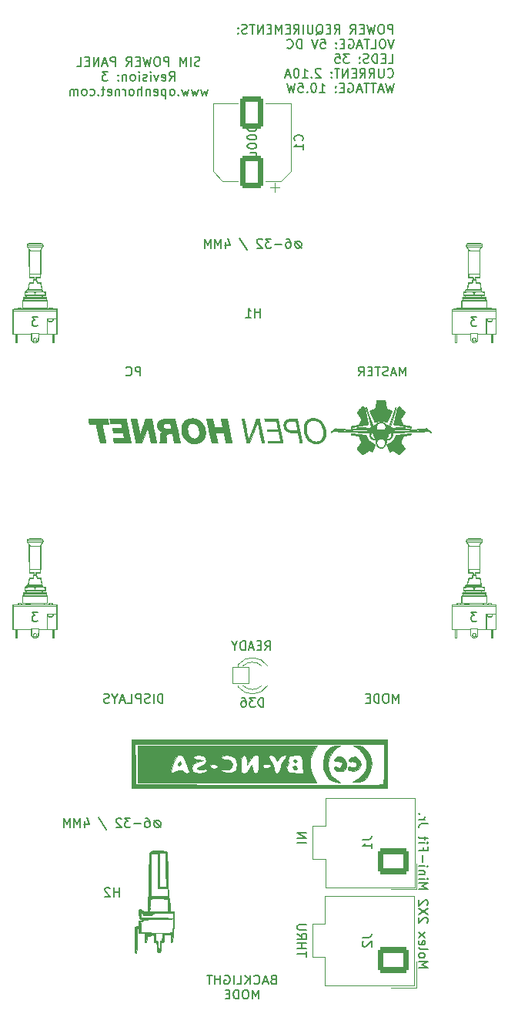
<source format=gbr>
%TF.GenerationSoftware,KiCad,Pcbnew,(6.0.9)*%
%TF.CreationDate,2023-04-01T15:31:10-08:00*%
%TF.ProjectId,SIM POWER PANEL,53494d20-504f-4574-9552-2050414e454c,3*%
%TF.SameCoordinates,Original*%
%TF.FileFunction,Legend,Bot*%
%TF.FilePolarity,Positive*%
%FSLAX46Y46*%
G04 Gerber Fmt 4.6, Leading zero omitted, Abs format (unit mm)*
G04 Created by KiCad (PCBNEW (6.0.9)) date 2023-04-01 15:31:10*
%MOMM*%
%LPD*%
G01*
G04 APERTURE LIST*
G04 Aperture macros list*
%AMRoundRect*
0 Rectangle with rounded corners*
0 $1 Rounding radius*
0 $2 $3 $4 $5 $6 $7 $8 $9 X,Y pos of 4 corners*
0 Add a 4 corners polygon primitive as box body*
4,1,4,$2,$3,$4,$5,$6,$7,$8,$9,$2,$3,0*
0 Add four circle primitives for the rounded corners*
1,1,$1+$1,$2,$3*
1,1,$1+$1,$4,$5*
1,1,$1+$1,$6,$7*
1,1,$1+$1,$8,$9*
0 Add four rect primitives between the rounded corners*
20,1,$1+$1,$2,$3,$4,$5,0*
20,1,$1+$1,$4,$5,$6,$7,0*
20,1,$1+$1,$6,$7,$8,$9,0*
20,1,$1+$1,$8,$9,$2,$3,0*%
G04 Aperture macros list end*
%ADD10C,0.150000*%
%ADD11C,0.010000*%
%ADD12C,0.100000*%
%ADD13C,0.120000*%
%ADD14C,2.481250*%
%ADD15C,7.640752*%
%ADD16C,12.800000*%
%ADD17C,3.672000*%
%ADD18C,4.400000*%
%ADD19RoundRect,0.300000X1.000000X-1.500000X1.000000X1.500000X-1.000000X1.500000X-1.000000X-1.500000X0*%
%ADD20RoundRect,0.050000X-0.900000X-0.900000X0.900000X-0.900000X0.900000X0.900000X-0.900000X0.900000X0*%
%ADD21C,1.900000*%
%ADD22RoundRect,0.300001X1.399999X-1.099999X1.399999X1.099999X-1.399999X1.099999X-1.399999X-1.099999X0*%
%ADD23O,3.400000X2.800000*%
G04 APERTURE END LIST*
D10*
X238786800Y-119781580D02*
X239120133Y-119305390D01*
X239358228Y-119781580D02*
X239358228Y-118781580D01*
X238977276Y-118781580D01*
X238882038Y-118829200D01*
X238834419Y-118876819D01*
X238786800Y-118972057D01*
X238786800Y-119114914D01*
X238834419Y-119210152D01*
X238882038Y-119257771D01*
X238977276Y-119305390D01*
X239358228Y-119305390D01*
X238358228Y-119257771D02*
X238024895Y-119257771D01*
X237882038Y-119781580D02*
X238358228Y-119781580D01*
X238358228Y-118781580D01*
X237882038Y-118781580D01*
X237501085Y-119495866D02*
X237024895Y-119495866D01*
X237596323Y-119781580D02*
X237262990Y-118781580D01*
X236929657Y-119781580D01*
X236596323Y-119781580D02*
X236596323Y-118781580D01*
X236358228Y-118781580D01*
X236215371Y-118829200D01*
X236120133Y-118924438D01*
X236072514Y-119019676D01*
X236024895Y-119210152D01*
X236024895Y-119353009D01*
X236072514Y-119543485D01*
X236120133Y-119638723D01*
X236215371Y-119733961D01*
X236358228Y-119781580D01*
X236596323Y-119781580D01*
X235405847Y-119305390D02*
X235405847Y-119781580D01*
X235739180Y-118781580D02*
X235405847Y-119305390D01*
X235072514Y-118781580D01*
X227524285Y-125562380D02*
X227524285Y-124562380D01*
X227286190Y-124562380D01*
X227143333Y-124610000D01*
X227048095Y-124705238D01*
X227000476Y-124800476D01*
X226952857Y-124990952D01*
X226952857Y-125133809D01*
X227000476Y-125324285D01*
X227048095Y-125419523D01*
X227143333Y-125514761D01*
X227286190Y-125562380D01*
X227524285Y-125562380D01*
X226524285Y-125562380D02*
X226524285Y-124562380D01*
X226095714Y-125514761D02*
X225952857Y-125562380D01*
X225714761Y-125562380D01*
X225619523Y-125514761D01*
X225571904Y-125467142D01*
X225524285Y-125371904D01*
X225524285Y-125276666D01*
X225571904Y-125181428D01*
X225619523Y-125133809D01*
X225714761Y-125086190D01*
X225905238Y-125038571D01*
X226000476Y-124990952D01*
X226048095Y-124943333D01*
X226095714Y-124848095D01*
X226095714Y-124752857D01*
X226048095Y-124657619D01*
X226000476Y-124610000D01*
X225905238Y-124562380D01*
X225667142Y-124562380D01*
X225524285Y-124610000D01*
X225095714Y-125562380D02*
X225095714Y-124562380D01*
X224714761Y-124562380D01*
X224619523Y-124610000D01*
X224571904Y-124657619D01*
X224524285Y-124752857D01*
X224524285Y-124895714D01*
X224571904Y-124990952D01*
X224619523Y-125038571D01*
X224714761Y-125086190D01*
X225095714Y-125086190D01*
X223619523Y-125562380D02*
X224095714Y-125562380D01*
X224095714Y-124562380D01*
X223333809Y-125276666D02*
X222857619Y-125276666D01*
X223429047Y-125562380D02*
X223095714Y-124562380D01*
X222762380Y-125562380D01*
X222238571Y-125086190D02*
X222238571Y-125562380D01*
X222571904Y-124562380D02*
X222238571Y-125086190D01*
X221905238Y-124562380D01*
X221619523Y-125514761D02*
X221476666Y-125562380D01*
X221238571Y-125562380D01*
X221143333Y-125514761D01*
X221095714Y-125467142D01*
X221048095Y-125371904D01*
X221048095Y-125276666D01*
X221095714Y-125181428D01*
X221143333Y-125133809D01*
X221238571Y-125086190D01*
X221429047Y-125038571D01*
X221524285Y-124990952D01*
X221571904Y-124943333D01*
X221619523Y-124848095D01*
X221619523Y-124752857D01*
X221571904Y-124657619D01*
X221524285Y-124610000D01*
X221429047Y-124562380D01*
X221190952Y-124562380D01*
X221048095Y-124610000D01*
X252844404Y-52082380D02*
X252844404Y-51082380D01*
X252463452Y-51082380D01*
X252368214Y-51130000D01*
X252320595Y-51177619D01*
X252272976Y-51272857D01*
X252272976Y-51415714D01*
X252320595Y-51510952D01*
X252368214Y-51558571D01*
X252463452Y-51606190D01*
X252844404Y-51606190D01*
X251653928Y-51082380D02*
X251463452Y-51082380D01*
X251368214Y-51130000D01*
X251272976Y-51225238D01*
X251225357Y-51415714D01*
X251225357Y-51749047D01*
X251272976Y-51939523D01*
X251368214Y-52034761D01*
X251463452Y-52082380D01*
X251653928Y-52082380D01*
X251749166Y-52034761D01*
X251844404Y-51939523D01*
X251892023Y-51749047D01*
X251892023Y-51415714D01*
X251844404Y-51225238D01*
X251749166Y-51130000D01*
X251653928Y-51082380D01*
X250892023Y-51082380D02*
X250653928Y-52082380D01*
X250463452Y-51368095D01*
X250272976Y-52082380D01*
X250034880Y-51082380D01*
X249653928Y-51558571D02*
X249320595Y-51558571D01*
X249177738Y-52082380D02*
X249653928Y-52082380D01*
X249653928Y-51082380D01*
X249177738Y-51082380D01*
X248177738Y-52082380D02*
X248511071Y-51606190D01*
X248749166Y-52082380D02*
X248749166Y-51082380D01*
X248368214Y-51082380D01*
X248272976Y-51130000D01*
X248225357Y-51177619D01*
X248177738Y-51272857D01*
X248177738Y-51415714D01*
X248225357Y-51510952D01*
X248272976Y-51558571D01*
X248368214Y-51606190D01*
X248749166Y-51606190D01*
X246415833Y-52082380D02*
X246749166Y-51606190D01*
X246987261Y-52082380D02*
X246987261Y-51082380D01*
X246606309Y-51082380D01*
X246511071Y-51130000D01*
X246463452Y-51177619D01*
X246415833Y-51272857D01*
X246415833Y-51415714D01*
X246463452Y-51510952D01*
X246511071Y-51558571D01*
X246606309Y-51606190D01*
X246987261Y-51606190D01*
X245987261Y-51558571D02*
X245653928Y-51558571D01*
X245511071Y-52082380D02*
X245987261Y-52082380D01*
X245987261Y-51082380D01*
X245511071Y-51082380D01*
X244415833Y-52177619D02*
X244511071Y-52130000D01*
X244606309Y-52034761D01*
X244749166Y-51891904D01*
X244844404Y-51844285D01*
X244939642Y-51844285D01*
X244892023Y-52082380D02*
X244987261Y-52034761D01*
X245082500Y-51939523D01*
X245130119Y-51749047D01*
X245130119Y-51415714D01*
X245082500Y-51225238D01*
X244987261Y-51130000D01*
X244892023Y-51082380D01*
X244701547Y-51082380D01*
X244606309Y-51130000D01*
X244511071Y-51225238D01*
X244463452Y-51415714D01*
X244463452Y-51749047D01*
X244511071Y-51939523D01*
X244606309Y-52034761D01*
X244701547Y-52082380D01*
X244892023Y-52082380D01*
X244034880Y-51082380D02*
X244034880Y-51891904D01*
X243987261Y-51987142D01*
X243939642Y-52034761D01*
X243844404Y-52082380D01*
X243653928Y-52082380D01*
X243558690Y-52034761D01*
X243511071Y-51987142D01*
X243463452Y-51891904D01*
X243463452Y-51082380D01*
X242987261Y-52082380D02*
X242987261Y-51082380D01*
X241939642Y-52082380D02*
X242272976Y-51606190D01*
X242511071Y-52082380D02*
X242511071Y-51082380D01*
X242130119Y-51082380D01*
X242034880Y-51130000D01*
X241987261Y-51177619D01*
X241939642Y-51272857D01*
X241939642Y-51415714D01*
X241987261Y-51510952D01*
X242034880Y-51558571D01*
X242130119Y-51606190D01*
X242511071Y-51606190D01*
X241511071Y-51558571D02*
X241177738Y-51558571D01*
X241034880Y-52082380D02*
X241511071Y-52082380D01*
X241511071Y-51082380D01*
X241034880Y-51082380D01*
X240606309Y-52082380D02*
X240606309Y-51082380D01*
X240272976Y-51796666D01*
X239939642Y-51082380D01*
X239939642Y-52082380D01*
X239463452Y-51558571D02*
X239130119Y-51558571D01*
X238987261Y-52082380D02*
X239463452Y-52082380D01*
X239463452Y-51082380D01*
X238987261Y-51082380D01*
X238558690Y-52082380D02*
X238558690Y-51082380D01*
X237987261Y-52082380D01*
X237987261Y-51082380D01*
X237653928Y-51082380D02*
X237082500Y-51082380D01*
X237368214Y-52082380D02*
X237368214Y-51082380D01*
X236796785Y-52034761D02*
X236653928Y-52082380D01*
X236415833Y-52082380D01*
X236320595Y-52034761D01*
X236272976Y-51987142D01*
X236225357Y-51891904D01*
X236225357Y-51796666D01*
X236272976Y-51701428D01*
X236320595Y-51653809D01*
X236415833Y-51606190D01*
X236606309Y-51558571D01*
X236701547Y-51510952D01*
X236749166Y-51463333D01*
X236796785Y-51368095D01*
X236796785Y-51272857D01*
X236749166Y-51177619D01*
X236701547Y-51130000D01*
X236606309Y-51082380D01*
X236368214Y-51082380D01*
X236225357Y-51130000D01*
X235796785Y-51987142D02*
X235749166Y-52034761D01*
X235796785Y-52082380D01*
X235844404Y-52034761D01*
X235796785Y-51987142D01*
X235796785Y-52082380D01*
X235796785Y-51463333D02*
X235749166Y-51510952D01*
X235796785Y-51558571D01*
X235844404Y-51510952D01*
X235796785Y-51463333D01*
X235796785Y-51558571D01*
X252987261Y-52692380D02*
X252653928Y-53692380D01*
X252320595Y-52692380D01*
X251796785Y-52692380D02*
X251606309Y-52692380D01*
X251511071Y-52740000D01*
X251415833Y-52835238D01*
X251368214Y-53025714D01*
X251368214Y-53359047D01*
X251415833Y-53549523D01*
X251511071Y-53644761D01*
X251606309Y-53692380D01*
X251796785Y-53692380D01*
X251892023Y-53644761D01*
X251987261Y-53549523D01*
X252034880Y-53359047D01*
X252034880Y-53025714D01*
X251987261Y-52835238D01*
X251892023Y-52740000D01*
X251796785Y-52692380D01*
X250463452Y-53692380D02*
X250939642Y-53692380D01*
X250939642Y-52692380D01*
X250272976Y-52692380D02*
X249701547Y-52692380D01*
X249987261Y-53692380D02*
X249987261Y-52692380D01*
X249415833Y-53406666D02*
X248939642Y-53406666D01*
X249511071Y-53692380D02*
X249177738Y-52692380D01*
X248844404Y-53692380D01*
X247987261Y-52740000D02*
X248082500Y-52692380D01*
X248225357Y-52692380D01*
X248368214Y-52740000D01*
X248463452Y-52835238D01*
X248511071Y-52930476D01*
X248558690Y-53120952D01*
X248558690Y-53263809D01*
X248511071Y-53454285D01*
X248463452Y-53549523D01*
X248368214Y-53644761D01*
X248225357Y-53692380D01*
X248130119Y-53692380D01*
X247987261Y-53644761D01*
X247939642Y-53597142D01*
X247939642Y-53263809D01*
X248130119Y-53263809D01*
X247511071Y-53168571D02*
X247177738Y-53168571D01*
X247034880Y-53692380D02*
X247511071Y-53692380D01*
X247511071Y-52692380D01*
X247034880Y-52692380D01*
X246606309Y-53597142D02*
X246558690Y-53644761D01*
X246606309Y-53692380D01*
X246653928Y-53644761D01*
X246606309Y-53597142D01*
X246606309Y-53692380D01*
X246606309Y-53073333D02*
X246558690Y-53120952D01*
X246606309Y-53168571D01*
X246653928Y-53120952D01*
X246606309Y-53073333D01*
X246606309Y-53168571D01*
X244892023Y-52692380D02*
X245368214Y-52692380D01*
X245415833Y-53168571D01*
X245368214Y-53120952D01*
X245272976Y-53073333D01*
X245034880Y-53073333D01*
X244939642Y-53120952D01*
X244892023Y-53168571D01*
X244844404Y-53263809D01*
X244844404Y-53501904D01*
X244892023Y-53597142D01*
X244939642Y-53644761D01*
X245034880Y-53692380D01*
X245272976Y-53692380D01*
X245368214Y-53644761D01*
X245415833Y-53597142D01*
X244558690Y-52692380D02*
X244225357Y-53692380D01*
X243892023Y-52692380D01*
X242796785Y-53692380D02*
X242796785Y-52692380D01*
X242558690Y-52692380D01*
X242415833Y-52740000D01*
X242320595Y-52835238D01*
X242272976Y-52930476D01*
X242225357Y-53120952D01*
X242225357Y-53263809D01*
X242272976Y-53454285D01*
X242320595Y-53549523D01*
X242415833Y-53644761D01*
X242558690Y-53692380D01*
X242796785Y-53692380D01*
X241225357Y-53597142D02*
X241272976Y-53644761D01*
X241415833Y-53692380D01*
X241511071Y-53692380D01*
X241653928Y-53644761D01*
X241749166Y-53549523D01*
X241796785Y-53454285D01*
X241844404Y-53263809D01*
X241844404Y-53120952D01*
X241796785Y-52930476D01*
X241749166Y-52835238D01*
X241653928Y-52740000D01*
X241511071Y-52692380D01*
X241415833Y-52692380D01*
X241272976Y-52740000D01*
X241225357Y-52787619D01*
X252368214Y-55302380D02*
X252844404Y-55302380D01*
X252844404Y-54302380D01*
X252034880Y-54778571D02*
X251701547Y-54778571D01*
X251558690Y-55302380D02*
X252034880Y-55302380D01*
X252034880Y-54302380D01*
X251558690Y-54302380D01*
X251130119Y-55302380D02*
X251130119Y-54302380D01*
X250892023Y-54302380D01*
X250749166Y-54350000D01*
X250653928Y-54445238D01*
X250606309Y-54540476D01*
X250558690Y-54730952D01*
X250558690Y-54873809D01*
X250606309Y-55064285D01*
X250653928Y-55159523D01*
X250749166Y-55254761D01*
X250892023Y-55302380D01*
X251130119Y-55302380D01*
X250177738Y-55254761D02*
X250034880Y-55302380D01*
X249796785Y-55302380D01*
X249701547Y-55254761D01*
X249653928Y-55207142D01*
X249606309Y-55111904D01*
X249606309Y-55016666D01*
X249653928Y-54921428D01*
X249701547Y-54873809D01*
X249796785Y-54826190D01*
X249987261Y-54778571D01*
X250082500Y-54730952D01*
X250130119Y-54683333D01*
X250177738Y-54588095D01*
X250177738Y-54492857D01*
X250130119Y-54397619D01*
X250082500Y-54350000D01*
X249987261Y-54302380D01*
X249749166Y-54302380D01*
X249606309Y-54350000D01*
X249177738Y-55207142D02*
X249130119Y-55254761D01*
X249177738Y-55302380D01*
X249225357Y-55254761D01*
X249177738Y-55207142D01*
X249177738Y-55302380D01*
X249177738Y-54683333D02*
X249130119Y-54730952D01*
X249177738Y-54778571D01*
X249225357Y-54730952D01*
X249177738Y-54683333D01*
X249177738Y-54778571D01*
X248034880Y-54302380D02*
X247415833Y-54302380D01*
X247749166Y-54683333D01*
X247606309Y-54683333D01*
X247511071Y-54730952D01*
X247463452Y-54778571D01*
X247415833Y-54873809D01*
X247415833Y-55111904D01*
X247463452Y-55207142D01*
X247511071Y-55254761D01*
X247606309Y-55302380D01*
X247892023Y-55302380D01*
X247987261Y-55254761D01*
X248034880Y-55207142D01*
X246511071Y-54302380D02*
X246987261Y-54302380D01*
X247034880Y-54778571D01*
X246987261Y-54730952D01*
X246892023Y-54683333D01*
X246653928Y-54683333D01*
X246558690Y-54730952D01*
X246511071Y-54778571D01*
X246463452Y-54873809D01*
X246463452Y-55111904D01*
X246511071Y-55207142D01*
X246558690Y-55254761D01*
X246653928Y-55302380D01*
X246892023Y-55302380D01*
X246987261Y-55254761D01*
X247034880Y-55207142D01*
X252272976Y-56817142D02*
X252320595Y-56864761D01*
X252463452Y-56912380D01*
X252558690Y-56912380D01*
X252701547Y-56864761D01*
X252796785Y-56769523D01*
X252844404Y-56674285D01*
X252892023Y-56483809D01*
X252892023Y-56340952D01*
X252844404Y-56150476D01*
X252796785Y-56055238D01*
X252701547Y-55960000D01*
X252558690Y-55912380D01*
X252463452Y-55912380D01*
X252320595Y-55960000D01*
X252272976Y-56007619D01*
X251844404Y-55912380D02*
X251844404Y-56721904D01*
X251796785Y-56817142D01*
X251749166Y-56864761D01*
X251653928Y-56912380D01*
X251463452Y-56912380D01*
X251368214Y-56864761D01*
X251320595Y-56817142D01*
X251272976Y-56721904D01*
X251272976Y-55912380D01*
X250225357Y-56912380D02*
X250558690Y-56436190D01*
X250796785Y-56912380D02*
X250796785Y-55912380D01*
X250415833Y-55912380D01*
X250320595Y-55960000D01*
X250272976Y-56007619D01*
X250225357Y-56102857D01*
X250225357Y-56245714D01*
X250272976Y-56340952D01*
X250320595Y-56388571D01*
X250415833Y-56436190D01*
X250796785Y-56436190D01*
X249225357Y-56912380D02*
X249558690Y-56436190D01*
X249796785Y-56912380D02*
X249796785Y-55912380D01*
X249415833Y-55912380D01*
X249320595Y-55960000D01*
X249272976Y-56007619D01*
X249225357Y-56102857D01*
X249225357Y-56245714D01*
X249272976Y-56340952D01*
X249320595Y-56388571D01*
X249415833Y-56436190D01*
X249796785Y-56436190D01*
X248796785Y-56388571D02*
X248463452Y-56388571D01*
X248320595Y-56912380D02*
X248796785Y-56912380D01*
X248796785Y-55912380D01*
X248320595Y-55912380D01*
X247892023Y-56912380D02*
X247892023Y-55912380D01*
X247320595Y-56912380D01*
X247320595Y-55912380D01*
X246987261Y-55912380D02*
X246415833Y-55912380D01*
X246701547Y-56912380D02*
X246701547Y-55912380D01*
X246082500Y-56817142D02*
X246034880Y-56864761D01*
X246082500Y-56912380D01*
X246130119Y-56864761D01*
X246082500Y-56817142D01*
X246082500Y-56912380D01*
X246082500Y-56293333D02*
X246034880Y-56340952D01*
X246082500Y-56388571D01*
X246130119Y-56340952D01*
X246082500Y-56293333D01*
X246082500Y-56388571D01*
X244892023Y-56007619D02*
X244844404Y-55960000D01*
X244749166Y-55912380D01*
X244511071Y-55912380D01*
X244415833Y-55960000D01*
X244368214Y-56007619D01*
X244320595Y-56102857D01*
X244320595Y-56198095D01*
X244368214Y-56340952D01*
X244939642Y-56912380D01*
X244320595Y-56912380D01*
X243892023Y-56817142D02*
X243844404Y-56864761D01*
X243892023Y-56912380D01*
X243939642Y-56864761D01*
X243892023Y-56817142D01*
X243892023Y-56912380D01*
X242892023Y-56912380D02*
X243463452Y-56912380D01*
X243177738Y-56912380D02*
X243177738Y-55912380D01*
X243272976Y-56055238D01*
X243368214Y-56150476D01*
X243463452Y-56198095D01*
X242272976Y-55912380D02*
X242177738Y-55912380D01*
X242082500Y-55960000D01*
X242034880Y-56007619D01*
X241987261Y-56102857D01*
X241939642Y-56293333D01*
X241939642Y-56531428D01*
X241987261Y-56721904D01*
X242034880Y-56817142D01*
X242082500Y-56864761D01*
X242177738Y-56912380D01*
X242272976Y-56912380D01*
X242368214Y-56864761D01*
X242415833Y-56817142D01*
X242463452Y-56721904D01*
X242511071Y-56531428D01*
X242511071Y-56293333D01*
X242463452Y-56102857D01*
X242415833Y-56007619D01*
X242368214Y-55960000D01*
X242272976Y-55912380D01*
X241558690Y-56626666D02*
X241082500Y-56626666D01*
X241653928Y-56912380D02*
X241320595Y-55912380D01*
X240987261Y-56912380D01*
X252939642Y-57522380D02*
X252701547Y-58522380D01*
X252511071Y-57808095D01*
X252320595Y-58522380D01*
X252082500Y-57522380D01*
X251749166Y-58236666D02*
X251272976Y-58236666D01*
X251844404Y-58522380D02*
X251511071Y-57522380D01*
X251177738Y-58522380D01*
X250987261Y-57522380D02*
X250415833Y-57522380D01*
X250701547Y-58522380D02*
X250701547Y-57522380D01*
X250225357Y-57522380D02*
X249653928Y-57522380D01*
X249939642Y-58522380D02*
X249939642Y-57522380D01*
X249368214Y-58236666D02*
X248892023Y-58236666D01*
X249463452Y-58522380D02*
X249130119Y-57522380D01*
X248796785Y-58522380D01*
X247939642Y-57570000D02*
X248034880Y-57522380D01*
X248177738Y-57522380D01*
X248320595Y-57570000D01*
X248415833Y-57665238D01*
X248463452Y-57760476D01*
X248511071Y-57950952D01*
X248511071Y-58093809D01*
X248463452Y-58284285D01*
X248415833Y-58379523D01*
X248320595Y-58474761D01*
X248177738Y-58522380D01*
X248082500Y-58522380D01*
X247939642Y-58474761D01*
X247892023Y-58427142D01*
X247892023Y-58093809D01*
X248082500Y-58093809D01*
X247463452Y-57998571D02*
X247130119Y-57998571D01*
X246987261Y-58522380D02*
X247463452Y-58522380D01*
X247463452Y-57522380D01*
X246987261Y-57522380D01*
X246558690Y-58427142D02*
X246511071Y-58474761D01*
X246558690Y-58522380D01*
X246606309Y-58474761D01*
X246558690Y-58427142D01*
X246558690Y-58522380D01*
X246558690Y-57903333D02*
X246511071Y-57950952D01*
X246558690Y-57998571D01*
X246606309Y-57950952D01*
X246558690Y-57903333D01*
X246558690Y-57998571D01*
X244796785Y-58522380D02*
X245368214Y-58522380D01*
X245082500Y-58522380D02*
X245082500Y-57522380D01*
X245177738Y-57665238D01*
X245272976Y-57760476D01*
X245368214Y-57808095D01*
X244177738Y-57522380D02*
X244082500Y-57522380D01*
X243987261Y-57570000D01*
X243939642Y-57617619D01*
X243892023Y-57712857D01*
X243844404Y-57903333D01*
X243844404Y-58141428D01*
X243892023Y-58331904D01*
X243939642Y-58427142D01*
X243987261Y-58474761D01*
X244082500Y-58522380D01*
X244177738Y-58522380D01*
X244272976Y-58474761D01*
X244320595Y-58427142D01*
X244368214Y-58331904D01*
X244415833Y-58141428D01*
X244415833Y-57903333D01*
X244368214Y-57712857D01*
X244320595Y-57617619D01*
X244272976Y-57570000D01*
X244177738Y-57522380D01*
X243415833Y-58427142D02*
X243368214Y-58474761D01*
X243415833Y-58522380D01*
X243463452Y-58474761D01*
X243415833Y-58427142D01*
X243415833Y-58522380D01*
X242463452Y-57522380D02*
X242939642Y-57522380D01*
X242987261Y-57998571D01*
X242939642Y-57950952D01*
X242844404Y-57903333D01*
X242606309Y-57903333D01*
X242511071Y-57950952D01*
X242463452Y-57998571D01*
X242415833Y-58093809D01*
X242415833Y-58331904D01*
X242463452Y-58427142D01*
X242511071Y-58474761D01*
X242606309Y-58522380D01*
X242844404Y-58522380D01*
X242939642Y-58474761D01*
X242987261Y-58427142D01*
X242082500Y-57522380D02*
X241844404Y-58522380D01*
X241653928Y-57808095D01*
X241463452Y-58522380D01*
X241225357Y-57522380D01*
X255697619Y-154642380D02*
X256697619Y-154642380D01*
X255983333Y-154309047D01*
X256697619Y-153975714D01*
X255697619Y-153975714D01*
X255697619Y-153356666D02*
X255745238Y-153451904D01*
X255792857Y-153499523D01*
X255888095Y-153547142D01*
X256173809Y-153547142D01*
X256269047Y-153499523D01*
X256316666Y-153451904D01*
X256364285Y-153356666D01*
X256364285Y-153213809D01*
X256316666Y-153118571D01*
X256269047Y-153070952D01*
X256173809Y-153023333D01*
X255888095Y-153023333D01*
X255792857Y-153070952D01*
X255745238Y-153118571D01*
X255697619Y-153213809D01*
X255697619Y-153356666D01*
X255697619Y-152451904D02*
X255745238Y-152547142D01*
X255840476Y-152594761D01*
X256697619Y-152594761D01*
X255745238Y-151690000D02*
X255697619Y-151785238D01*
X255697619Y-151975714D01*
X255745238Y-152070952D01*
X255840476Y-152118571D01*
X256221428Y-152118571D01*
X256316666Y-152070952D01*
X256364285Y-151975714D01*
X256364285Y-151785238D01*
X256316666Y-151690000D01*
X256221428Y-151642380D01*
X256126190Y-151642380D01*
X256030952Y-152118571D01*
X255697619Y-151309047D02*
X256364285Y-150785238D01*
X256364285Y-151309047D02*
X255697619Y-150785238D01*
X256602380Y-149690000D02*
X256650000Y-149642380D01*
X256697619Y-149547142D01*
X256697619Y-149309047D01*
X256650000Y-149213809D01*
X256602380Y-149166190D01*
X256507142Y-149118571D01*
X256411904Y-149118571D01*
X256269047Y-149166190D01*
X255697619Y-149737619D01*
X255697619Y-149118571D01*
X256697619Y-148785238D02*
X255697619Y-148118571D01*
X256697619Y-148118571D02*
X255697619Y-148785238D01*
X256602380Y-147785238D02*
X256650000Y-147737619D01*
X256697619Y-147642380D01*
X256697619Y-147404285D01*
X256650000Y-147309047D01*
X256602380Y-147261428D01*
X256507142Y-147213809D01*
X256411904Y-147213809D01*
X256269047Y-147261428D01*
X255697619Y-147832857D01*
X255697619Y-147213809D01*
X255697619Y-146023333D02*
X256697619Y-146023333D01*
X255983333Y-145690000D01*
X256697619Y-145356666D01*
X255697619Y-145356666D01*
X255697619Y-144880476D02*
X256364285Y-144880476D01*
X256697619Y-144880476D02*
X256650000Y-144928095D01*
X256602380Y-144880476D01*
X256650000Y-144832857D01*
X256697619Y-144880476D01*
X256602380Y-144880476D01*
X256364285Y-144404285D02*
X255697619Y-144404285D01*
X256269047Y-144404285D02*
X256316666Y-144356666D01*
X256364285Y-144261428D01*
X256364285Y-144118571D01*
X256316666Y-144023333D01*
X256221428Y-143975714D01*
X255697619Y-143975714D01*
X255697619Y-143499523D02*
X256364285Y-143499523D01*
X256697619Y-143499523D02*
X256650000Y-143547142D01*
X256602380Y-143499523D01*
X256650000Y-143451904D01*
X256697619Y-143499523D01*
X256602380Y-143499523D01*
X256078571Y-143023333D02*
X256078571Y-142261428D01*
X256221428Y-141451904D02*
X256221428Y-141785238D01*
X255697619Y-141785238D02*
X256697619Y-141785238D01*
X256697619Y-141309047D01*
X255697619Y-140928095D02*
X256364285Y-140928095D01*
X256697619Y-140928095D02*
X256650000Y-140975714D01*
X256602380Y-140928095D01*
X256650000Y-140880476D01*
X256697619Y-140928095D01*
X256602380Y-140928095D01*
X256364285Y-140594761D02*
X256364285Y-140213809D01*
X256697619Y-140451904D02*
X255840476Y-140451904D01*
X255745238Y-140404285D01*
X255697619Y-140309047D01*
X255697619Y-140213809D01*
X256697619Y-138832857D02*
X255983333Y-138832857D01*
X255840476Y-138880476D01*
X255745238Y-138975714D01*
X255697619Y-139118571D01*
X255697619Y-139213809D01*
X255697619Y-138356666D02*
X256364285Y-138356666D01*
X256173809Y-138356666D02*
X256269047Y-138309047D01*
X256316666Y-138261428D01*
X256364285Y-138166190D01*
X256364285Y-138070952D01*
X255792857Y-137737619D02*
X255745238Y-137690000D01*
X255697619Y-137737619D01*
X255745238Y-137785238D01*
X255792857Y-137737619D01*
X255697619Y-137737619D01*
X242327619Y-140903809D02*
X243327619Y-140903809D01*
X242327619Y-140427619D02*
X243327619Y-140427619D01*
X242327619Y-139856190D01*
X243327619Y-139856190D01*
X239664761Y-155933571D02*
X239521904Y-155981190D01*
X239474285Y-156028809D01*
X239426666Y-156124047D01*
X239426666Y-156266904D01*
X239474285Y-156362142D01*
X239521904Y-156409761D01*
X239617142Y-156457380D01*
X239998095Y-156457380D01*
X239998095Y-155457380D01*
X239664761Y-155457380D01*
X239569523Y-155505000D01*
X239521904Y-155552619D01*
X239474285Y-155647857D01*
X239474285Y-155743095D01*
X239521904Y-155838333D01*
X239569523Y-155885952D01*
X239664761Y-155933571D01*
X239998095Y-155933571D01*
X239045714Y-156171666D02*
X238569523Y-156171666D01*
X239140952Y-156457380D02*
X238807619Y-155457380D01*
X238474285Y-156457380D01*
X237569523Y-156362142D02*
X237617142Y-156409761D01*
X237760000Y-156457380D01*
X237855238Y-156457380D01*
X237998095Y-156409761D01*
X238093333Y-156314523D01*
X238140952Y-156219285D01*
X238188571Y-156028809D01*
X238188571Y-155885952D01*
X238140952Y-155695476D01*
X238093333Y-155600238D01*
X237998095Y-155505000D01*
X237855238Y-155457380D01*
X237760000Y-155457380D01*
X237617142Y-155505000D01*
X237569523Y-155552619D01*
X237140952Y-156457380D02*
X237140952Y-155457380D01*
X236569523Y-156457380D02*
X236998095Y-155885952D01*
X236569523Y-155457380D02*
X237140952Y-156028809D01*
X235664761Y-156457380D02*
X236140952Y-156457380D01*
X236140952Y-155457380D01*
X235331428Y-156457380D02*
X235331428Y-155457380D01*
X234331428Y-155505000D02*
X234426666Y-155457380D01*
X234569523Y-155457380D01*
X234712380Y-155505000D01*
X234807619Y-155600238D01*
X234855238Y-155695476D01*
X234902857Y-155885952D01*
X234902857Y-156028809D01*
X234855238Y-156219285D01*
X234807619Y-156314523D01*
X234712380Y-156409761D01*
X234569523Y-156457380D01*
X234474285Y-156457380D01*
X234331428Y-156409761D01*
X234283809Y-156362142D01*
X234283809Y-156028809D01*
X234474285Y-156028809D01*
X233855238Y-156457380D02*
X233855238Y-155457380D01*
X233855238Y-155933571D02*
X233283809Y-155933571D01*
X233283809Y-156457380D02*
X233283809Y-155457380D01*
X232950476Y-155457380D02*
X232379047Y-155457380D01*
X232664761Y-156457380D02*
X232664761Y-155457380D01*
X238069523Y-158067380D02*
X238069523Y-157067380D01*
X237736190Y-157781666D01*
X237402857Y-157067380D01*
X237402857Y-158067380D01*
X236736190Y-157067380D02*
X236545714Y-157067380D01*
X236450476Y-157115000D01*
X236355238Y-157210238D01*
X236307619Y-157400714D01*
X236307619Y-157734047D01*
X236355238Y-157924523D01*
X236450476Y-158019761D01*
X236545714Y-158067380D01*
X236736190Y-158067380D01*
X236831428Y-158019761D01*
X236926666Y-157924523D01*
X236974285Y-157734047D01*
X236974285Y-157400714D01*
X236926666Y-157210238D01*
X236831428Y-157115000D01*
X236736190Y-157067380D01*
X235879047Y-158067380D02*
X235879047Y-157067380D01*
X235640952Y-157067380D01*
X235498095Y-157115000D01*
X235402857Y-157210238D01*
X235355238Y-157305476D01*
X235307619Y-157495952D01*
X235307619Y-157638809D01*
X235355238Y-157829285D01*
X235402857Y-157924523D01*
X235498095Y-158019761D01*
X235640952Y-158067380D01*
X235879047Y-158067380D01*
X234879047Y-157543571D02*
X234545714Y-157543571D01*
X234402857Y-158067380D02*
X234879047Y-158067380D01*
X234879047Y-157067380D01*
X234402857Y-157067380D01*
X253499523Y-125562380D02*
X253499523Y-124562380D01*
X253166190Y-125276666D01*
X252832857Y-124562380D01*
X252832857Y-125562380D01*
X252166190Y-124562380D02*
X251975714Y-124562380D01*
X251880476Y-124610000D01*
X251785238Y-124705238D01*
X251737619Y-124895714D01*
X251737619Y-125229047D01*
X251785238Y-125419523D01*
X251880476Y-125514761D01*
X251975714Y-125562380D01*
X252166190Y-125562380D01*
X252261428Y-125514761D01*
X252356666Y-125419523D01*
X252404285Y-125229047D01*
X252404285Y-124895714D01*
X252356666Y-124705238D01*
X252261428Y-124610000D01*
X252166190Y-124562380D01*
X251309047Y-125562380D02*
X251309047Y-124562380D01*
X251070952Y-124562380D01*
X250928095Y-124610000D01*
X250832857Y-124705238D01*
X250785238Y-124800476D01*
X250737619Y-124990952D01*
X250737619Y-125133809D01*
X250785238Y-125324285D01*
X250832857Y-125419523D01*
X250928095Y-125514761D01*
X251070952Y-125562380D01*
X251309047Y-125562380D01*
X250309047Y-125038571D02*
X249975714Y-125038571D01*
X249832857Y-125562380D02*
X250309047Y-125562380D01*
X250309047Y-124562380D01*
X249832857Y-124562380D01*
X237842380Y-61836190D02*
X237842380Y-61264761D01*
X237842380Y-61550476D02*
X236842380Y-61550476D01*
X236985238Y-61455238D01*
X237080476Y-61360000D01*
X237128095Y-61264761D01*
X236842380Y-62455238D02*
X236842380Y-62550476D01*
X236890000Y-62645714D01*
X236937619Y-62693333D01*
X237032857Y-62740952D01*
X237223333Y-62788571D01*
X237461428Y-62788571D01*
X237651904Y-62740952D01*
X237747142Y-62693333D01*
X237794761Y-62645714D01*
X237842380Y-62550476D01*
X237842380Y-62455238D01*
X237794761Y-62360000D01*
X237747142Y-62312380D01*
X237651904Y-62264761D01*
X237461428Y-62217142D01*
X237223333Y-62217142D01*
X237032857Y-62264761D01*
X236937619Y-62312380D01*
X236890000Y-62360000D01*
X236842380Y-62455238D01*
X236842380Y-63407619D02*
X236842380Y-63502857D01*
X236890000Y-63598095D01*
X236937619Y-63645714D01*
X237032857Y-63693333D01*
X237223333Y-63740952D01*
X237461428Y-63740952D01*
X237651904Y-63693333D01*
X237747142Y-63645714D01*
X237794761Y-63598095D01*
X237842380Y-63502857D01*
X237842380Y-63407619D01*
X237794761Y-63312380D01*
X237747142Y-63264761D01*
X237651904Y-63217142D01*
X237461428Y-63169523D01*
X237223333Y-63169523D01*
X237032857Y-63217142D01*
X236937619Y-63264761D01*
X236890000Y-63312380D01*
X236842380Y-63407619D01*
X236842380Y-64360000D02*
X236842380Y-64455238D01*
X236890000Y-64550476D01*
X236937619Y-64598095D01*
X237032857Y-64645714D01*
X237223333Y-64693333D01*
X237461428Y-64693333D01*
X237651904Y-64645714D01*
X237747142Y-64598095D01*
X237794761Y-64550476D01*
X237842380Y-64455238D01*
X237842380Y-64360000D01*
X237794761Y-64264761D01*
X237747142Y-64217142D01*
X237651904Y-64169523D01*
X237461428Y-64121904D01*
X237223333Y-64121904D01*
X237032857Y-64169523D01*
X236937619Y-64217142D01*
X236890000Y-64264761D01*
X236842380Y-64360000D01*
X237175714Y-65550476D02*
X237842380Y-65550476D01*
X237175714Y-65121904D02*
X237699523Y-65121904D01*
X237794761Y-65169523D01*
X237842380Y-65264761D01*
X237842380Y-65407619D01*
X237794761Y-65502857D01*
X237747142Y-65550476D01*
X237318571Y-66360000D02*
X237318571Y-66026666D01*
X237842380Y-66026666D02*
X236842380Y-66026666D01*
X236842380Y-66502857D01*
X243327619Y-153433333D02*
X243327619Y-152861904D01*
X242327619Y-153147619D02*
X243327619Y-153147619D01*
X242327619Y-152528571D02*
X243327619Y-152528571D01*
X242851428Y-152528571D02*
X242851428Y-151957142D01*
X242327619Y-151957142D02*
X243327619Y-151957142D01*
X242327619Y-150909523D02*
X242803809Y-151242857D01*
X242327619Y-151480952D02*
X243327619Y-151480952D01*
X243327619Y-151100000D01*
X243280000Y-151004761D01*
X243232380Y-150957142D01*
X243137142Y-150909523D01*
X242994285Y-150909523D01*
X242899047Y-150957142D01*
X242851428Y-151004761D01*
X242803809Y-151100000D01*
X242803809Y-151480952D01*
X243327619Y-150480952D02*
X242518095Y-150480952D01*
X242422857Y-150433333D01*
X242375238Y-150385714D01*
X242327619Y-150290476D01*
X242327619Y-150100000D01*
X242375238Y-150004761D01*
X242422857Y-149957142D01*
X242518095Y-149909523D01*
X243327619Y-149909523D01*
X254261428Y-89652380D02*
X254261428Y-88652380D01*
X253928095Y-89366666D01*
X253594761Y-88652380D01*
X253594761Y-89652380D01*
X253166190Y-89366666D02*
X252690000Y-89366666D01*
X253261428Y-89652380D02*
X252928095Y-88652380D01*
X252594761Y-89652380D01*
X252309047Y-89604761D02*
X252166190Y-89652380D01*
X251928095Y-89652380D01*
X251832857Y-89604761D01*
X251785238Y-89557142D01*
X251737619Y-89461904D01*
X251737619Y-89366666D01*
X251785238Y-89271428D01*
X251832857Y-89223809D01*
X251928095Y-89176190D01*
X252118571Y-89128571D01*
X252213809Y-89080952D01*
X252261428Y-89033333D01*
X252309047Y-88938095D01*
X252309047Y-88842857D01*
X252261428Y-88747619D01*
X252213809Y-88700000D01*
X252118571Y-88652380D01*
X251880476Y-88652380D01*
X251737619Y-88700000D01*
X251451904Y-88652380D02*
X250880476Y-88652380D01*
X251166190Y-89652380D02*
X251166190Y-88652380D01*
X250547142Y-89128571D02*
X250213809Y-89128571D01*
X250070952Y-89652380D02*
X250547142Y-89652380D01*
X250547142Y-88652380D01*
X250070952Y-88652380D01*
X249070952Y-89652380D02*
X249404285Y-89176190D01*
X249642380Y-89652380D02*
X249642380Y-88652380D01*
X249261428Y-88652380D01*
X249166190Y-88700000D01*
X249118571Y-88747619D01*
X249070952Y-88842857D01*
X249070952Y-88985714D01*
X249118571Y-89080952D01*
X249166190Y-89128571D01*
X249261428Y-89176190D01*
X249642380Y-89176190D01*
X225071904Y-89652380D02*
X225071904Y-88652380D01*
X224690952Y-88652380D01*
X224595714Y-88700000D01*
X224548095Y-88747619D01*
X224500476Y-88842857D01*
X224500476Y-88985714D01*
X224548095Y-89080952D01*
X224595714Y-89128571D01*
X224690952Y-89176190D01*
X225071904Y-89176190D01*
X223500476Y-89557142D02*
X223548095Y-89604761D01*
X223690952Y-89652380D01*
X223786190Y-89652380D01*
X223929047Y-89604761D01*
X224024285Y-89509523D01*
X224071904Y-89414285D01*
X224119523Y-89223809D01*
X224119523Y-89080952D01*
X224071904Y-88890476D01*
X224024285Y-88795238D01*
X223929047Y-88700000D01*
X223786190Y-88652380D01*
X223690952Y-88652380D01*
X223548095Y-88700000D01*
X223500476Y-88747619D01*
X231580485Y-55589161D02*
X231437628Y-55636780D01*
X231199533Y-55636780D01*
X231104295Y-55589161D01*
X231056676Y-55541542D01*
X231009057Y-55446304D01*
X231009057Y-55351066D01*
X231056676Y-55255828D01*
X231104295Y-55208209D01*
X231199533Y-55160590D01*
X231390009Y-55112971D01*
X231485247Y-55065352D01*
X231532866Y-55017733D01*
X231580485Y-54922495D01*
X231580485Y-54827257D01*
X231532866Y-54732019D01*
X231485247Y-54684400D01*
X231390009Y-54636780D01*
X231151914Y-54636780D01*
X231009057Y-54684400D01*
X230580485Y-55636780D02*
X230580485Y-54636780D01*
X230104295Y-55636780D02*
X230104295Y-54636780D01*
X229770961Y-55351066D01*
X229437628Y-54636780D01*
X229437628Y-55636780D01*
X228199533Y-55636780D02*
X228199533Y-54636780D01*
X227818580Y-54636780D01*
X227723342Y-54684400D01*
X227675723Y-54732019D01*
X227628104Y-54827257D01*
X227628104Y-54970114D01*
X227675723Y-55065352D01*
X227723342Y-55112971D01*
X227818580Y-55160590D01*
X228199533Y-55160590D01*
X227009057Y-54636780D02*
X226818580Y-54636780D01*
X226723342Y-54684400D01*
X226628104Y-54779638D01*
X226580485Y-54970114D01*
X226580485Y-55303447D01*
X226628104Y-55493923D01*
X226723342Y-55589161D01*
X226818580Y-55636780D01*
X227009057Y-55636780D01*
X227104295Y-55589161D01*
X227199533Y-55493923D01*
X227247152Y-55303447D01*
X227247152Y-54970114D01*
X227199533Y-54779638D01*
X227104295Y-54684400D01*
X227009057Y-54636780D01*
X226247152Y-54636780D02*
X226009057Y-55636780D01*
X225818580Y-54922495D01*
X225628104Y-55636780D01*
X225390009Y-54636780D01*
X225009057Y-55112971D02*
X224675723Y-55112971D01*
X224532866Y-55636780D02*
X225009057Y-55636780D01*
X225009057Y-54636780D01*
X224532866Y-54636780D01*
X223532866Y-55636780D02*
X223866200Y-55160590D01*
X224104295Y-55636780D02*
X224104295Y-54636780D01*
X223723342Y-54636780D01*
X223628104Y-54684400D01*
X223580485Y-54732019D01*
X223532866Y-54827257D01*
X223532866Y-54970114D01*
X223580485Y-55065352D01*
X223628104Y-55112971D01*
X223723342Y-55160590D01*
X224104295Y-55160590D01*
X222342390Y-55636780D02*
X222342390Y-54636780D01*
X221961438Y-54636780D01*
X221866200Y-54684400D01*
X221818580Y-54732019D01*
X221770961Y-54827257D01*
X221770961Y-54970114D01*
X221818580Y-55065352D01*
X221866200Y-55112971D01*
X221961438Y-55160590D01*
X222342390Y-55160590D01*
X221390009Y-55351066D02*
X220913819Y-55351066D01*
X221485247Y-55636780D02*
X221151914Y-54636780D01*
X220818580Y-55636780D01*
X220485247Y-55636780D02*
X220485247Y-54636780D01*
X219913819Y-55636780D01*
X219913819Y-54636780D01*
X219437628Y-55112971D02*
X219104295Y-55112971D01*
X218961438Y-55636780D02*
X219437628Y-55636780D01*
X219437628Y-54636780D01*
X218961438Y-54636780D01*
X218056676Y-55636780D02*
X218532866Y-55636780D01*
X218532866Y-54636780D01*
X228247152Y-57246780D02*
X228580485Y-56770590D01*
X228818580Y-57246780D02*
X228818580Y-56246780D01*
X228437628Y-56246780D01*
X228342390Y-56294400D01*
X228294771Y-56342019D01*
X228247152Y-56437257D01*
X228247152Y-56580114D01*
X228294771Y-56675352D01*
X228342390Y-56722971D01*
X228437628Y-56770590D01*
X228818580Y-56770590D01*
X227437628Y-57199161D02*
X227532866Y-57246780D01*
X227723342Y-57246780D01*
X227818580Y-57199161D01*
X227866200Y-57103923D01*
X227866200Y-56722971D01*
X227818580Y-56627733D01*
X227723342Y-56580114D01*
X227532866Y-56580114D01*
X227437628Y-56627733D01*
X227390009Y-56722971D01*
X227390009Y-56818209D01*
X227866200Y-56913447D01*
X227056676Y-56580114D02*
X226818580Y-57246780D01*
X226580485Y-56580114D01*
X226199533Y-57246780D02*
X226199533Y-56580114D01*
X226199533Y-56246780D02*
X226247152Y-56294400D01*
X226199533Y-56342019D01*
X226151914Y-56294400D01*
X226199533Y-56246780D01*
X226199533Y-56342019D01*
X225770961Y-57199161D02*
X225675723Y-57246780D01*
X225485247Y-57246780D01*
X225390009Y-57199161D01*
X225342390Y-57103923D01*
X225342390Y-57056304D01*
X225390009Y-56961066D01*
X225485247Y-56913447D01*
X225628104Y-56913447D01*
X225723342Y-56865828D01*
X225770961Y-56770590D01*
X225770961Y-56722971D01*
X225723342Y-56627733D01*
X225628104Y-56580114D01*
X225485247Y-56580114D01*
X225390009Y-56627733D01*
X224913819Y-57246780D02*
X224913819Y-56580114D01*
X224913819Y-56246780D02*
X224961438Y-56294400D01*
X224913819Y-56342019D01*
X224866200Y-56294400D01*
X224913819Y-56246780D01*
X224913819Y-56342019D01*
X224294771Y-57246780D02*
X224390009Y-57199161D01*
X224437628Y-57151542D01*
X224485247Y-57056304D01*
X224485247Y-56770590D01*
X224437628Y-56675352D01*
X224390009Y-56627733D01*
X224294771Y-56580114D01*
X224151914Y-56580114D01*
X224056676Y-56627733D01*
X224009057Y-56675352D01*
X223961438Y-56770590D01*
X223961438Y-57056304D01*
X224009057Y-57151542D01*
X224056676Y-57199161D01*
X224151914Y-57246780D01*
X224294771Y-57246780D01*
X223532866Y-56580114D02*
X223532866Y-57246780D01*
X223532866Y-56675352D02*
X223485247Y-56627733D01*
X223390009Y-56580114D01*
X223247152Y-56580114D01*
X223151914Y-56627733D01*
X223104295Y-56722971D01*
X223104295Y-57246780D01*
X222628104Y-57151542D02*
X222580485Y-57199161D01*
X222628104Y-57246780D01*
X222675723Y-57199161D01*
X222628104Y-57151542D01*
X222628104Y-57246780D01*
X222628104Y-56627733D02*
X222580485Y-56675352D01*
X222628104Y-56722971D01*
X222675723Y-56675352D01*
X222628104Y-56627733D01*
X222628104Y-56722971D01*
X221485247Y-56246780D02*
X220866200Y-56246780D01*
X221199533Y-56627733D01*
X221056676Y-56627733D01*
X220961438Y-56675352D01*
X220913819Y-56722971D01*
X220866200Y-56818209D01*
X220866200Y-57056304D01*
X220913819Y-57151542D01*
X220961438Y-57199161D01*
X221056676Y-57246780D01*
X221342390Y-57246780D01*
X221437628Y-57199161D01*
X221485247Y-57151542D01*
X232485247Y-58190114D02*
X232294771Y-58856780D01*
X232104295Y-58380590D01*
X231913819Y-58856780D01*
X231723342Y-58190114D01*
X231437628Y-58190114D02*
X231247152Y-58856780D01*
X231056676Y-58380590D01*
X230866200Y-58856780D01*
X230675723Y-58190114D01*
X230390009Y-58190114D02*
X230199533Y-58856780D01*
X230009057Y-58380590D01*
X229818580Y-58856780D01*
X229628104Y-58190114D01*
X229247152Y-58761542D02*
X229199533Y-58809161D01*
X229247152Y-58856780D01*
X229294771Y-58809161D01*
X229247152Y-58761542D01*
X229247152Y-58856780D01*
X228628104Y-58856780D02*
X228723342Y-58809161D01*
X228770961Y-58761542D01*
X228818580Y-58666304D01*
X228818580Y-58380590D01*
X228770961Y-58285352D01*
X228723342Y-58237733D01*
X228628104Y-58190114D01*
X228485247Y-58190114D01*
X228390009Y-58237733D01*
X228342390Y-58285352D01*
X228294771Y-58380590D01*
X228294771Y-58666304D01*
X228342390Y-58761542D01*
X228390009Y-58809161D01*
X228485247Y-58856780D01*
X228628104Y-58856780D01*
X227866200Y-58190114D02*
X227866200Y-59190114D01*
X227866200Y-58237733D02*
X227770961Y-58190114D01*
X227580485Y-58190114D01*
X227485247Y-58237733D01*
X227437628Y-58285352D01*
X227390009Y-58380590D01*
X227390009Y-58666304D01*
X227437628Y-58761542D01*
X227485247Y-58809161D01*
X227580485Y-58856780D01*
X227770961Y-58856780D01*
X227866200Y-58809161D01*
X226580485Y-58809161D02*
X226675723Y-58856780D01*
X226866200Y-58856780D01*
X226961438Y-58809161D01*
X227009057Y-58713923D01*
X227009057Y-58332971D01*
X226961438Y-58237733D01*
X226866200Y-58190114D01*
X226675723Y-58190114D01*
X226580485Y-58237733D01*
X226532866Y-58332971D01*
X226532866Y-58428209D01*
X227009057Y-58523447D01*
X226104295Y-58190114D02*
X226104295Y-58856780D01*
X226104295Y-58285352D02*
X226056676Y-58237733D01*
X225961438Y-58190114D01*
X225818580Y-58190114D01*
X225723342Y-58237733D01*
X225675723Y-58332971D01*
X225675723Y-58856780D01*
X225199533Y-58856780D02*
X225199533Y-57856780D01*
X224770961Y-58856780D02*
X224770961Y-58332971D01*
X224818580Y-58237733D01*
X224913819Y-58190114D01*
X225056676Y-58190114D01*
X225151914Y-58237733D01*
X225199533Y-58285352D01*
X224151914Y-58856780D02*
X224247152Y-58809161D01*
X224294771Y-58761542D01*
X224342390Y-58666304D01*
X224342390Y-58380590D01*
X224294771Y-58285352D01*
X224247152Y-58237733D01*
X224151914Y-58190114D01*
X224009057Y-58190114D01*
X223913819Y-58237733D01*
X223866200Y-58285352D01*
X223818580Y-58380590D01*
X223818580Y-58666304D01*
X223866200Y-58761542D01*
X223913819Y-58809161D01*
X224009057Y-58856780D01*
X224151914Y-58856780D01*
X223390009Y-58856780D02*
X223390009Y-58190114D01*
X223390009Y-58380590D02*
X223342390Y-58285352D01*
X223294771Y-58237733D01*
X223199533Y-58190114D01*
X223104295Y-58190114D01*
X222770961Y-58190114D02*
X222770961Y-58856780D01*
X222770961Y-58285352D02*
X222723342Y-58237733D01*
X222628104Y-58190114D01*
X222485247Y-58190114D01*
X222390009Y-58237733D01*
X222342390Y-58332971D01*
X222342390Y-58856780D01*
X221485247Y-58809161D02*
X221580485Y-58856780D01*
X221770961Y-58856780D01*
X221866200Y-58809161D01*
X221913819Y-58713923D01*
X221913819Y-58332971D01*
X221866200Y-58237733D01*
X221770961Y-58190114D01*
X221580485Y-58190114D01*
X221485247Y-58237733D01*
X221437628Y-58332971D01*
X221437628Y-58428209D01*
X221913819Y-58523447D01*
X221151914Y-58190114D02*
X220770961Y-58190114D01*
X221009057Y-57856780D02*
X221009057Y-58713923D01*
X220961438Y-58809161D01*
X220866200Y-58856780D01*
X220770961Y-58856780D01*
X220437628Y-58761542D02*
X220390009Y-58809161D01*
X220437628Y-58856780D01*
X220485247Y-58809161D01*
X220437628Y-58761542D01*
X220437628Y-58856780D01*
X219532866Y-58809161D02*
X219628104Y-58856780D01*
X219818580Y-58856780D01*
X219913819Y-58809161D01*
X219961438Y-58761542D01*
X220009057Y-58666304D01*
X220009057Y-58380590D01*
X219961438Y-58285352D01*
X219913819Y-58237733D01*
X219818580Y-58190114D01*
X219628104Y-58190114D01*
X219532866Y-58237733D01*
X218961438Y-58856780D02*
X219056676Y-58809161D01*
X219104295Y-58761542D01*
X219151914Y-58666304D01*
X219151914Y-58380590D01*
X219104295Y-58285352D01*
X219056676Y-58237733D01*
X218961438Y-58190114D01*
X218818580Y-58190114D01*
X218723342Y-58237733D01*
X218675723Y-58285352D01*
X218628104Y-58380590D01*
X218628104Y-58666304D01*
X218675723Y-58761542D01*
X218723342Y-58809161D01*
X218818580Y-58856780D01*
X218961438Y-58856780D01*
X218199533Y-58856780D02*
X218199533Y-58190114D01*
X218199533Y-58285352D02*
X218151914Y-58237733D01*
X218056676Y-58190114D01*
X217913819Y-58190114D01*
X217818580Y-58237733D01*
X217770961Y-58332971D01*
X217770961Y-58856780D01*
X217770961Y-58332971D02*
X217723342Y-58237733D01*
X217628104Y-58190114D01*
X217485247Y-58190114D01*
X217390009Y-58237733D01*
X217342390Y-58332971D01*
X217342390Y-58856780D01*
%TO.C,LOGO1*%
X213758333Y-83167380D02*
X213139285Y-83167380D01*
X213472619Y-83548333D01*
X213329761Y-83548333D01*
X213234523Y-83595952D01*
X213186904Y-83643571D01*
X213139285Y-83738809D01*
X213139285Y-83976904D01*
X213186904Y-84072142D01*
X213234523Y-84119761D01*
X213329761Y-84167380D01*
X213615476Y-84167380D01*
X213710714Y-84119761D01*
X213758333Y-84072142D01*
%TO.C,LOGO2*%
X262068333Y-83167380D02*
X261449285Y-83167380D01*
X261782619Y-83548333D01*
X261639761Y-83548333D01*
X261544523Y-83595952D01*
X261496904Y-83643571D01*
X261449285Y-83738809D01*
X261449285Y-83976904D01*
X261496904Y-84072142D01*
X261544523Y-84119761D01*
X261639761Y-84167380D01*
X261925476Y-84167380D01*
X262020714Y-84119761D01*
X262068333Y-84072142D01*
%TO.C,LOGO3*%
X213758333Y-115597380D02*
X213139285Y-115597380D01*
X213472619Y-115978333D01*
X213329761Y-115978333D01*
X213234523Y-116025952D01*
X213186904Y-116073571D01*
X213139285Y-116168809D01*
X213139285Y-116406904D01*
X213186904Y-116502142D01*
X213234523Y-116549761D01*
X213329761Y-116597380D01*
X213615476Y-116597380D01*
X213710714Y-116549761D01*
X213758333Y-116502142D01*
%TO.C,LOGO4*%
X262068333Y-115597380D02*
X261449285Y-115597380D01*
X261782619Y-115978333D01*
X261639761Y-115978333D01*
X261544523Y-116025952D01*
X261496904Y-116073571D01*
X261449285Y-116168809D01*
X261449285Y-116406904D01*
X261496904Y-116502142D01*
X261544523Y-116549761D01*
X261639761Y-116597380D01*
X261925476Y-116597380D01*
X262020714Y-116549761D01*
X262068333Y-116502142D01*
%TO.C,H1*%
X238221904Y-83232380D02*
X238221904Y-82232380D01*
X238221904Y-82708571D02*
X237650476Y-82708571D01*
X237650476Y-83232380D02*
X237650476Y-82232380D01*
X236650476Y-83232380D02*
X237221904Y-83232380D01*
X236936190Y-83232380D02*
X236936190Y-82232380D01*
X237031428Y-82375238D01*
X237126666Y-82470476D01*
X237221904Y-82518095D01*
X242507619Y-74850476D02*
X242317142Y-74850476D01*
X242126666Y-74945714D01*
X242031428Y-75136190D01*
X242031428Y-75326666D01*
X242126666Y-75517142D01*
X242317142Y-75612380D01*
X242507619Y-75612380D01*
X242698095Y-75517142D01*
X242793333Y-75326666D01*
X242793333Y-75136190D01*
X242698095Y-74945714D01*
X242507619Y-74850476D01*
X242031428Y-74850476D02*
X242793333Y-75612380D01*
X241126666Y-74612380D02*
X241317142Y-74612380D01*
X241412380Y-74660000D01*
X241460000Y-74707619D01*
X241555238Y-74850476D01*
X241602857Y-75040952D01*
X241602857Y-75421904D01*
X241555238Y-75517142D01*
X241507619Y-75564761D01*
X241412380Y-75612380D01*
X241221904Y-75612380D01*
X241126666Y-75564761D01*
X241079047Y-75517142D01*
X241031428Y-75421904D01*
X241031428Y-75183809D01*
X241079047Y-75088571D01*
X241126666Y-75040952D01*
X241221904Y-74993333D01*
X241412380Y-74993333D01*
X241507619Y-75040952D01*
X241555238Y-75088571D01*
X241602857Y-75183809D01*
X240602857Y-75231428D02*
X239840952Y-75231428D01*
X239460000Y-74612380D02*
X238840952Y-74612380D01*
X239174285Y-74993333D01*
X239031428Y-74993333D01*
X238936190Y-75040952D01*
X238888571Y-75088571D01*
X238840952Y-75183809D01*
X238840952Y-75421904D01*
X238888571Y-75517142D01*
X238936190Y-75564761D01*
X239031428Y-75612380D01*
X239317142Y-75612380D01*
X239412380Y-75564761D01*
X239460000Y-75517142D01*
X238460000Y-74707619D02*
X238412380Y-74660000D01*
X238317142Y-74612380D01*
X238079047Y-74612380D01*
X237983809Y-74660000D01*
X237936190Y-74707619D01*
X237888571Y-74802857D01*
X237888571Y-74898095D01*
X237936190Y-75040952D01*
X238507619Y-75612380D01*
X237888571Y-75612380D01*
X235983809Y-74564761D02*
X236840952Y-75850476D01*
X234460000Y-74945714D02*
X234460000Y-75612380D01*
X234698095Y-74564761D02*
X234936190Y-75279047D01*
X234317142Y-75279047D01*
X233936190Y-75612380D02*
X233936190Y-74612380D01*
X233602857Y-75326666D01*
X233269523Y-74612380D01*
X233269523Y-75612380D01*
X232793333Y-75612380D02*
X232793333Y-74612380D01*
X232460000Y-75326666D01*
X232126666Y-74612380D01*
X232126666Y-75612380D01*
%TO.C,H2*%
X222721904Y-146832380D02*
X222721904Y-145832380D01*
X222721904Y-146308571D02*
X222150476Y-146308571D01*
X222150476Y-146832380D02*
X222150476Y-145832380D01*
X221721904Y-145927619D02*
X221674285Y-145880000D01*
X221579047Y-145832380D01*
X221340952Y-145832380D01*
X221245714Y-145880000D01*
X221198095Y-145927619D01*
X221150476Y-146022857D01*
X221150476Y-146118095D01*
X221198095Y-146260952D01*
X221769523Y-146832380D01*
X221150476Y-146832380D01*
X227007619Y-138450476D02*
X226817142Y-138450476D01*
X226626666Y-138545714D01*
X226531428Y-138736190D01*
X226531428Y-138926666D01*
X226626666Y-139117142D01*
X226817142Y-139212380D01*
X227007619Y-139212380D01*
X227198095Y-139117142D01*
X227293333Y-138926666D01*
X227293333Y-138736190D01*
X227198095Y-138545714D01*
X227007619Y-138450476D01*
X226531428Y-138450476D02*
X227293333Y-139212380D01*
X225626666Y-138212380D02*
X225817142Y-138212380D01*
X225912380Y-138260000D01*
X225960000Y-138307619D01*
X226055238Y-138450476D01*
X226102857Y-138640952D01*
X226102857Y-139021904D01*
X226055238Y-139117142D01*
X226007619Y-139164761D01*
X225912380Y-139212380D01*
X225721904Y-139212380D01*
X225626666Y-139164761D01*
X225579047Y-139117142D01*
X225531428Y-139021904D01*
X225531428Y-138783809D01*
X225579047Y-138688571D01*
X225626666Y-138640952D01*
X225721904Y-138593333D01*
X225912380Y-138593333D01*
X226007619Y-138640952D01*
X226055238Y-138688571D01*
X226102857Y-138783809D01*
X225102857Y-138831428D02*
X224340952Y-138831428D01*
X223960000Y-138212380D02*
X223340952Y-138212380D01*
X223674285Y-138593333D01*
X223531428Y-138593333D01*
X223436190Y-138640952D01*
X223388571Y-138688571D01*
X223340952Y-138783809D01*
X223340952Y-139021904D01*
X223388571Y-139117142D01*
X223436190Y-139164761D01*
X223531428Y-139212380D01*
X223817142Y-139212380D01*
X223912380Y-139164761D01*
X223960000Y-139117142D01*
X222960000Y-138307619D02*
X222912380Y-138260000D01*
X222817142Y-138212380D01*
X222579047Y-138212380D01*
X222483809Y-138260000D01*
X222436190Y-138307619D01*
X222388571Y-138402857D01*
X222388571Y-138498095D01*
X222436190Y-138640952D01*
X223007619Y-139212380D01*
X222388571Y-139212380D01*
X220483809Y-138164761D02*
X221340952Y-139450476D01*
X218960000Y-138545714D02*
X218960000Y-139212380D01*
X219198095Y-138164761D02*
X219436190Y-138879047D01*
X218817142Y-138879047D01*
X218436190Y-139212380D02*
X218436190Y-138212380D01*
X218102857Y-138926666D01*
X217769523Y-138212380D01*
X217769523Y-139212380D01*
X217293333Y-139212380D02*
X217293333Y-138212380D01*
X216960000Y-138926666D01*
X216626666Y-138212380D01*
X216626666Y-139212380D01*
%TO.C,C1*%
X242887142Y-63823333D02*
X242934761Y-63775714D01*
X242982380Y-63632857D01*
X242982380Y-63537619D01*
X242934761Y-63394761D01*
X242839523Y-63299523D01*
X242744285Y-63251904D01*
X242553809Y-63204285D01*
X242410952Y-63204285D01*
X242220476Y-63251904D01*
X242125238Y-63299523D01*
X242030000Y-63394761D01*
X241982380Y-63537619D01*
X241982380Y-63632857D01*
X242030000Y-63775714D01*
X242077619Y-63823333D01*
X242982380Y-64775714D02*
X242982380Y-64204285D01*
X242982380Y-64490000D02*
X241982380Y-64490000D01*
X242125238Y-64394761D01*
X242220476Y-64299523D01*
X242268095Y-64204285D01*
%TO.C,D36*%
X238597285Y-126000380D02*
X238597285Y-125000380D01*
X238359190Y-125000380D01*
X238216333Y-125048000D01*
X238121095Y-125143238D01*
X238073476Y-125238476D01*
X238025857Y-125428952D01*
X238025857Y-125571809D01*
X238073476Y-125762285D01*
X238121095Y-125857523D01*
X238216333Y-125952761D01*
X238359190Y-126000380D01*
X238597285Y-126000380D01*
X237692523Y-125000380D02*
X237073476Y-125000380D01*
X237406809Y-125381333D01*
X237263952Y-125381333D01*
X237168714Y-125428952D01*
X237121095Y-125476571D01*
X237073476Y-125571809D01*
X237073476Y-125809904D01*
X237121095Y-125905142D01*
X237168714Y-125952761D01*
X237263952Y-126000380D01*
X237549666Y-126000380D01*
X237644904Y-125952761D01*
X237692523Y-125905142D01*
X236216333Y-125000380D02*
X236406809Y-125000380D01*
X236502047Y-125048000D01*
X236549666Y-125095619D01*
X236644904Y-125238476D01*
X236692523Y-125428952D01*
X236692523Y-125809904D01*
X236644904Y-125905142D01*
X236597285Y-125952761D01*
X236502047Y-126000380D01*
X236311571Y-126000380D01*
X236216333Y-125952761D01*
X236168714Y-125905142D01*
X236121095Y-125809904D01*
X236121095Y-125571809D01*
X236168714Y-125476571D01*
X236216333Y-125428952D01*
X236311571Y-125381333D01*
X236502047Y-125381333D01*
X236597285Y-125428952D01*
X236644904Y-125476571D01*
X236692523Y-125571809D01*
%TO.C,J1*%
X249501756Y-140556666D02*
X250216042Y-140556666D01*
X250358899Y-140509047D01*
X250454137Y-140413809D01*
X250501756Y-140270952D01*
X250501756Y-140175714D01*
X250501756Y-141556666D02*
X250501756Y-140985238D01*
X250501756Y-141270952D02*
X249501756Y-141270952D01*
X249644614Y-141175714D01*
X249739852Y-141080476D01*
X249787471Y-140985238D01*
%TO.C,J2*%
X249481756Y-151326666D02*
X250196042Y-151326666D01*
X250338899Y-151279047D01*
X250434137Y-151183809D01*
X250481756Y-151040952D01*
X250481756Y-150945714D01*
X249576995Y-151755238D02*
X249529376Y-151802857D01*
X249481756Y-151898095D01*
X249481756Y-152136190D01*
X249529376Y-152231428D01*
X249576995Y-152279047D01*
X249672233Y-152326666D01*
X249767471Y-152326666D01*
X249910328Y-152279047D01*
X250481756Y-151707619D01*
X250481756Y-152326666D01*
%TO.C,LOGO7*%
G36*
X224874333Y-150597333D02*
G01*
X224894979Y-150414681D01*
X224837089Y-150347247D01*
X224796394Y-150343333D01*
X224745802Y-150362171D01*
X224709612Y-150434289D01*
X224685515Y-150583094D01*
X224671199Y-150831994D01*
X224664354Y-151204395D01*
X224662667Y-151698000D01*
X224660640Y-152212471D01*
X224653097Y-152580695D01*
X224637843Y-152825725D01*
X224612682Y-152970615D01*
X224575419Y-153038418D01*
X224533667Y-153052666D01*
X224486661Y-153033132D01*
X224453480Y-152959586D01*
X224432499Y-152809608D01*
X224422095Y-152560781D01*
X224420643Y-152190687D01*
X224426518Y-151676907D01*
X224427834Y-151592166D01*
X224451000Y-150131666D01*
X224686565Y-150104612D01*
X224841792Y-150071400D01*
X224891887Y-149985131D01*
X224868306Y-149790653D01*
X224867643Y-149787112D01*
X224843636Y-149591704D01*
X224886248Y-149511039D01*
X224991911Y-149496666D01*
X225134528Y-149462892D01*
X225170667Y-149412000D01*
X225102962Y-149334966D01*
X225055175Y-149327333D01*
X224978944Y-149250047D01*
X224909485Y-149047631D01*
X224857245Y-148764250D01*
X224832678Y-148444066D01*
X224832454Y-148424222D01*
X225029555Y-148424222D01*
X225041178Y-148474556D01*
X225086000Y-148480666D01*
X225155690Y-148449688D01*
X225142444Y-148424222D01*
X225041965Y-148414089D01*
X225029555Y-148424222D01*
X224832454Y-148424222D01*
X224832000Y-148384182D01*
X224898040Y-148268742D01*
X225048143Y-148223560D01*
X225210287Y-148253241D01*
X225309382Y-148353666D01*
X225423099Y-148448154D01*
X225597050Y-148480666D01*
X225835982Y-148480666D01*
X225841327Y-148401473D01*
X226011377Y-148401473D01*
X226035969Y-148434382D01*
X226218442Y-148458949D01*
X226547506Y-148474255D01*
X226969833Y-148479370D01*
X227433299Y-148473518D01*
X227780626Y-148455680D01*
X227993202Y-148427285D01*
X228054037Y-148396000D01*
X228056470Y-148272354D01*
X228058169Y-148033423D01*
X228058741Y-147761000D01*
X228058058Y-147464084D01*
X228056277Y-147233206D01*
X228054037Y-147126000D01*
X227973959Y-147089869D01*
X227765199Y-147063722D01*
X227468112Y-147047559D01*
X227123056Y-147041378D01*
X226770387Y-147045181D01*
X226450461Y-147058967D01*
X226203634Y-147082736D01*
X226070263Y-147116489D01*
X226059667Y-147126000D01*
X226072018Y-147203684D01*
X226107370Y-147210666D01*
X226161666Y-147242835D01*
X226102000Y-147337666D01*
X226038933Y-147439107D01*
X226101757Y-147464666D01*
X226102000Y-147464666D01*
X226165067Y-147490115D01*
X226102242Y-147591374D01*
X226102000Y-147591666D01*
X226038933Y-147693107D01*
X226101757Y-147718666D01*
X226102000Y-147718666D01*
X226165067Y-147744115D01*
X226102242Y-147845374D01*
X226102000Y-147845666D01*
X226050182Y-147947515D01*
X226077483Y-147972666D01*
X226140998Y-148036050D01*
X226137854Y-148178758D01*
X226079024Y-148329622D01*
X226011377Y-148401473D01*
X225841327Y-148401473D01*
X225888843Y-147697500D01*
X225904237Y-147403503D01*
X225920865Y-146971243D01*
X225926649Y-146787333D01*
X226186667Y-146787333D01*
X228049333Y-146787333D01*
X228049333Y-145940666D01*
X226948667Y-145940666D01*
X226948667Y-145771333D01*
X227114760Y-145771333D01*
X227883239Y-145771333D01*
X227860453Y-143887500D01*
X227837667Y-142003666D01*
X227160333Y-142003666D01*
X227137547Y-143887500D01*
X227114760Y-145771333D01*
X226948667Y-145771333D01*
X226948667Y-142130666D01*
X226186667Y-142130666D01*
X226186667Y-146787333D01*
X225926649Y-146787333D01*
X225937831Y-146431777D01*
X225954239Y-145816161D01*
X225969195Y-145155453D01*
X225981802Y-144480709D01*
X225982068Y-144464603D01*
X225998620Y-143655887D01*
X226019094Y-142993287D01*
X226043218Y-142482055D01*
X226070470Y-142130666D01*
X226070720Y-142127443D01*
X226101326Y-141934704D01*
X226114916Y-141903436D01*
X226243490Y-141848732D01*
X226493238Y-141811132D01*
X226817575Y-141790780D01*
X227169917Y-141787817D01*
X227503681Y-141802385D01*
X227772280Y-141834630D01*
X227929132Y-141884692D01*
X227943796Y-141897833D01*
X227969097Y-142011054D01*
X227993965Y-142275534D01*
X228017494Y-142673197D01*
X228038775Y-143185970D01*
X228056900Y-143795779D01*
X228069561Y-144400830D01*
X228086777Y-145219124D01*
X228107507Y-145871497D01*
X228131937Y-146361328D01*
X228160253Y-146691996D01*
X228192641Y-146866882D01*
X228207064Y-146894263D01*
X228255184Y-147027368D01*
X228288454Y-147295614D01*
X228303001Y-147665167D01*
X228303333Y-147735600D01*
X228305116Y-148091468D01*
X228316706Y-148310956D01*
X228347464Y-148427015D01*
X228406751Y-148472597D01*
X228503930Y-148480655D01*
X228515000Y-148480666D01*
X228726667Y-148480666D01*
X228726667Y-149398993D01*
X228719207Y-150096248D01*
X228697747Y-150699321D01*
X228663660Y-151193082D01*
X228618323Y-151562398D01*
X228563110Y-151792139D01*
X228502322Y-151867333D01*
X228427422Y-151804953D01*
X228392276Y-151605097D01*
X228388000Y-151444000D01*
X228388000Y-151020666D01*
X227626000Y-151020666D01*
X227626000Y-151444000D01*
X227617085Y-151697917D01*
X227579243Y-151824555D01*
X227495833Y-151865521D01*
X227456667Y-151867333D01*
X227365026Y-151884485D01*
X227313934Y-151960886D01*
X227291878Y-152133953D01*
X227287333Y-152417666D01*
X227283622Y-152713502D01*
X227262678Y-152878278D01*
X227209787Y-152950253D01*
X227110237Y-152967682D01*
X227075667Y-152968000D01*
X226961884Y-152958349D01*
X226898508Y-152903895D01*
X226870825Y-152766380D01*
X226864122Y-152507549D01*
X226864000Y-152417666D01*
X226858722Y-152119835D01*
X226835214Y-151953786D01*
X226781963Y-151882104D01*
X226694667Y-151867333D01*
X226593100Y-151845045D01*
X226542444Y-151750442D01*
X226526058Y-151541916D01*
X226525333Y-151444000D01*
X226519057Y-151265259D01*
X226694667Y-151265259D01*
X226704956Y-151516993D01*
X226745247Y-151638507D01*
X226829676Y-151668167D01*
X226842833Y-151667425D01*
X226921186Y-151684298D01*
X226969949Y-151772429D01*
X226998664Y-151965157D01*
X227015930Y-152272171D01*
X227043616Y-152617464D01*
X227085503Y-152799337D01*
X227131804Y-152821994D01*
X227172732Y-152689639D01*
X227198501Y-152406477D01*
X227202667Y-152191944D01*
X227208338Y-151878202D01*
X227229976Y-151703629D01*
X227274515Y-151638299D01*
X227329667Y-151643951D01*
X227406569Y-151641713D01*
X227445255Y-151537271D01*
X227456612Y-151298735D01*
X227456667Y-151272009D01*
X227456667Y-150851333D01*
X226694667Y-150851333D01*
X226694667Y-151265259D01*
X226519057Y-151265259D01*
X226516418Y-151190082D01*
X226478577Y-151063444D01*
X226395166Y-151022478D01*
X226356000Y-151020666D01*
X226218419Y-151056122D01*
X226186667Y-151105333D01*
X226114210Y-151168979D01*
X225975000Y-151190000D01*
X225838627Y-151208484D01*
X225778014Y-151295675D01*
X225763409Y-151499173D01*
X225763333Y-151528666D01*
X225742362Y-151764151D01*
X225672845Y-151861186D01*
X225636333Y-151867333D01*
X225562590Y-151828319D01*
X225522998Y-151690019D01*
X225509584Y-151420541D01*
X225509333Y-151359333D01*
X225509333Y-150851333D01*
X225163939Y-150851333D01*
X224946049Y-150844374D01*
X224857082Y-150799876D01*
X224856755Y-150712949D01*
X225003145Y-150712949D01*
X225107020Y-150730914D01*
X225330353Y-150748046D01*
X225648208Y-150763781D01*
X226035647Y-150777553D01*
X226467732Y-150788797D01*
X226919527Y-150796947D01*
X227366094Y-150801439D01*
X227782497Y-150801708D01*
X228143797Y-150797188D01*
X228425058Y-150787314D01*
X228578500Y-150774823D01*
X228602574Y-150692283D01*
X228622458Y-150472811D01*
X228636225Y-150148795D01*
X228641945Y-149752621D01*
X228642000Y-149708333D01*
X228642000Y-148650000D01*
X227499000Y-148650000D01*
X227030684Y-148652679D01*
X226706998Y-148662542D01*
X226503296Y-148682327D01*
X226394932Y-148714774D01*
X226357261Y-148762619D01*
X226356000Y-148777000D01*
X226316986Y-148850743D01*
X226178686Y-148890335D01*
X225909208Y-148903749D01*
X225848000Y-148904000D01*
X225553027Y-148894246D01*
X225394658Y-148859671D01*
X225341002Y-148792302D01*
X225340000Y-148777000D01*
X225288881Y-148692333D01*
X226186667Y-148692333D01*
X226229000Y-148734666D01*
X226271333Y-148692333D01*
X226229000Y-148650000D01*
X226186667Y-148692333D01*
X225288881Y-148692333D01*
X225272227Y-148664751D01*
X225213000Y-148650000D01*
X225112174Y-148725728D01*
X225086000Y-148904000D01*
X225086000Y-149158000D01*
X226821667Y-149158000D01*
X227453932Y-149162050D01*
X227952589Y-149173891D01*
X228308127Y-149193059D01*
X228511035Y-149219090D01*
X228557333Y-149242666D01*
X228474632Y-149275065D01*
X228234133Y-149300230D01*
X227847245Y-149317528D01*
X227325373Y-149326320D01*
X227039381Y-149327333D01*
X226474573Y-149329771D01*
X226055962Y-149338273D01*
X225760462Y-149354620D01*
X225564991Y-149380597D01*
X225446464Y-149417983D01*
X225394428Y-149454333D01*
X225218902Y-149560914D01*
X225113214Y-149582629D01*
X225022836Y-149608984D01*
X225043667Y-149646129D01*
X225089721Y-149758820D01*
X225120471Y-149985112D01*
X225128333Y-150195166D01*
X225114914Y-150459376D01*
X225080181Y-150641335D01*
X225043667Y-150694716D01*
X225003145Y-150712949D01*
X224856755Y-150712949D01*
X224856640Y-150682410D01*
X224874333Y-150597333D01*
G37*
D11*
X224874333Y-150597333D02*
X224894979Y-150414681D01*
X224837089Y-150347247D01*
X224796394Y-150343333D01*
X224745802Y-150362171D01*
X224709612Y-150434289D01*
X224685515Y-150583094D01*
X224671199Y-150831994D01*
X224664354Y-151204395D01*
X224662667Y-151698000D01*
X224660640Y-152212471D01*
X224653097Y-152580695D01*
X224637843Y-152825725D01*
X224612682Y-152970615D01*
X224575419Y-153038418D01*
X224533667Y-153052666D01*
X224486661Y-153033132D01*
X224453480Y-152959586D01*
X224432499Y-152809608D01*
X224422095Y-152560781D01*
X224420643Y-152190687D01*
X224426518Y-151676907D01*
X224427834Y-151592166D01*
X224451000Y-150131666D01*
X224686565Y-150104612D01*
X224841792Y-150071400D01*
X224891887Y-149985131D01*
X224868306Y-149790653D01*
X224867643Y-149787112D01*
X224843636Y-149591704D01*
X224886248Y-149511039D01*
X224991911Y-149496666D01*
X225134528Y-149462892D01*
X225170667Y-149412000D01*
X225102962Y-149334966D01*
X225055175Y-149327333D01*
X224978944Y-149250047D01*
X224909485Y-149047631D01*
X224857245Y-148764250D01*
X224832678Y-148444066D01*
X224832454Y-148424222D01*
X225029555Y-148424222D01*
X225041178Y-148474556D01*
X225086000Y-148480666D01*
X225155690Y-148449688D01*
X225142444Y-148424222D01*
X225041965Y-148414089D01*
X225029555Y-148424222D01*
X224832454Y-148424222D01*
X224832000Y-148384182D01*
X224898040Y-148268742D01*
X225048143Y-148223560D01*
X225210287Y-148253241D01*
X225309382Y-148353666D01*
X225423099Y-148448154D01*
X225597050Y-148480666D01*
X225835982Y-148480666D01*
X225841327Y-148401473D01*
X226011377Y-148401473D01*
X226035969Y-148434382D01*
X226218442Y-148458949D01*
X226547506Y-148474255D01*
X226969833Y-148479370D01*
X227433299Y-148473518D01*
X227780626Y-148455680D01*
X227993202Y-148427285D01*
X228054037Y-148396000D01*
X228056470Y-148272354D01*
X228058169Y-148033423D01*
X228058741Y-147761000D01*
X228058058Y-147464084D01*
X228056277Y-147233206D01*
X228054037Y-147126000D01*
X227973959Y-147089869D01*
X227765199Y-147063722D01*
X227468112Y-147047559D01*
X227123056Y-147041378D01*
X226770387Y-147045181D01*
X226450461Y-147058967D01*
X226203634Y-147082736D01*
X226070263Y-147116489D01*
X226059667Y-147126000D01*
X226072018Y-147203684D01*
X226107370Y-147210666D01*
X226161666Y-147242835D01*
X226102000Y-147337666D01*
X226038933Y-147439107D01*
X226101757Y-147464666D01*
X226102000Y-147464666D01*
X226165067Y-147490115D01*
X226102242Y-147591374D01*
X226102000Y-147591666D01*
X226038933Y-147693107D01*
X226101757Y-147718666D01*
X226102000Y-147718666D01*
X226165067Y-147744115D01*
X226102242Y-147845374D01*
X226102000Y-147845666D01*
X226050182Y-147947515D01*
X226077483Y-147972666D01*
X226140998Y-148036050D01*
X226137854Y-148178758D01*
X226079024Y-148329622D01*
X226011377Y-148401473D01*
X225841327Y-148401473D01*
X225888843Y-147697500D01*
X225904237Y-147403503D01*
X225920865Y-146971243D01*
X225926649Y-146787333D01*
X226186667Y-146787333D01*
X228049333Y-146787333D01*
X228049333Y-145940666D01*
X226948667Y-145940666D01*
X226948667Y-145771333D01*
X227114760Y-145771333D01*
X227883239Y-145771333D01*
X227860453Y-143887500D01*
X227837667Y-142003666D01*
X227160333Y-142003666D01*
X227137547Y-143887500D01*
X227114760Y-145771333D01*
X226948667Y-145771333D01*
X226948667Y-142130666D01*
X226186667Y-142130666D01*
X226186667Y-146787333D01*
X225926649Y-146787333D01*
X225937831Y-146431777D01*
X225954239Y-145816161D01*
X225969195Y-145155453D01*
X225981802Y-144480709D01*
X225982068Y-144464603D01*
X225998620Y-143655887D01*
X226019094Y-142993287D01*
X226043218Y-142482055D01*
X226070470Y-142130666D01*
X226070720Y-142127443D01*
X226101326Y-141934704D01*
X226114916Y-141903436D01*
X226243490Y-141848732D01*
X226493238Y-141811132D01*
X226817575Y-141790780D01*
X227169917Y-141787817D01*
X227503681Y-141802385D01*
X227772280Y-141834630D01*
X227929132Y-141884692D01*
X227943796Y-141897833D01*
X227969097Y-142011054D01*
X227993965Y-142275534D01*
X228017494Y-142673197D01*
X228038775Y-143185970D01*
X228056900Y-143795779D01*
X228069561Y-144400830D01*
X228086777Y-145219124D01*
X228107507Y-145871497D01*
X228131937Y-146361328D01*
X228160253Y-146691996D01*
X228192641Y-146866882D01*
X228207064Y-146894263D01*
X228255184Y-147027368D01*
X228288454Y-147295614D01*
X228303001Y-147665167D01*
X228303333Y-147735600D01*
X228305116Y-148091468D01*
X228316706Y-148310956D01*
X228347464Y-148427015D01*
X228406751Y-148472597D01*
X228503930Y-148480655D01*
X228515000Y-148480666D01*
X228726667Y-148480666D01*
X228726667Y-149398993D01*
X228719207Y-150096248D01*
X228697747Y-150699321D01*
X228663660Y-151193082D01*
X228618323Y-151562398D01*
X228563110Y-151792139D01*
X228502322Y-151867333D01*
X228427422Y-151804953D01*
X228392276Y-151605097D01*
X228388000Y-151444000D01*
X228388000Y-151020666D01*
X227626000Y-151020666D01*
X227626000Y-151444000D01*
X227617085Y-151697917D01*
X227579243Y-151824555D01*
X227495833Y-151865521D01*
X227456667Y-151867333D01*
X227365026Y-151884485D01*
X227313934Y-151960886D01*
X227291878Y-152133953D01*
X227287333Y-152417666D01*
X227283622Y-152713502D01*
X227262678Y-152878278D01*
X227209787Y-152950253D01*
X227110237Y-152967682D01*
X227075667Y-152968000D01*
X226961884Y-152958349D01*
X226898508Y-152903895D01*
X226870825Y-152766380D01*
X226864122Y-152507549D01*
X226864000Y-152417666D01*
X226858722Y-152119835D01*
X226835214Y-151953786D01*
X226781963Y-151882104D01*
X226694667Y-151867333D01*
X226593100Y-151845045D01*
X226542444Y-151750442D01*
X226526058Y-151541916D01*
X226525333Y-151444000D01*
X226519057Y-151265259D01*
X226694667Y-151265259D01*
X226704956Y-151516993D01*
X226745247Y-151638507D01*
X226829676Y-151668167D01*
X226842833Y-151667425D01*
X226921186Y-151684298D01*
X226969949Y-151772429D01*
X226998664Y-151965157D01*
X227015930Y-152272171D01*
X227043616Y-152617464D01*
X227085503Y-152799337D01*
X227131804Y-152821994D01*
X227172732Y-152689639D01*
X227198501Y-152406477D01*
X227202667Y-152191944D01*
X227208338Y-151878202D01*
X227229976Y-151703629D01*
X227274515Y-151638299D01*
X227329667Y-151643951D01*
X227406569Y-151641713D01*
X227445255Y-151537271D01*
X227456612Y-151298735D01*
X227456667Y-151272009D01*
X227456667Y-150851333D01*
X226694667Y-150851333D01*
X226694667Y-151265259D01*
X226519057Y-151265259D01*
X226516418Y-151190082D01*
X226478577Y-151063444D01*
X226395166Y-151022478D01*
X226356000Y-151020666D01*
X226218419Y-151056122D01*
X226186667Y-151105333D01*
X226114210Y-151168979D01*
X225975000Y-151190000D01*
X225838627Y-151208484D01*
X225778014Y-151295675D01*
X225763409Y-151499173D01*
X225763333Y-151528666D01*
X225742362Y-151764151D01*
X225672845Y-151861186D01*
X225636333Y-151867333D01*
X225562590Y-151828319D01*
X225522998Y-151690019D01*
X225509584Y-151420541D01*
X225509333Y-151359333D01*
X225509333Y-150851333D01*
X225163939Y-150851333D01*
X224946049Y-150844374D01*
X224857082Y-150799876D01*
X224856755Y-150712949D01*
X225003145Y-150712949D01*
X225107020Y-150730914D01*
X225330353Y-150748046D01*
X225648208Y-150763781D01*
X226035647Y-150777553D01*
X226467732Y-150788797D01*
X226919527Y-150796947D01*
X227366094Y-150801439D01*
X227782497Y-150801708D01*
X228143797Y-150797188D01*
X228425058Y-150787314D01*
X228578500Y-150774823D01*
X228602574Y-150692283D01*
X228622458Y-150472811D01*
X228636225Y-150148795D01*
X228641945Y-149752621D01*
X228642000Y-149708333D01*
X228642000Y-148650000D01*
X227499000Y-148650000D01*
X227030684Y-148652679D01*
X226706998Y-148662542D01*
X226503296Y-148682327D01*
X226394932Y-148714774D01*
X226357261Y-148762619D01*
X226356000Y-148777000D01*
X226316986Y-148850743D01*
X226178686Y-148890335D01*
X225909208Y-148903749D01*
X225848000Y-148904000D01*
X225553027Y-148894246D01*
X225394658Y-148859671D01*
X225341002Y-148792302D01*
X225340000Y-148777000D01*
X225288881Y-148692333D01*
X226186667Y-148692333D01*
X226229000Y-148734666D01*
X226271333Y-148692333D01*
X226229000Y-148650000D01*
X226186667Y-148692333D01*
X225288881Y-148692333D01*
X225272227Y-148664751D01*
X225213000Y-148650000D01*
X225112174Y-148725728D01*
X225086000Y-148904000D01*
X225086000Y-149158000D01*
X226821667Y-149158000D01*
X227453932Y-149162050D01*
X227952589Y-149173891D01*
X228308127Y-149193059D01*
X228511035Y-149219090D01*
X228557333Y-149242666D01*
X228474632Y-149275065D01*
X228234133Y-149300230D01*
X227847245Y-149317528D01*
X227325373Y-149326320D01*
X227039381Y-149327333D01*
X226474573Y-149329771D01*
X226055962Y-149338273D01*
X225760462Y-149354620D01*
X225564991Y-149380597D01*
X225446464Y-149417983D01*
X225394428Y-149454333D01*
X225218902Y-149560914D01*
X225113214Y-149582629D01*
X225022836Y-149608984D01*
X225043667Y-149646129D01*
X225089721Y-149758820D01*
X225120471Y-149985112D01*
X225128333Y-150195166D01*
X225114914Y-150459376D01*
X225080181Y-150641335D01*
X225043667Y-150694716D01*
X225003145Y-150712949D01*
X224856755Y-150712949D01*
X224856640Y-150682410D01*
X224874333Y-150597333D01*
%TO.C,LOGO1*%
G36*
X213244443Y-85592793D02*
G01*
X213280823Y-85523589D01*
X213339208Y-85474649D01*
X213402569Y-85448415D01*
X213444336Y-85439503D01*
X213480394Y-85444045D01*
X213526470Y-85464138D01*
X213528621Y-85465232D01*
X213587141Y-85510937D01*
X213625130Y-85573066D01*
X213641601Y-85643918D01*
X213635567Y-85715792D01*
X213606044Y-85780986D01*
X213573566Y-85816319D01*
X213526722Y-85838492D01*
X213463257Y-85847686D01*
X213395411Y-85844158D01*
X213335421Y-85828165D01*
X213305845Y-85810710D01*
X213256257Y-85749701D01*
X213234542Y-85676978D01*
X213236751Y-85655338D01*
X213261738Y-85655338D01*
X213276345Y-85718391D01*
X213319579Y-85776996D01*
X213330049Y-85786283D01*
X213375893Y-85807569D01*
X213436897Y-85815009D01*
X213499748Y-85808804D01*
X213551132Y-85789156D01*
X213559875Y-85782801D01*
X213589230Y-85740606D01*
X213605299Y-85681067D01*
X213605963Y-85616558D01*
X213595646Y-85573805D01*
X213568589Y-85536454D01*
X213522390Y-85502111D01*
X213514448Y-85497851D01*
X213474361Y-85478654D01*
X213446334Y-85472985D01*
X213415627Y-85480618D01*
X213379998Y-85495811D01*
X213314533Y-85538416D01*
X213274791Y-85593469D01*
X213261738Y-85655338D01*
X213236751Y-85655338D01*
X213242509Y-85598952D01*
X213244443Y-85592793D01*
G37*
X213244443Y-85592793D02*
X213280823Y-85523589D01*
X213339208Y-85474649D01*
X213402569Y-85448415D01*
X213444336Y-85439503D01*
X213480394Y-85444045D01*
X213526470Y-85464138D01*
X213528621Y-85465232D01*
X213587141Y-85510937D01*
X213625130Y-85573066D01*
X213641601Y-85643918D01*
X213635567Y-85715792D01*
X213606044Y-85780986D01*
X213573566Y-85816319D01*
X213526722Y-85838492D01*
X213463257Y-85847686D01*
X213395411Y-85844158D01*
X213335421Y-85828165D01*
X213305845Y-85810710D01*
X213256257Y-85749701D01*
X213234542Y-85676978D01*
X213236751Y-85655338D01*
X213261738Y-85655338D01*
X213276345Y-85718391D01*
X213319579Y-85776996D01*
X213330049Y-85786283D01*
X213375893Y-85807569D01*
X213436897Y-85815009D01*
X213499748Y-85808804D01*
X213551132Y-85789156D01*
X213559875Y-85782801D01*
X213589230Y-85740606D01*
X213605299Y-85681067D01*
X213605963Y-85616558D01*
X213595646Y-85573805D01*
X213568589Y-85536454D01*
X213522390Y-85502111D01*
X213514448Y-85497851D01*
X213474361Y-85478654D01*
X213446334Y-85472985D01*
X213415627Y-85480618D01*
X213379998Y-85495811D01*
X213314533Y-85538416D01*
X213274791Y-85593469D01*
X213261738Y-85655338D01*
X213236751Y-85655338D01*
X213242509Y-85598952D01*
X213244443Y-85592793D01*
G36*
X214935950Y-82206964D02*
G01*
X214952763Y-82171378D01*
X214966534Y-82153275D01*
X214983730Y-82141829D01*
X215011300Y-82135522D01*
X215056192Y-82132836D01*
X215125355Y-82132251D01*
X215131793Y-82132250D01*
X215222278Y-82134697D01*
X215285597Y-82143370D01*
X215326049Y-82160269D01*
X215347936Y-82187392D01*
X215355558Y-82226738D01*
X215355750Y-82236337D01*
X215355750Y-82291000D01*
X215863750Y-82291000D01*
X215863750Y-85069125D01*
X215514500Y-85069125D01*
X215514500Y-85989875D01*
X215355750Y-85989875D01*
X215355750Y-85958125D01*
X215387500Y-85958125D01*
X215482750Y-85958125D01*
X215482750Y-85069125D01*
X215387500Y-85069125D01*
X215387500Y-85958125D01*
X215355750Y-85958125D01*
X215355750Y-85069125D01*
X213847625Y-85069125D01*
X213847625Y-85351993D01*
X213846282Y-85482470D01*
X213841584Y-85586163D01*
X213832528Y-85667947D01*
X213818110Y-85732702D01*
X213797328Y-85785305D01*
X213769178Y-85830632D01*
X213742532Y-85862893D01*
X213666709Y-85930227D01*
X213582091Y-85970997D01*
X213481887Y-85988047D01*
X213441769Y-85988937D01*
X213342328Y-85980601D01*
X213262604Y-85954651D01*
X213194641Y-85906820D01*
X213130478Y-85832841D01*
X213117915Y-85815268D01*
X213045937Y-85712098D01*
X213040798Y-85390611D01*
X213035659Y-85069125D01*
X211514000Y-85069125D01*
X211514000Y-85989875D01*
X211355250Y-85989875D01*
X211355250Y-85958125D01*
X211387000Y-85958125D01*
X211482250Y-85958125D01*
X211482250Y-85069125D01*
X211387000Y-85069125D01*
X211387000Y-85958125D01*
X211355250Y-85958125D01*
X211355250Y-85069125D01*
X211006000Y-85069125D01*
X211006000Y-85037375D01*
X211037750Y-85037375D01*
X213019916Y-85037375D01*
X213026679Y-84989750D01*
X213068061Y-84989750D01*
X213072874Y-85345497D01*
X213077687Y-85701245D01*
X213141364Y-85793836D01*
X213208971Y-85873942D01*
X213284543Y-85925589D01*
X213374049Y-85952006D01*
X213443424Y-85957187D01*
X213534521Y-85949551D01*
X213601259Y-85926529D01*
X213653809Y-85893962D01*
X213705990Y-85853053D01*
X213716176Y-85843618D01*
X213746811Y-85809802D01*
X213770624Y-85771995D01*
X213788426Y-85725879D01*
X213801026Y-85667133D01*
X213809235Y-85591438D01*
X213813864Y-85494472D01*
X213815724Y-85371917D01*
X213815875Y-85312306D01*
X213815875Y-84989750D01*
X213068061Y-84989750D01*
X213026679Y-84989750D01*
X213030062Y-84965937D01*
X213839687Y-84965937D01*
X213849833Y-85037375D01*
X214752221Y-85037375D01*
X214784250Y-85037375D01*
X215832000Y-85037375D01*
X215832000Y-83370500D01*
X215438823Y-83370500D01*
X215432087Y-83476296D01*
X215427103Y-83534600D01*
X215418182Y-83572295D01*
X215400556Y-83600514D01*
X215369459Y-83630387D01*
X215364092Y-83635046D01*
X215313705Y-83671370D01*
X215266601Y-83686529D01*
X215241980Y-83688000D01*
X215198829Y-83683715D01*
X215181827Y-83669664D01*
X215181125Y-83664187D01*
X215167324Y-83645035D01*
X215141437Y-83640375D01*
X215109517Y-83648655D01*
X215101750Y-83664187D01*
X215089014Y-83682967D01*
X215055532Y-83687069D01*
X215008392Y-83677087D01*
X214954682Y-83653615D01*
X214950937Y-83651526D01*
X214889850Y-83603055D01*
X214853804Y-83539022D01*
X214840521Y-83455192D01*
X214840359Y-83445955D01*
X214840273Y-83444391D01*
X214863625Y-83444391D01*
X214878178Y-83518356D01*
X214917987Y-83582342D01*
X214969548Y-83622786D01*
X215025691Y-83648571D01*
X215057881Y-83653958D01*
X215066454Y-83638993D01*
X215066031Y-83636406D01*
X215076145Y-83621330D01*
X215106261Y-83612547D01*
X215145189Y-83610448D01*
X215181734Y-83615421D01*
X215204703Y-83627854D01*
X215206781Y-83631517D01*
X215229196Y-83652962D01*
X215267169Y-83651995D01*
X215314731Y-83629547D01*
X215339973Y-83610783D01*
X215370921Y-83582251D01*
X215387288Y-83555223D01*
X215393751Y-83517884D01*
X215394936Y-83471876D01*
X215395437Y-83378437D01*
X215151511Y-83374045D01*
X215049004Y-83372866D01*
X214973993Y-83374254D01*
X214922263Y-83379238D01*
X214889597Y-83388849D01*
X214871778Y-83404117D01*
X214864592Y-83426072D01*
X214863625Y-83444391D01*
X214840273Y-83444391D01*
X214837768Y-83399033D01*
X214829049Y-83376345D01*
X214812031Y-83370549D01*
X214805891Y-83372045D01*
X214800726Y-83378233D01*
X214796452Y-83391625D01*
X214792985Y-83414733D01*
X214790241Y-83450071D01*
X214788137Y-83500150D01*
X214786589Y-83567485D01*
X214785512Y-83654586D01*
X214784824Y-83763968D01*
X214784440Y-83898142D01*
X214784277Y-84059621D01*
X214784250Y-84203937D01*
X214784250Y-85037375D01*
X214752221Y-85037375D01*
X214756271Y-84203937D01*
X214760437Y-83346687D01*
X215296218Y-83342507D01*
X215832000Y-83338327D01*
X215832000Y-82529125D01*
X211037750Y-82529125D01*
X211037750Y-85037375D01*
X211006000Y-85037375D01*
X211006000Y-83689698D01*
X211006041Y-83447276D01*
X211006189Y-83234662D01*
X211006478Y-83049917D01*
X211006943Y-82891098D01*
X211007620Y-82756266D01*
X211008544Y-82643478D01*
X211009749Y-82550794D01*
X211010191Y-82529125D01*
X211010840Y-82497375D01*
X211037750Y-82497375D01*
X215832000Y-82497375D01*
X215832000Y-82322750D01*
X211037750Y-82322750D01*
X211037750Y-82497375D01*
X211010840Y-82497375D01*
X211011271Y-82476274D01*
X211013146Y-82417975D01*
X211015407Y-82373957D01*
X211018090Y-82342280D01*
X211020971Y-82322750D01*
X211021230Y-82321001D01*
X211024862Y-82308180D01*
X211029022Y-82301877D01*
X211031110Y-82300635D01*
X211055277Y-82297236D01*
X211104884Y-82294362D01*
X211173625Y-82292247D01*
X211255193Y-82291121D01*
X211293048Y-82291000D01*
X211529875Y-82291000D01*
X211529875Y-82258206D01*
X211561625Y-82258206D01*
X211563352Y-82272285D01*
X211572125Y-82281629D01*
X211593326Y-82287204D01*
X211632339Y-82289977D01*
X211694547Y-82290915D01*
X211744187Y-82291000D01*
X211926750Y-82291000D01*
X211926750Y-82246550D01*
X211923045Y-82210931D01*
X211908526Y-82187144D01*
X211878087Y-82172913D01*
X211826620Y-82165959D01*
X211749019Y-82164008D01*
X211741571Y-82164000D01*
X211671075Y-82164750D01*
X211625680Y-82167832D01*
X211598754Y-82174491D01*
X211583666Y-82185972D01*
X211578058Y-82194706D01*
X211564216Y-82235742D01*
X211561625Y-82258206D01*
X211529875Y-82258206D01*
X211529875Y-82250753D01*
X211538700Y-82206964D01*
X211555513Y-82171378D01*
X211569284Y-82153275D01*
X211586480Y-82141829D01*
X211614050Y-82135522D01*
X211658942Y-82132836D01*
X211728105Y-82132251D01*
X211734543Y-82132250D01*
X211825028Y-82134697D01*
X211888347Y-82143370D01*
X211928799Y-82160269D01*
X211950686Y-82187392D01*
X211958308Y-82226738D01*
X211958500Y-82236337D01*
X211958500Y-82291000D01*
X212399894Y-82291000D01*
X212408709Y-82265712D01*
X212441056Y-82265712D01*
X212441247Y-82270826D01*
X212447523Y-82275206D01*
X212462110Y-82278909D01*
X212487233Y-82281991D01*
X212525118Y-82284508D01*
X212577991Y-82286515D01*
X212648075Y-82288068D01*
X212737598Y-82289223D01*
X212848785Y-82290037D01*
X212983861Y-82290564D01*
X213145051Y-82290862D01*
X213334581Y-82290986D01*
X213447774Y-82291000D01*
X214464195Y-82291000D01*
X214439252Y-82227500D01*
X214414308Y-82164000D01*
X212469941Y-82164000D01*
X212460351Y-82202212D01*
X212448778Y-82242946D01*
X212441056Y-82265712D01*
X212408709Y-82265712D01*
X212417322Y-82241006D01*
X212429330Y-82202816D01*
X212434727Y-82178263D01*
X212434750Y-82177506D01*
X212419899Y-82172292D01*
X212379436Y-82168013D01*
X212319496Y-82165104D01*
X212246213Y-82164000D01*
X212053750Y-82164000D01*
X212053750Y-82132250D01*
X212085500Y-82132250D01*
X214784250Y-82132250D01*
X214784250Y-81370250D01*
X212085500Y-81370250D01*
X212085500Y-82132250D01*
X212053750Y-82132250D01*
X212053750Y-81760885D01*
X212053700Y-81634150D01*
X212054140Y-81535622D01*
X212055948Y-81461762D01*
X212060005Y-81409030D01*
X212067192Y-81373887D01*
X212069122Y-81370250D01*
X212078388Y-81352793D01*
X212094474Y-81342208D01*
X212116331Y-81338592D01*
X212144838Y-81338406D01*
X212158794Y-81338500D01*
X212194432Y-81336569D01*
X212204757Y-81327382D01*
X212197183Y-81307793D01*
X212182035Y-81253964D01*
X212212308Y-81253964D01*
X212213121Y-81270331D01*
X212217023Y-81284402D01*
X212226094Y-81296353D01*
X212242418Y-81306358D01*
X212268078Y-81314591D01*
X212305155Y-81321228D01*
X212355732Y-81326442D01*
X212421893Y-81330408D01*
X212505719Y-81333301D01*
X212609293Y-81335296D01*
X212734698Y-81336566D01*
X212884016Y-81337287D01*
X213059329Y-81337633D01*
X213262720Y-81337779D01*
X213438096Y-81337864D01*
X213676627Y-81337835D01*
X213884765Y-81337452D01*
X214063862Y-81336694D01*
X214215273Y-81335541D01*
X214340352Y-81333972D01*
X214440454Y-81331967D01*
X214516932Y-81329507D01*
X214571140Y-81326570D01*
X214604434Y-81323136D01*
X214616510Y-81320215D01*
X214657233Y-81288024D01*
X214672444Y-81245475D01*
X214662783Y-81200207D01*
X214628894Y-81159862D01*
X214601643Y-81143238D01*
X214588516Y-81137970D01*
X214571301Y-81133430D01*
X214547703Y-81129564D01*
X214515430Y-81126319D01*
X214472190Y-81123642D01*
X214415689Y-81121478D01*
X214343634Y-81119776D01*
X214253733Y-81118481D01*
X214143693Y-81117540D01*
X214011220Y-81116899D01*
X213854022Y-81116506D01*
X213669806Y-81116308D01*
X213456279Y-81116250D01*
X213441641Y-81116250D01*
X213227643Y-81116272D01*
X213043068Y-81116384D01*
X212885589Y-81116647D01*
X212752880Y-81117127D01*
X212642613Y-81117887D01*
X212552462Y-81118992D01*
X212480100Y-81120504D01*
X212423199Y-81122490D01*
X212379434Y-81125011D01*
X212346477Y-81128132D01*
X212322001Y-81131918D01*
X212303680Y-81136432D01*
X212289187Y-81141739D01*
X212276194Y-81147901D01*
X212275367Y-81148322D01*
X212235319Y-81172137D01*
X212217057Y-81196288D01*
X212212512Y-81231916D01*
X212212500Y-81235128D01*
X212212308Y-81253964D01*
X212182035Y-81253964D01*
X212181820Y-81253200D01*
X212186727Y-81195877D01*
X212210545Y-81150029D01*
X212212500Y-81148000D01*
X212244250Y-81116250D01*
X212195619Y-81116250D01*
X212162584Y-81113365D01*
X212150942Y-81098139D01*
X212151962Y-81064656D01*
X212152344Y-81060687D01*
X212180750Y-81060687D01*
X212183576Y-81065076D01*
X212193383Y-81068899D01*
X212212165Y-81072196D01*
X212241914Y-81075003D01*
X212284622Y-81077358D01*
X212342283Y-81079300D01*
X212416889Y-81080867D01*
X212510434Y-81082095D01*
X212624910Y-81083023D01*
X212762309Y-81083688D01*
X212924625Y-81084130D01*
X213113851Y-81084384D01*
X213331980Y-81084490D01*
X213434875Y-81084500D01*
X213666008Y-81084446D01*
X213867385Y-81084260D01*
X214040997Y-81083903D01*
X214188839Y-81083338D01*
X214312901Y-81082527D01*
X214415178Y-81081432D01*
X214497662Y-81080016D01*
X214562346Y-81078240D01*
X214611223Y-81076066D01*
X214646285Y-81073457D01*
X214669526Y-81070375D01*
X214682938Y-81066782D01*
X214688515Y-81062641D01*
X214689000Y-81060687D01*
X214686173Y-81056298D01*
X214676366Y-81052475D01*
X214657584Y-81049178D01*
X214627835Y-81046371D01*
X214585127Y-81044016D01*
X214527466Y-81042074D01*
X214452860Y-81040507D01*
X214359315Y-81039279D01*
X214244839Y-81038351D01*
X214107440Y-81037686D01*
X213945124Y-81037244D01*
X213755898Y-81036990D01*
X213537769Y-81036884D01*
X213434875Y-81036875D01*
X213203741Y-81036928D01*
X213002364Y-81037114D01*
X212828752Y-81037471D01*
X212680910Y-81038036D01*
X212556848Y-81038847D01*
X212454571Y-81039942D01*
X212372087Y-81041358D01*
X212307403Y-81043134D01*
X212258526Y-81045308D01*
X212223464Y-81047917D01*
X212200223Y-81050999D01*
X212186811Y-81054592D01*
X212181234Y-81058733D01*
X212180750Y-81060687D01*
X212152344Y-81060687D01*
X212156937Y-81013062D01*
X212303781Y-81008498D01*
X212412282Y-81005125D01*
X212482375Y-81005125D01*
X214212750Y-81005125D01*
X214212750Y-80782875D01*
X212482375Y-80782875D01*
X212482375Y-81005125D01*
X212412282Y-81005125D01*
X212450625Y-81003933D01*
X212450625Y-80782875D01*
X212291875Y-80782875D01*
X212291875Y-80751125D01*
X212323625Y-80751125D01*
X213419000Y-80751125D01*
X213450750Y-80751125D01*
X214546125Y-80751125D01*
X214546125Y-80455219D01*
X214269950Y-80418863D01*
X214064751Y-80391851D01*
X214360940Y-80391851D01*
X214363378Y-80395326D01*
X214390158Y-80400944D01*
X214395312Y-80401875D01*
X214472438Y-80413029D01*
X214522904Y-80414288D01*
X214545153Y-80405650D01*
X214546125Y-80401875D01*
X214531400Y-80393756D01*
X214491629Y-80388980D01*
X214438968Y-80388252D01*
X214385314Y-80389750D01*
X214360940Y-80391851D01*
X214064751Y-80391851D01*
X213993775Y-80382508D01*
X213722262Y-80418915D01*
X213450750Y-80455322D01*
X213450750Y-80751125D01*
X213419000Y-80751125D01*
X213419000Y-80454276D01*
X213158532Y-80417955D01*
X213002110Y-80396142D01*
X213275059Y-80396142D01*
X213276684Y-80400290D01*
X213284062Y-80401875D01*
X213378098Y-80412104D01*
X213482582Y-80413195D01*
X213578774Y-80405098D01*
X213593625Y-80402685D01*
X213613376Y-80397607D01*
X213606319Y-80393941D01*
X213571121Y-80391578D01*
X213506454Y-80390408D01*
X213442812Y-80390239D01*
X213359607Y-80391008D01*
X213303194Y-80393012D01*
X213275059Y-80396142D01*
X213002110Y-80396142D01*
X212898065Y-80381633D01*
X212323625Y-80455237D01*
X212323625Y-80751125D01*
X212291875Y-80751125D01*
X212291875Y-80578198D01*
X212292207Y-80489984D01*
X212293623Y-80455237D01*
X212294708Y-80428639D01*
X212299195Y-80403138D01*
X212323625Y-80403138D01*
X212337400Y-80412014D01*
X212379634Y-80413212D01*
X212430781Y-80409121D01*
X212485590Y-80402691D01*
X212526445Y-80396541D01*
X212544535Y-80391997D01*
X212544552Y-80391982D01*
X212533386Y-80389080D01*
X212497807Y-80386954D01*
X212445149Y-80386013D01*
X212437395Y-80386000D01*
X212373861Y-80388283D01*
X212334762Y-80394744D01*
X212323625Y-80403138D01*
X212299195Y-80403138D01*
X212301633Y-80389284D01*
X212315239Y-80367038D01*
X212337782Y-80357021D01*
X212371517Y-80354353D01*
X212395402Y-80354250D01*
X212482375Y-80354250D01*
X214212750Y-80354250D01*
X214212750Y-80259000D01*
X212482375Y-80259000D01*
X212482375Y-80354250D01*
X212395402Y-80354250D01*
X212430728Y-80351559D01*
X212446841Y-80337186D01*
X212453090Y-80301682D01*
X212453635Y-80295393D01*
X212461120Y-80259000D01*
X212461966Y-80254891D01*
X212480156Y-80227250D01*
X212525718Y-80227250D01*
X213369234Y-80227250D01*
X213554224Y-80227226D01*
X213709979Y-80227093D01*
X213839013Y-80226754D01*
X213943838Y-80226117D01*
X214026970Y-80225086D01*
X214090923Y-80223566D01*
X214138210Y-80221463D01*
X214171347Y-80218682D01*
X214192846Y-80215129D01*
X214205222Y-80210709D01*
X214210990Y-80205327D01*
X214212663Y-80198888D01*
X214212750Y-80195500D01*
X214212105Y-80188378D01*
X214208455Y-80182410D01*
X214199222Y-80177493D01*
X214181830Y-80173525D01*
X214153702Y-80170406D01*
X214112262Y-80168032D01*
X214054934Y-80166303D01*
X213979142Y-80165115D01*
X213882307Y-80164368D01*
X213761855Y-80163959D01*
X213615209Y-80163787D01*
X213439792Y-80163750D01*
X213409597Y-80163750D01*
X213229194Y-80163787D01*
X213077833Y-80163966D01*
X212952802Y-80164388D01*
X212851395Y-80165157D01*
X212770900Y-80166374D01*
X212708611Y-80168141D01*
X212661816Y-80170559D01*
X212627807Y-80173732D01*
X212603875Y-80177760D01*
X212587310Y-80182746D01*
X212575405Y-80188792D01*
X212566081Y-80195500D01*
X212525718Y-80227250D01*
X212480156Y-80227250D01*
X212483790Y-80221729D01*
X212526363Y-80184955D01*
X212527265Y-80184268D01*
X212573010Y-80154524D01*
X212614906Y-80135592D01*
X212633135Y-80132000D01*
X212645409Y-80131871D01*
X212655473Y-80129197D01*
X212664303Y-80120548D01*
X212670253Y-80108009D01*
X212707900Y-80108009D01*
X212710219Y-80114054D01*
X212718704Y-80118988D01*
X212736005Y-80122924D01*
X212764771Y-80125973D01*
X212807651Y-80128250D01*
X212867297Y-80129866D01*
X212946358Y-80130936D01*
X213047484Y-80131571D01*
X213173324Y-80131884D01*
X213326528Y-80131990D01*
X213442989Y-80132000D01*
X214185057Y-80132000D01*
X214174703Y-80064531D01*
X214168555Y-80026815D01*
X214157991Y-79964470D01*
X214144150Y-79884126D01*
X214128174Y-79792413D01*
X214114617Y-79715281D01*
X214064885Y-79433500D01*
X213663154Y-79433500D01*
X213604894Y-79084250D01*
X213297111Y-79084250D01*
X213266758Y-79254906D01*
X213236406Y-79425562D01*
X213037419Y-79429980D01*
X212838433Y-79434397D01*
X212777852Y-79751938D01*
X212759011Y-79850143D01*
X212741737Y-79939145D01*
X212727066Y-80013688D01*
X212716033Y-80068516D01*
X212709676Y-80098375D01*
X212709096Y-80100739D01*
X212707900Y-80108009D01*
X212670253Y-80108009D01*
X212672872Y-80102492D01*
X212682154Y-80071598D01*
X212693124Y-80024436D01*
X212706755Y-79957573D01*
X212724021Y-79867580D01*
X212745897Y-79751024D01*
X212754812Y-79703375D01*
X212772479Y-79613060D01*
X212789455Y-79533683D01*
X212804499Y-79470490D01*
X212816373Y-79428731D01*
X212823185Y-79413899D01*
X212844783Y-79409267D01*
X212891136Y-79405463D01*
X212955251Y-79402899D01*
X213024076Y-79401993D01*
X213208590Y-79401750D01*
X213234420Y-79260568D01*
X213245969Y-79194849D01*
X213254852Y-79139358D01*
X213259723Y-79102729D01*
X213260250Y-79094950D01*
X213273546Y-79071310D01*
X213293927Y-79059825D01*
X213314263Y-79049519D01*
X213321877Y-79029728D01*
X213319536Y-78990846D01*
X213317739Y-78977165D01*
X213311594Y-78924116D01*
X213308145Y-78878410D01*
X213307875Y-78867721D01*
X213307875Y-78830250D01*
X212831625Y-78830250D01*
X212831625Y-78798500D01*
X212863375Y-78798500D01*
X213094060Y-78798500D01*
X213191529Y-78799299D01*
X213260609Y-78801882D01*
X213304625Y-78806528D01*
X213326902Y-78813515D01*
X213331059Y-78818343D01*
X213335725Y-78843503D01*
X213341794Y-78890026D01*
X213347699Y-78945343D01*
X213358027Y-79052500D01*
X213526338Y-79052500D01*
X213540138Y-78929468D01*
X213553937Y-78806437D01*
X213788093Y-78802044D01*
X214022250Y-78797651D01*
X214022250Y-78433375D01*
X212863375Y-78433375D01*
X212863375Y-78798500D01*
X212831625Y-78798500D01*
X212831625Y-78631812D01*
X212830462Y-78550419D01*
X212827214Y-78487129D01*
X212822237Y-78446589D01*
X212816342Y-78433375D01*
X212813435Y-78417660D01*
X212812488Y-78401625D01*
X212831625Y-78401625D01*
X214054000Y-78401625D01*
X214054000Y-75893375D01*
X212831625Y-75893375D01*
X212831625Y-78401625D01*
X212812488Y-78401625D01*
X212810689Y-78371155D01*
X212808119Y-78294819D01*
X212805739Y-78189612D01*
X212803563Y-78056494D01*
X212801605Y-77896424D01*
X212799879Y-77710361D01*
X212798400Y-77499266D01*
X212797181Y-77264096D01*
X212796498Y-77087968D01*
X212795767Y-76845682D01*
X212795189Y-76633007D01*
X212794561Y-76447806D01*
X212793684Y-76287941D01*
X212792356Y-76151275D01*
X212790376Y-76035671D01*
X212787543Y-75938992D01*
X212785324Y-75893375D01*
X212783656Y-75859100D01*
X212778514Y-75793858D01*
X212771916Y-75741130D01*
X212763662Y-75698777D01*
X212753549Y-75664663D01*
X212741377Y-75636650D01*
X212726945Y-75612602D01*
X212710052Y-75590380D01*
X212690497Y-75567848D01*
X212668078Y-75542869D01*
X212649116Y-75521068D01*
X212630018Y-75496500D01*
X212670052Y-75496500D01*
X212713605Y-75548093D01*
X212757705Y-75610683D01*
X212792419Y-75679396D01*
X212812494Y-75742835D01*
X212815401Y-75769045D01*
X212815209Y-75792338D01*
X212816151Y-75811368D01*
X212821134Y-75826566D01*
X212833066Y-75838359D01*
X212854854Y-75847178D01*
X212889405Y-75853451D01*
X212939628Y-75857607D01*
X213008430Y-75860076D01*
X213098717Y-75861287D01*
X213213398Y-75861668D01*
X213355381Y-75861650D01*
X213442659Y-75861625D01*
X214050296Y-75861625D01*
X214059869Y-75825906D01*
X214067917Y-75781387D01*
X214069658Y-75756833D01*
X214078300Y-75720045D01*
X214100338Y-75667991D01*
X214130439Y-75611042D01*
X214163270Y-75559570D01*
X214185146Y-75532218D01*
X214218284Y-75496500D01*
X212670052Y-75496500D01*
X212630018Y-75496500D01*
X212592278Y-75447952D01*
X212559158Y-75387107D01*
X212552153Y-75351484D01*
X212577625Y-75351484D01*
X212587070Y-75384204D01*
X212609859Y-75422066D01*
X212610527Y-75422921D01*
X212643429Y-75464750D01*
X213451343Y-75464750D01*
X213632231Y-75464713D01*
X213783988Y-75464538D01*
X213909236Y-75464128D01*
X214010595Y-75463384D01*
X214090684Y-75462210D01*
X214152124Y-75460507D01*
X214197535Y-75458178D01*
X214229537Y-75455125D01*
X214250750Y-75451250D01*
X214263795Y-75446457D01*
X214271292Y-75440648D01*
X214275691Y-75434043D01*
X214288749Y-75393571D01*
X214292125Y-75362606D01*
X214292125Y-75321875D01*
X213434875Y-75321875D01*
X213248134Y-75321910D01*
X213090655Y-75322075D01*
X212959948Y-75322455D01*
X212853525Y-75323136D01*
X212768896Y-75324204D01*
X212703572Y-75325745D01*
X212655066Y-75327845D01*
X212620887Y-75330590D01*
X212598547Y-75334065D01*
X212585557Y-75338358D01*
X212579428Y-75343553D01*
X212577672Y-75349736D01*
X212577625Y-75351484D01*
X212552153Y-75351484D01*
X212548231Y-75331546D01*
X212555276Y-75290125D01*
X212578138Y-75290125D01*
X213435131Y-75290125D01*
X213623086Y-75290052D01*
X213781724Y-75289786D01*
X213913482Y-75289257D01*
X214020791Y-75288395D01*
X214106088Y-75287127D01*
X214171806Y-75285385D01*
X214220379Y-75283097D01*
X214254241Y-75280193D01*
X214275826Y-75276602D01*
X214287570Y-75272253D01*
X214291904Y-75267076D01*
X214292125Y-75265268D01*
X214276614Y-75213001D01*
X214230565Y-75167179D01*
X214196976Y-75147301D01*
X214180714Y-75139641D01*
X214162721Y-75133319D01*
X214139962Y-75128207D01*
X214109400Y-75124177D01*
X214067998Y-75121100D01*
X214012721Y-75118849D01*
X213940531Y-75117296D01*
X213848392Y-75116313D01*
X213733268Y-75115771D01*
X213592122Y-75115543D01*
X213442812Y-75115500D01*
X213275705Y-75115569D01*
X213137329Y-75115860D01*
X213024662Y-75116494D01*
X212934685Y-75117591D01*
X212864379Y-75119273D01*
X212810723Y-75121662D01*
X212770697Y-75124878D01*
X212741282Y-75129045D01*
X212719457Y-75134282D01*
X212702204Y-75140711D01*
X212691799Y-75145694D01*
X212635600Y-75189052D01*
X212605376Y-75233006D01*
X212578138Y-75290125D01*
X212555276Y-75290125D01*
X212557971Y-75274284D01*
X212582616Y-75216563D01*
X212607097Y-75174768D01*
X212636045Y-75142342D01*
X212674619Y-75116838D01*
X212727977Y-75095804D01*
X212801279Y-75076792D01*
X212831762Y-75070770D01*
X213041828Y-75070770D01*
X213067823Y-75074000D01*
X213122282Y-75076597D01*
X213203564Y-75078507D01*
X213310027Y-75079675D01*
X213434875Y-75080046D01*
X213548189Y-75079634D01*
X213647903Y-75078496D01*
X213730575Y-75076734D01*
X213792767Y-75074452D01*
X213831036Y-75071754D01*
X213841942Y-75068744D01*
X213839687Y-75067875D01*
X213806303Y-75063594D01*
X213747143Y-75060175D01*
X213668171Y-75057625D01*
X213575351Y-75055951D01*
X213474646Y-75055159D01*
X213372019Y-75055257D01*
X213273432Y-75056252D01*
X213184851Y-75058149D01*
X213112237Y-75060957D01*
X213061555Y-75064681D01*
X213045937Y-75066964D01*
X213041828Y-75070770D01*
X212831762Y-75070770D01*
X212899681Y-75057353D01*
X212928988Y-75052108D01*
X213069345Y-75033359D01*
X213231149Y-75021748D01*
X213404922Y-75017230D01*
X213581184Y-75019756D01*
X213750457Y-75029278D01*
X213903262Y-75045750D01*
X213974625Y-75057336D01*
X214055419Y-75073776D01*
X214129323Y-75091234D01*
X214188235Y-75107644D01*
X214224056Y-75120936D01*
X214224387Y-75121106D01*
X214276408Y-75161606D01*
X214308638Y-75220680D01*
X214322837Y-75302165D01*
X214323875Y-75337911D01*
X214322731Y-75389841D01*
X214316080Y-75425924D01*
X214299088Y-75457365D01*
X214266922Y-75495366D01*
X214246489Y-75517294D01*
X214200098Y-75571398D01*
X214157299Y-75629219D01*
X214131395Y-75671125D01*
X214093687Y-75742562D01*
X214089206Y-77087968D01*
X214088181Y-77341647D01*
X214086885Y-77571140D01*
X214085329Y-77775570D01*
X214083527Y-77954063D01*
X214081492Y-78105744D01*
X214079237Y-78229738D01*
X214076774Y-78325170D01*
X214074117Y-78391166D01*
X214071278Y-78426849D01*
X214069362Y-78433375D01*
X214063012Y-78448491D01*
X214058105Y-78490848D01*
X214054988Y-78555953D01*
X214054000Y-78631812D01*
X214054000Y-78830250D01*
X213582172Y-78830250D01*
X213572161Y-78913593D01*
X213564873Y-78980152D01*
X213563118Y-79021306D01*
X213567777Y-79043058D01*
X213579731Y-79051410D01*
X213592555Y-79052500D01*
X213607927Y-79053953D01*
X213619619Y-79061653D01*
X213629446Y-79080611D01*
X213639222Y-79115838D01*
X213650760Y-79172346D01*
X213665833Y-79254906D01*
X213692173Y-79401750D01*
X213887263Y-79401750D01*
X213974345Y-79402615D01*
X214033984Y-79405513D01*
X214070445Y-79410892D01*
X214087994Y-79419201D01*
X214090575Y-79423178D01*
X214095641Y-79444585D01*
X214105181Y-79492402D01*
X214118279Y-79561746D01*
X214134021Y-79647739D01*
X214151490Y-79745499D01*
X214158323Y-79784334D01*
X214176345Y-79884075D01*
X214193406Y-79972728D01*
X214208536Y-80045698D01*
X214220764Y-80098391D01*
X214229121Y-80126213D01*
X214231174Y-80129354D01*
X214237808Y-80146661D01*
X214242581Y-80187103D01*
X214244496Y-80242075D01*
X214244500Y-80244447D01*
X214244500Y-80354250D01*
X214577875Y-80354250D01*
X214577875Y-80782875D01*
X214244500Y-80782875D01*
X214244500Y-81004276D01*
X214712812Y-81013062D01*
X214717787Y-81064656D01*
X214718312Y-81100097D01*
X214705761Y-81114056D01*
X214680934Y-81116250D01*
X214652707Y-81118236D01*
X214652109Y-81128184D01*
X214664029Y-81141172D01*
X214694060Y-81191242D01*
X214700400Y-81249924D01*
X214691014Y-81284855D01*
X214677520Y-81316876D01*
X214679171Y-81332668D01*
X214701689Y-81337965D01*
X214744562Y-81338500D01*
X214816000Y-81338500D01*
X214816000Y-82164000D01*
X214633437Y-82164000D01*
X214561561Y-82164686D01*
X214503006Y-82166551D01*
X214464041Y-82169305D01*
X214450875Y-82172447D01*
X214456441Y-82191264D01*
X214470196Y-82227029D01*
X214473877Y-82235947D01*
X214496879Y-82291000D01*
X214927125Y-82291000D01*
X214927125Y-82258206D01*
X214958875Y-82258206D01*
X214960602Y-82272285D01*
X214969375Y-82281629D01*
X214990576Y-82287204D01*
X215029589Y-82289977D01*
X215091797Y-82290915D01*
X215141437Y-82291000D01*
X215324000Y-82291000D01*
X215324000Y-82246550D01*
X215320295Y-82210931D01*
X215305776Y-82187144D01*
X215275337Y-82172913D01*
X215223870Y-82165959D01*
X215146269Y-82164008D01*
X215138821Y-82164000D01*
X215068325Y-82164750D01*
X215022930Y-82167832D01*
X214996004Y-82174491D01*
X214980916Y-82185972D01*
X214975308Y-82194706D01*
X214961466Y-82235742D01*
X214958875Y-82258206D01*
X214927125Y-82258206D01*
X214927125Y-82250753D01*
X214935950Y-82206964D01*
G37*
D12*
X214935950Y-82206964D02*
X214952763Y-82171378D01*
X214966534Y-82153275D01*
X214983730Y-82141829D01*
X215011300Y-82135522D01*
X215056192Y-82132836D01*
X215125355Y-82132251D01*
X215131793Y-82132250D01*
X215222278Y-82134697D01*
X215285597Y-82143370D01*
X215326049Y-82160269D01*
X215347936Y-82187392D01*
X215355558Y-82226738D01*
X215355750Y-82236337D01*
X215355750Y-82291000D01*
X215863750Y-82291000D01*
X215863750Y-85069125D01*
X215514500Y-85069125D01*
X215514500Y-85989875D01*
X215355750Y-85989875D01*
X215355750Y-85958125D01*
X215387500Y-85958125D01*
X215482750Y-85958125D01*
X215482750Y-85069125D01*
X215387500Y-85069125D01*
X215387500Y-85958125D01*
X215355750Y-85958125D01*
X215355750Y-85069125D01*
X213847625Y-85069125D01*
X213847625Y-85351993D01*
X213846282Y-85482470D01*
X213841584Y-85586163D01*
X213832528Y-85667947D01*
X213818110Y-85732702D01*
X213797328Y-85785305D01*
X213769178Y-85830632D01*
X213742532Y-85862893D01*
X213666709Y-85930227D01*
X213582091Y-85970997D01*
X213481887Y-85988047D01*
X213441769Y-85988937D01*
X213342328Y-85980601D01*
X213262604Y-85954651D01*
X213194641Y-85906820D01*
X213130478Y-85832841D01*
X213117915Y-85815268D01*
X213045937Y-85712098D01*
X213040798Y-85390611D01*
X213035659Y-85069125D01*
X211514000Y-85069125D01*
X211514000Y-85989875D01*
X211355250Y-85989875D01*
X211355250Y-85958125D01*
X211387000Y-85958125D01*
X211482250Y-85958125D01*
X211482250Y-85069125D01*
X211387000Y-85069125D01*
X211387000Y-85958125D01*
X211355250Y-85958125D01*
X211355250Y-85069125D01*
X211006000Y-85069125D01*
X211006000Y-85037375D01*
X211037750Y-85037375D01*
X213019916Y-85037375D01*
X213026679Y-84989750D01*
X213068061Y-84989750D01*
X213072874Y-85345497D01*
X213077687Y-85701245D01*
X213141364Y-85793836D01*
X213208971Y-85873942D01*
X213284543Y-85925589D01*
X213374049Y-85952006D01*
X213443424Y-85957187D01*
X213534521Y-85949551D01*
X213601259Y-85926529D01*
X213653809Y-85893962D01*
X213705990Y-85853053D01*
X213716176Y-85843618D01*
X213746811Y-85809802D01*
X213770624Y-85771995D01*
X213788426Y-85725879D01*
X213801026Y-85667133D01*
X213809235Y-85591438D01*
X213813864Y-85494472D01*
X213815724Y-85371917D01*
X213815875Y-85312306D01*
X213815875Y-84989750D01*
X213068061Y-84989750D01*
X213026679Y-84989750D01*
X213030062Y-84965937D01*
X213839687Y-84965937D01*
X213849833Y-85037375D01*
X214752221Y-85037375D01*
X214784250Y-85037375D01*
X215832000Y-85037375D01*
X215832000Y-83370500D01*
X215438823Y-83370500D01*
X215432087Y-83476296D01*
X215427103Y-83534600D01*
X215418182Y-83572295D01*
X215400556Y-83600514D01*
X215369459Y-83630387D01*
X215364092Y-83635046D01*
X215313705Y-83671370D01*
X215266601Y-83686529D01*
X215241980Y-83688000D01*
X215198829Y-83683715D01*
X215181827Y-83669664D01*
X215181125Y-83664187D01*
X215167324Y-83645035D01*
X215141437Y-83640375D01*
X215109517Y-83648655D01*
X215101750Y-83664187D01*
X215089014Y-83682967D01*
X215055532Y-83687069D01*
X215008392Y-83677087D01*
X214954682Y-83653615D01*
X214950937Y-83651526D01*
X214889850Y-83603055D01*
X214853804Y-83539022D01*
X214840521Y-83455192D01*
X214840359Y-83445955D01*
X214840273Y-83444391D01*
X214863625Y-83444391D01*
X214878178Y-83518356D01*
X214917987Y-83582342D01*
X214969548Y-83622786D01*
X215025691Y-83648571D01*
X215057881Y-83653958D01*
X215066454Y-83638993D01*
X215066031Y-83636406D01*
X215076145Y-83621330D01*
X215106261Y-83612547D01*
X215145189Y-83610448D01*
X215181734Y-83615421D01*
X215204703Y-83627854D01*
X215206781Y-83631517D01*
X215229196Y-83652962D01*
X215267169Y-83651995D01*
X215314731Y-83629547D01*
X215339973Y-83610783D01*
X215370921Y-83582251D01*
X215387288Y-83555223D01*
X215393751Y-83517884D01*
X215394936Y-83471876D01*
X215395437Y-83378437D01*
X215151511Y-83374045D01*
X215049004Y-83372866D01*
X214973993Y-83374254D01*
X214922263Y-83379238D01*
X214889597Y-83388849D01*
X214871778Y-83404117D01*
X214864592Y-83426072D01*
X214863625Y-83444391D01*
X214840273Y-83444391D01*
X214837768Y-83399033D01*
X214829049Y-83376345D01*
X214812031Y-83370549D01*
X214805891Y-83372045D01*
X214800726Y-83378233D01*
X214796452Y-83391625D01*
X214792985Y-83414733D01*
X214790241Y-83450071D01*
X214788137Y-83500150D01*
X214786589Y-83567485D01*
X214785512Y-83654586D01*
X214784824Y-83763968D01*
X214784440Y-83898142D01*
X214784277Y-84059621D01*
X214784250Y-84203937D01*
X214784250Y-85037375D01*
X214752221Y-85037375D01*
X214756271Y-84203937D01*
X214760437Y-83346687D01*
X215296218Y-83342507D01*
X215832000Y-83338327D01*
X215832000Y-82529125D01*
X211037750Y-82529125D01*
X211037750Y-85037375D01*
X211006000Y-85037375D01*
X211006000Y-83689698D01*
X211006041Y-83447276D01*
X211006189Y-83234662D01*
X211006478Y-83049917D01*
X211006943Y-82891098D01*
X211007620Y-82756266D01*
X211008544Y-82643478D01*
X211009749Y-82550794D01*
X211010191Y-82529125D01*
X211010840Y-82497375D01*
X211037750Y-82497375D01*
X215832000Y-82497375D01*
X215832000Y-82322750D01*
X211037750Y-82322750D01*
X211037750Y-82497375D01*
X211010840Y-82497375D01*
X211011271Y-82476274D01*
X211013146Y-82417975D01*
X211015407Y-82373957D01*
X211018090Y-82342280D01*
X211020971Y-82322750D01*
X211021230Y-82321001D01*
X211024862Y-82308180D01*
X211029022Y-82301877D01*
X211031110Y-82300635D01*
X211055277Y-82297236D01*
X211104884Y-82294362D01*
X211173625Y-82292247D01*
X211255193Y-82291121D01*
X211293048Y-82291000D01*
X211529875Y-82291000D01*
X211529875Y-82258206D01*
X211561625Y-82258206D01*
X211563352Y-82272285D01*
X211572125Y-82281629D01*
X211593326Y-82287204D01*
X211632339Y-82289977D01*
X211694547Y-82290915D01*
X211744187Y-82291000D01*
X211926750Y-82291000D01*
X211926750Y-82246550D01*
X211923045Y-82210931D01*
X211908526Y-82187144D01*
X211878087Y-82172913D01*
X211826620Y-82165959D01*
X211749019Y-82164008D01*
X211741571Y-82164000D01*
X211671075Y-82164750D01*
X211625680Y-82167832D01*
X211598754Y-82174491D01*
X211583666Y-82185972D01*
X211578058Y-82194706D01*
X211564216Y-82235742D01*
X211561625Y-82258206D01*
X211529875Y-82258206D01*
X211529875Y-82250753D01*
X211538700Y-82206964D01*
X211555513Y-82171378D01*
X211569284Y-82153275D01*
X211586480Y-82141829D01*
X211614050Y-82135522D01*
X211658942Y-82132836D01*
X211728105Y-82132251D01*
X211734543Y-82132250D01*
X211825028Y-82134697D01*
X211888347Y-82143370D01*
X211928799Y-82160269D01*
X211950686Y-82187392D01*
X211958308Y-82226738D01*
X211958500Y-82236337D01*
X211958500Y-82291000D01*
X212399894Y-82291000D01*
X212408709Y-82265712D01*
X212441056Y-82265712D01*
X212441247Y-82270826D01*
X212447523Y-82275206D01*
X212462110Y-82278909D01*
X212487233Y-82281991D01*
X212525118Y-82284508D01*
X212577991Y-82286515D01*
X212648075Y-82288068D01*
X212737598Y-82289223D01*
X212848785Y-82290037D01*
X212983861Y-82290564D01*
X213145051Y-82290862D01*
X213334581Y-82290986D01*
X213447774Y-82291000D01*
X214464195Y-82291000D01*
X214439252Y-82227500D01*
X214414308Y-82164000D01*
X212469941Y-82164000D01*
X212460351Y-82202212D01*
X212448778Y-82242946D01*
X212441056Y-82265712D01*
X212408709Y-82265712D01*
X212417322Y-82241006D01*
X212429330Y-82202816D01*
X212434727Y-82178263D01*
X212434750Y-82177506D01*
X212419899Y-82172292D01*
X212379436Y-82168013D01*
X212319496Y-82165104D01*
X212246213Y-82164000D01*
X212053750Y-82164000D01*
X212053750Y-82132250D01*
X212085500Y-82132250D01*
X214784250Y-82132250D01*
X214784250Y-81370250D01*
X212085500Y-81370250D01*
X212085500Y-82132250D01*
X212053750Y-82132250D01*
X212053750Y-81760885D01*
X212053700Y-81634150D01*
X212054140Y-81535622D01*
X212055948Y-81461762D01*
X212060005Y-81409030D01*
X212067192Y-81373887D01*
X212069122Y-81370250D01*
X212078388Y-81352793D01*
X212094474Y-81342208D01*
X212116331Y-81338592D01*
X212144838Y-81338406D01*
X212158794Y-81338500D01*
X212194432Y-81336569D01*
X212204757Y-81327382D01*
X212197183Y-81307793D01*
X212182035Y-81253964D01*
X212212308Y-81253964D01*
X212213121Y-81270331D01*
X212217023Y-81284402D01*
X212226094Y-81296353D01*
X212242418Y-81306358D01*
X212268078Y-81314591D01*
X212305155Y-81321228D01*
X212355732Y-81326442D01*
X212421893Y-81330408D01*
X212505719Y-81333301D01*
X212609293Y-81335296D01*
X212734698Y-81336566D01*
X212884016Y-81337287D01*
X213059329Y-81337633D01*
X213262720Y-81337779D01*
X213438096Y-81337864D01*
X213676627Y-81337835D01*
X213884765Y-81337452D01*
X214063862Y-81336694D01*
X214215273Y-81335541D01*
X214340352Y-81333972D01*
X214440454Y-81331967D01*
X214516932Y-81329507D01*
X214571140Y-81326570D01*
X214604434Y-81323136D01*
X214616510Y-81320215D01*
X214657233Y-81288024D01*
X214672444Y-81245475D01*
X214662783Y-81200207D01*
X214628894Y-81159862D01*
X214601643Y-81143238D01*
X214588516Y-81137970D01*
X214571301Y-81133430D01*
X214547703Y-81129564D01*
X214515430Y-81126319D01*
X214472190Y-81123642D01*
X214415689Y-81121478D01*
X214343634Y-81119776D01*
X214253733Y-81118481D01*
X214143693Y-81117540D01*
X214011220Y-81116899D01*
X213854022Y-81116506D01*
X213669806Y-81116308D01*
X213456279Y-81116250D01*
X213441641Y-81116250D01*
X213227643Y-81116272D01*
X213043068Y-81116384D01*
X212885589Y-81116647D01*
X212752880Y-81117127D01*
X212642613Y-81117887D01*
X212552462Y-81118992D01*
X212480100Y-81120504D01*
X212423199Y-81122490D01*
X212379434Y-81125011D01*
X212346477Y-81128132D01*
X212322001Y-81131918D01*
X212303680Y-81136432D01*
X212289187Y-81141739D01*
X212276194Y-81147901D01*
X212275367Y-81148322D01*
X212235319Y-81172137D01*
X212217057Y-81196288D01*
X212212512Y-81231916D01*
X212212500Y-81235128D01*
X212212308Y-81253964D01*
X212182035Y-81253964D01*
X212181820Y-81253200D01*
X212186727Y-81195877D01*
X212210545Y-81150029D01*
X212212500Y-81148000D01*
X212244250Y-81116250D01*
X212195619Y-81116250D01*
X212162584Y-81113365D01*
X212150942Y-81098139D01*
X212151962Y-81064656D01*
X212152344Y-81060687D01*
X212180750Y-81060687D01*
X212183576Y-81065076D01*
X212193383Y-81068899D01*
X212212165Y-81072196D01*
X212241914Y-81075003D01*
X212284622Y-81077358D01*
X212342283Y-81079300D01*
X212416889Y-81080867D01*
X212510434Y-81082095D01*
X212624910Y-81083023D01*
X212762309Y-81083688D01*
X212924625Y-81084130D01*
X213113851Y-81084384D01*
X213331980Y-81084490D01*
X213434875Y-81084500D01*
X213666008Y-81084446D01*
X213867385Y-81084260D01*
X214040997Y-81083903D01*
X214188839Y-81083338D01*
X214312901Y-81082527D01*
X214415178Y-81081432D01*
X214497662Y-81080016D01*
X214562346Y-81078240D01*
X214611223Y-81076066D01*
X214646285Y-81073457D01*
X214669526Y-81070375D01*
X214682938Y-81066782D01*
X214688515Y-81062641D01*
X214689000Y-81060687D01*
X214686173Y-81056298D01*
X214676366Y-81052475D01*
X214657584Y-81049178D01*
X214627835Y-81046371D01*
X214585127Y-81044016D01*
X214527466Y-81042074D01*
X214452860Y-81040507D01*
X214359315Y-81039279D01*
X214244839Y-81038351D01*
X214107440Y-81037686D01*
X213945124Y-81037244D01*
X213755898Y-81036990D01*
X213537769Y-81036884D01*
X213434875Y-81036875D01*
X213203741Y-81036928D01*
X213002364Y-81037114D01*
X212828752Y-81037471D01*
X212680910Y-81038036D01*
X212556848Y-81038847D01*
X212454571Y-81039942D01*
X212372087Y-81041358D01*
X212307403Y-81043134D01*
X212258526Y-81045308D01*
X212223464Y-81047917D01*
X212200223Y-81050999D01*
X212186811Y-81054592D01*
X212181234Y-81058733D01*
X212180750Y-81060687D01*
X212152344Y-81060687D01*
X212156937Y-81013062D01*
X212303781Y-81008498D01*
X212412282Y-81005125D01*
X212482375Y-81005125D01*
X214212750Y-81005125D01*
X214212750Y-80782875D01*
X212482375Y-80782875D01*
X212482375Y-81005125D01*
X212412282Y-81005125D01*
X212450625Y-81003933D01*
X212450625Y-80782875D01*
X212291875Y-80782875D01*
X212291875Y-80751125D01*
X212323625Y-80751125D01*
X213419000Y-80751125D01*
X213450750Y-80751125D01*
X214546125Y-80751125D01*
X214546125Y-80455219D01*
X214269950Y-80418863D01*
X214064751Y-80391851D01*
X214360940Y-80391851D01*
X214363378Y-80395326D01*
X214390158Y-80400944D01*
X214395312Y-80401875D01*
X214472438Y-80413029D01*
X214522904Y-80414288D01*
X214545153Y-80405650D01*
X214546125Y-80401875D01*
X214531400Y-80393756D01*
X214491629Y-80388980D01*
X214438968Y-80388252D01*
X214385314Y-80389750D01*
X214360940Y-80391851D01*
X214064751Y-80391851D01*
X213993775Y-80382508D01*
X213722262Y-80418915D01*
X213450750Y-80455322D01*
X213450750Y-80751125D01*
X213419000Y-80751125D01*
X213419000Y-80454276D01*
X213158532Y-80417955D01*
X213002110Y-80396142D01*
X213275059Y-80396142D01*
X213276684Y-80400290D01*
X213284062Y-80401875D01*
X213378098Y-80412104D01*
X213482582Y-80413195D01*
X213578774Y-80405098D01*
X213593625Y-80402685D01*
X213613376Y-80397607D01*
X213606319Y-80393941D01*
X213571121Y-80391578D01*
X213506454Y-80390408D01*
X213442812Y-80390239D01*
X213359607Y-80391008D01*
X213303194Y-80393012D01*
X213275059Y-80396142D01*
X213002110Y-80396142D01*
X212898065Y-80381633D01*
X212323625Y-80455237D01*
X212323625Y-80751125D01*
X212291875Y-80751125D01*
X212291875Y-80578198D01*
X212292207Y-80489984D01*
X212293623Y-80455237D01*
X212294708Y-80428639D01*
X212299195Y-80403138D01*
X212323625Y-80403138D01*
X212337400Y-80412014D01*
X212379634Y-80413212D01*
X212430781Y-80409121D01*
X212485590Y-80402691D01*
X212526445Y-80396541D01*
X212544535Y-80391997D01*
X212544552Y-80391982D01*
X212533386Y-80389080D01*
X212497807Y-80386954D01*
X212445149Y-80386013D01*
X212437395Y-80386000D01*
X212373861Y-80388283D01*
X212334762Y-80394744D01*
X212323625Y-80403138D01*
X212299195Y-80403138D01*
X212301633Y-80389284D01*
X212315239Y-80367038D01*
X212337782Y-80357021D01*
X212371517Y-80354353D01*
X212395402Y-80354250D01*
X212482375Y-80354250D01*
X214212750Y-80354250D01*
X214212750Y-80259000D01*
X212482375Y-80259000D01*
X212482375Y-80354250D01*
X212395402Y-80354250D01*
X212430728Y-80351559D01*
X212446841Y-80337186D01*
X212453090Y-80301682D01*
X212453635Y-80295393D01*
X212461120Y-80259000D01*
X212461966Y-80254891D01*
X212480156Y-80227250D01*
X212525718Y-80227250D01*
X213369234Y-80227250D01*
X213554224Y-80227226D01*
X213709979Y-80227093D01*
X213839013Y-80226754D01*
X213943838Y-80226117D01*
X214026970Y-80225086D01*
X214090923Y-80223566D01*
X214138210Y-80221463D01*
X214171347Y-80218682D01*
X214192846Y-80215129D01*
X214205222Y-80210709D01*
X214210990Y-80205327D01*
X214212663Y-80198888D01*
X214212750Y-80195500D01*
X214212105Y-80188378D01*
X214208455Y-80182410D01*
X214199222Y-80177493D01*
X214181830Y-80173525D01*
X214153702Y-80170406D01*
X214112262Y-80168032D01*
X214054934Y-80166303D01*
X213979142Y-80165115D01*
X213882307Y-80164368D01*
X213761855Y-80163959D01*
X213615209Y-80163787D01*
X213439792Y-80163750D01*
X213409597Y-80163750D01*
X213229194Y-80163787D01*
X213077833Y-80163966D01*
X212952802Y-80164388D01*
X212851395Y-80165157D01*
X212770900Y-80166374D01*
X212708611Y-80168141D01*
X212661816Y-80170559D01*
X212627807Y-80173732D01*
X212603875Y-80177760D01*
X212587310Y-80182746D01*
X212575405Y-80188792D01*
X212566081Y-80195500D01*
X212525718Y-80227250D01*
X212480156Y-80227250D01*
X212483790Y-80221729D01*
X212526363Y-80184955D01*
X212527265Y-80184268D01*
X212573010Y-80154524D01*
X212614906Y-80135592D01*
X212633135Y-80132000D01*
X212645409Y-80131871D01*
X212655473Y-80129197D01*
X212664303Y-80120548D01*
X212670253Y-80108009D01*
X212707900Y-80108009D01*
X212710219Y-80114054D01*
X212718704Y-80118988D01*
X212736005Y-80122924D01*
X212764771Y-80125973D01*
X212807651Y-80128250D01*
X212867297Y-80129866D01*
X212946358Y-80130936D01*
X213047484Y-80131571D01*
X213173324Y-80131884D01*
X213326528Y-80131990D01*
X213442989Y-80132000D01*
X214185057Y-80132000D01*
X214174703Y-80064531D01*
X214168555Y-80026815D01*
X214157991Y-79964470D01*
X214144150Y-79884126D01*
X214128174Y-79792413D01*
X214114617Y-79715281D01*
X214064885Y-79433500D01*
X213663154Y-79433500D01*
X213604894Y-79084250D01*
X213297111Y-79084250D01*
X213266758Y-79254906D01*
X213236406Y-79425562D01*
X213037419Y-79429980D01*
X212838433Y-79434397D01*
X212777852Y-79751938D01*
X212759011Y-79850143D01*
X212741737Y-79939145D01*
X212727066Y-80013688D01*
X212716033Y-80068516D01*
X212709676Y-80098375D01*
X212709096Y-80100739D01*
X212707900Y-80108009D01*
X212670253Y-80108009D01*
X212672872Y-80102492D01*
X212682154Y-80071598D01*
X212693124Y-80024436D01*
X212706755Y-79957573D01*
X212724021Y-79867580D01*
X212745897Y-79751024D01*
X212754812Y-79703375D01*
X212772479Y-79613060D01*
X212789455Y-79533683D01*
X212804499Y-79470490D01*
X212816373Y-79428731D01*
X212823185Y-79413899D01*
X212844783Y-79409267D01*
X212891136Y-79405463D01*
X212955251Y-79402899D01*
X213024076Y-79401993D01*
X213208590Y-79401750D01*
X213234420Y-79260568D01*
X213245969Y-79194849D01*
X213254852Y-79139358D01*
X213259723Y-79102729D01*
X213260250Y-79094950D01*
X213273546Y-79071310D01*
X213293927Y-79059825D01*
X213314263Y-79049519D01*
X213321877Y-79029728D01*
X213319536Y-78990846D01*
X213317739Y-78977165D01*
X213311594Y-78924116D01*
X213308145Y-78878410D01*
X213307875Y-78867721D01*
X213307875Y-78830250D01*
X212831625Y-78830250D01*
X212831625Y-78798500D01*
X212863375Y-78798500D01*
X213094060Y-78798500D01*
X213191529Y-78799299D01*
X213260609Y-78801882D01*
X213304625Y-78806528D01*
X213326902Y-78813515D01*
X213331059Y-78818343D01*
X213335725Y-78843503D01*
X213341794Y-78890026D01*
X213347699Y-78945343D01*
X213358027Y-79052500D01*
X213526338Y-79052500D01*
X213540138Y-78929468D01*
X213553937Y-78806437D01*
X213788093Y-78802044D01*
X214022250Y-78797651D01*
X214022250Y-78433375D01*
X212863375Y-78433375D01*
X212863375Y-78798500D01*
X212831625Y-78798500D01*
X212831625Y-78631812D01*
X212830462Y-78550419D01*
X212827214Y-78487129D01*
X212822237Y-78446589D01*
X212816342Y-78433375D01*
X212813435Y-78417660D01*
X212812488Y-78401625D01*
X212831625Y-78401625D01*
X214054000Y-78401625D01*
X214054000Y-75893375D01*
X212831625Y-75893375D01*
X212831625Y-78401625D01*
X212812488Y-78401625D01*
X212810689Y-78371155D01*
X212808119Y-78294819D01*
X212805739Y-78189612D01*
X212803563Y-78056494D01*
X212801605Y-77896424D01*
X212799879Y-77710361D01*
X212798400Y-77499266D01*
X212797181Y-77264096D01*
X212796498Y-77087968D01*
X212795767Y-76845682D01*
X212795189Y-76633007D01*
X212794561Y-76447806D01*
X212793684Y-76287941D01*
X212792356Y-76151275D01*
X212790376Y-76035671D01*
X212787543Y-75938992D01*
X212785324Y-75893375D01*
X212783656Y-75859100D01*
X212778514Y-75793858D01*
X212771916Y-75741130D01*
X212763662Y-75698777D01*
X212753549Y-75664663D01*
X212741377Y-75636650D01*
X212726945Y-75612602D01*
X212710052Y-75590380D01*
X212690497Y-75567848D01*
X212668078Y-75542869D01*
X212649116Y-75521068D01*
X212630018Y-75496500D01*
X212670052Y-75496500D01*
X212713605Y-75548093D01*
X212757705Y-75610683D01*
X212792419Y-75679396D01*
X212812494Y-75742835D01*
X212815401Y-75769045D01*
X212815209Y-75792338D01*
X212816151Y-75811368D01*
X212821134Y-75826566D01*
X212833066Y-75838359D01*
X212854854Y-75847178D01*
X212889405Y-75853451D01*
X212939628Y-75857607D01*
X213008430Y-75860076D01*
X213098717Y-75861287D01*
X213213398Y-75861668D01*
X213355381Y-75861650D01*
X213442659Y-75861625D01*
X214050296Y-75861625D01*
X214059869Y-75825906D01*
X214067917Y-75781387D01*
X214069658Y-75756833D01*
X214078300Y-75720045D01*
X214100338Y-75667991D01*
X214130439Y-75611042D01*
X214163270Y-75559570D01*
X214185146Y-75532218D01*
X214218284Y-75496500D01*
X212670052Y-75496500D01*
X212630018Y-75496500D01*
X212592278Y-75447952D01*
X212559158Y-75387107D01*
X212552153Y-75351484D01*
X212577625Y-75351484D01*
X212587070Y-75384204D01*
X212609859Y-75422066D01*
X212610527Y-75422921D01*
X212643429Y-75464750D01*
X213451343Y-75464750D01*
X213632231Y-75464713D01*
X213783988Y-75464538D01*
X213909236Y-75464128D01*
X214010595Y-75463384D01*
X214090684Y-75462210D01*
X214152124Y-75460507D01*
X214197535Y-75458178D01*
X214229537Y-75455125D01*
X214250750Y-75451250D01*
X214263795Y-75446457D01*
X214271292Y-75440648D01*
X214275691Y-75434043D01*
X214288749Y-75393571D01*
X214292125Y-75362606D01*
X214292125Y-75321875D01*
X213434875Y-75321875D01*
X213248134Y-75321910D01*
X213090655Y-75322075D01*
X212959948Y-75322455D01*
X212853525Y-75323136D01*
X212768896Y-75324204D01*
X212703572Y-75325745D01*
X212655066Y-75327845D01*
X212620887Y-75330590D01*
X212598547Y-75334065D01*
X212585557Y-75338358D01*
X212579428Y-75343553D01*
X212577672Y-75349736D01*
X212577625Y-75351484D01*
X212552153Y-75351484D01*
X212548231Y-75331546D01*
X212555276Y-75290125D01*
X212578138Y-75290125D01*
X213435131Y-75290125D01*
X213623086Y-75290052D01*
X213781724Y-75289786D01*
X213913482Y-75289257D01*
X214020791Y-75288395D01*
X214106088Y-75287127D01*
X214171806Y-75285385D01*
X214220379Y-75283097D01*
X214254241Y-75280193D01*
X214275826Y-75276602D01*
X214287570Y-75272253D01*
X214291904Y-75267076D01*
X214292125Y-75265268D01*
X214276614Y-75213001D01*
X214230565Y-75167179D01*
X214196976Y-75147301D01*
X214180714Y-75139641D01*
X214162721Y-75133319D01*
X214139962Y-75128207D01*
X214109400Y-75124177D01*
X214067998Y-75121100D01*
X214012721Y-75118849D01*
X213940531Y-75117296D01*
X213848392Y-75116313D01*
X213733268Y-75115771D01*
X213592122Y-75115543D01*
X213442812Y-75115500D01*
X213275705Y-75115569D01*
X213137329Y-75115860D01*
X213024662Y-75116494D01*
X212934685Y-75117591D01*
X212864379Y-75119273D01*
X212810723Y-75121662D01*
X212770697Y-75124878D01*
X212741282Y-75129045D01*
X212719457Y-75134282D01*
X212702204Y-75140711D01*
X212691799Y-75145694D01*
X212635600Y-75189052D01*
X212605376Y-75233006D01*
X212578138Y-75290125D01*
X212555276Y-75290125D01*
X212557971Y-75274284D01*
X212582616Y-75216563D01*
X212607097Y-75174768D01*
X212636045Y-75142342D01*
X212674619Y-75116838D01*
X212727977Y-75095804D01*
X212801279Y-75076792D01*
X212831762Y-75070770D01*
X213041828Y-75070770D01*
X213067823Y-75074000D01*
X213122282Y-75076597D01*
X213203564Y-75078507D01*
X213310027Y-75079675D01*
X213434875Y-75080046D01*
X213548189Y-75079634D01*
X213647903Y-75078496D01*
X213730575Y-75076734D01*
X213792767Y-75074452D01*
X213831036Y-75071754D01*
X213841942Y-75068744D01*
X213839687Y-75067875D01*
X213806303Y-75063594D01*
X213747143Y-75060175D01*
X213668171Y-75057625D01*
X213575351Y-75055951D01*
X213474646Y-75055159D01*
X213372019Y-75055257D01*
X213273432Y-75056252D01*
X213184851Y-75058149D01*
X213112237Y-75060957D01*
X213061555Y-75064681D01*
X213045937Y-75066964D01*
X213041828Y-75070770D01*
X212831762Y-75070770D01*
X212899681Y-75057353D01*
X212928988Y-75052108D01*
X213069345Y-75033359D01*
X213231149Y-75021748D01*
X213404922Y-75017230D01*
X213581184Y-75019756D01*
X213750457Y-75029278D01*
X213903262Y-75045750D01*
X213974625Y-75057336D01*
X214055419Y-75073776D01*
X214129323Y-75091234D01*
X214188235Y-75107644D01*
X214224056Y-75120936D01*
X214224387Y-75121106D01*
X214276408Y-75161606D01*
X214308638Y-75220680D01*
X214322837Y-75302165D01*
X214323875Y-75337911D01*
X214322731Y-75389841D01*
X214316080Y-75425924D01*
X214299088Y-75457365D01*
X214266922Y-75495366D01*
X214246489Y-75517294D01*
X214200098Y-75571398D01*
X214157299Y-75629219D01*
X214131395Y-75671125D01*
X214093687Y-75742562D01*
X214089206Y-77087968D01*
X214088181Y-77341647D01*
X214086885Y-77571140D01*
X214085329Y-77775570D01*
X214083527Y-77954063D01*
X214081492Y-78105744D01*
X214079237Y-78229738D01*
X214076774Y-78325170D01*
X214074117Y-78391166D01*
X214071278Y-78426849D01*
X214069362Y-78433375D01*
X214063012Y-78448491D01*
X214058105Y-78490848D01*
X214054988Y-78555953D01*
X214054000Y-78631812D01*
X214054000Y-78830250D01*
X213582172Y-78830250D01*
X213572161Y-78913593D01*
X213564873Y-78980152D01*
X213563118Y-79021306D01*
X213567777Y-79043058D01*
X213579731Y-79051410D01*
X213592555Y-79052500D01*
X213607927Y-79053953D01*
X213619619Y-79061653D01*
X213629446Y-79080611D01*
X213639222Y-79115838D01*
X213650760Y-79172346D01*
X213665833Y-79254906D01*
X213692173Y-79401750D01*
X213887263Y-79401750D01*
X213974345Y-79402615D01*
X214033984Y-79405513D01*
X214070445Y-79410892D01*
X214087994Y-79419201D01*
X214090575Y-79423178D01*
X214095641Y-79444585D01*
X214105181Y-79492402D01*
X214118279Y-79561746D01*
X214134021Y-79647739D01*
X214151490Y-79745499D01*
X214158323Y-79784334D01*
X214176345Y-79884075D01*
X214193406Y-79972728D01*
X214208536Y-80045698D01*
X214220764Y-80098391D01*
X214229121Y-80126213D01*
X214231174Y-80129354D01*
X214237808Y-80146661D01*
X214242581Y-80187103D01*
X214244496Y-80242075D01*
X214244500Y-80244447D01*
X214244500Y-80354250D01*
X214577875Y-80354250D01*
X214577875Y-80782875D01*
X214244500Y-80782875D01*
X214244500Y-81004276D01*
X214712812Y-81013062D01*
X214717787Y-81064656D01*
X214718312Y-81100097D01*
X214705761Y-81114056D01*
X214680934Y-81116250D01*
X214652707Y-81118236D01*
X214652109Y-81128184D01*
X214664029Y-81141172D01*
X214694060Y-81191242D01*
X214700400Y-81249924D01*
X214691014Y-81284855D01*
X214677520Y-81316876D01*
X214679171Y-81332668D01*
X214701689Y-81337965D01*
X214744562Y-81338500D01*
X214816000Y-81338500D01*
X214816000Y-82164000D01*
X214633437Y-82164000D01*
X214561561Y-82164686D01*
X214503006Y-82166551D01*
X214464041Y-82169305D01*
X214450875Y-82172447D01*
X214456441Y-82191264D01*
X214470196Y-82227029D01*
X214473877Y-82235947D01*
X214496879Y-82291000D01*
X214927125Y-82291000D01*
X214927125Y-82258206D01*
X214958875Y-82258206D01*
X214960602Y-82272285D01*
X214969375Y-82281629D01*
X214990576Y-82287204D01*
X215029589Y-82289977D01*
X215091797Y-82290915D01*
X215141437Y-82291000D01*
X215324000Y-82291000D01*
X215324000Y-82246550D01*
X215320295Y-82210931D01*
X215305776Y-82187144D01*
X215275337Y-82172913D01*
X215223870Y-82165959D01*
X215146269Y-82164008D01*
X215138821Y-82164000D01*
X215068325Y-82164750D01*
X215022930Y-82167832D01*
X214996004Y-82174491D01*
X214980916Y-82185972D01*
X214975308Y-82194706D01*
X214961466Y-82235742D01*
X214958875Y-82258206D01*
X214927125Y-82258206D01*
X214927125Y-82250753D01*
X214935950Y-82206964D01*
%TO.C,LOGO2*%
G36*
X261554443Y-85592793D02*
G01*
X261590823Y-85523589D01*
X261649208Y-85474649D01*
X261712569Y-85448415D01*
X261754336Y-85439503D01*
X261790394Y-85444045D01*
X261836470Y-85464138D01*
X261838621Y-85465232D01*
X261897141Y-85510937D01*
X261935130Y-85573066D01*
X261951601Y-85643918D01*
X261945567Y-85715792D01*
X261916044Y-85780986D01*
X261883566Y-85816319D01*
X261836722Y-85838492D01*
X261773257Y-85847686D01*
X261705411Y-85844158D01*
X261645421Y-85828165D01*
X261615845Y-85810710D01*
X261566257Y-85749701D01*
X261544542Y-85676978D01*
X261546751Y-85655338D01*
X261571738Y-85655338D01*
X261586345Y-85718391D01*
X261629579Y-85776996D01*
X261640049Y-85786283D01*
X261685893Y-85807569D01*
X261746897Y-85815009D01*
X261809748Y-85808804D01*
X261861132Y-85789156D01*
X261869875Y-85782801D01*
X261899230Y-85740606D01*
X261915299Y-85681067D01*
X261915963Y-85616558D01*
X261905646Y-85573805D01*
X261878589Y-85536454D01*
X261832390Y-85502111D01*
X261824448Y-85497851D01*
X261784361Y-85478654D01*
X261756334Y-85472985D01*
X261725627Y-85480618D01*
X261689998Y-85495811D01*
X261624533Y-85538416D01*
X261584791Y-85593469D01*
X261571738Y-85655338D01*
X261546751Y-85655338D01*
X261552509Y-85598952D01*
X261554443Y-85592793D01*
G37*
D11*
X261554443Y-85592793D02*
X261590823Y-85523589D01*
X261649208Y-85474649D01*
X261712569Y-85448415D01*
X261754336Y-85439503D01*
X261790394Y-85444045D01*
X261836470Y-85464138D01*
X261838621Y-85465232D01*
X261897141Y-85510937D01*
X261935130Y-85573066D01*
X261951601Y-85643918D01*
X261945567Y-85715792D01*
X261916044Y-85780986D01*
X261883566Y-85816319D01*
X261836722Y-85838492D01*
X261773257Y-85847686D01*
X261705411Y-85844158D01*
X261645421Y-85828165D01*
X261615845Y-85810710D01*
X261566257Y-85749701D01*
X261544542Y-85676978D01*
X261546751Y-85655338D01*
X261571738Y-85655338D01*
X261586345Y-85718391D01*
X261629579Y-85776996D01*
X261640049Y-85786283D01*
X261685893Y-85807569D01*
X261746897Y-85815009D01*
X261809748Y-85808804D01*
X261861132Y-85789156D01*
X261869875Y-85782801D01*
X261899230Y-85740606D01*
X261915299Y-85681067D01*
X261915963Y-85616558D01*
X261905646Y-85573805D01*
X261878589Y-85536454D01*
X261832390Y-85502111D01*
X261824448Y-85497851D01*
X261784361Y-85478654D01*
X261756334Y-85472985D01*
X261725627Y-85480618D01*
X261689998Y-85495811D01*
X261624533Y-85538416D01*
X261584791Y-85593469D01*
X261571738Y-85655338D01*
X261546751Y-85655338D01*
X261552509Y-85598952D01*
X261554443Y-85592793D01*
G36*
X263245950Y-82206964D02*
G01*
X263262763Y-82171378D01*
X263276534Y-82153275D01*
X263293730Y-82141829D01*
X263321300Y-82135522D01*
X263366192Y-82132836D01*
X263435355Y-82132251D01*
X263441793Y-82132250D01*
X263532278Y-82134697D01*
X263595597Y-82143370D01*
X263636049Y-82160269D01*
X263657936Y-82187392D01*
X263665558Y-82226738D01*
X263665750Y-82236337D01*
X263665750Y-82291000D01*
X264173750Y-82291000D01*
X264173750Y-85069125D01*
X263824500Y-85069125D01*
X263824500Y-85989875D01*
X263665750Y-85989875D01*
X263665750Y-85958125D01*
X263697500Y-85958125D01*
X263792750Y-85958125D01*
X263792750Y-85069125D01*
X263697500Y-85069125D01*
X263697500Y-85958125D01*
X263665750Y-85958125D01*
X263665750Y-85069125D01*
X262157625Y-85069125D01*
X262157625Y-85351993D01*
X262156282Y-85482470D01*
X262151584Y-85586163D01*
X262142528Y-85667947D01*
X262128110Y-85732702D01*
X262107328Y-85785305D01*
X262079178Y-85830632D01*
X262052532Y-85862893D01*
X261976709Y-85930227D01*
X261892091Y-85970997D01*
X261791887Y-85988047D01*
X261751769Y-85988937D01*
X261652328Y-85980601D01*
X261572604Y-85954651D01*
X261504641Y-85906820D01*
X261440478Y-85832841D01*
X261427915Y-85815268D01*
X261355937Y-85712098D01*
X261350798Y-85390611D01*
X261345659Y-85069125D01*
X259824000Y-85069125D01*
X259824000Y-85989875D01*
X259665250Y-85989875D01*
X259665250Y-85958125D01*
X259697000Y-85958125D01*
X259792250Y-85958125D01*
X259792250Y-85069125D01*
X259697000Y-85069125D01*
X259697000Y-85958125D01*
X259665250Y-85958125D01*
X259665250Y-85069125D01*
X259316000Y-85069125D01*
X259316000Y-85037375D01*
X259347750Y-85037375D01*
X261329916Y-85037375D01*
X261336679Y-84989750D01*
X261378061Y-84989750D01*
X261382874Y-85345497D01*
X261387687Y-85701245D01*
X261451364Y-85793836D01*
X261518971Y-85873942D01*
X261594543Y-85925589D01*
X261684049Y-85952006D01*
X261753424Y-85957187D01*
X261844521Y-85949551D01*
X261911259Y-85926529D01*
X261963809Y-85893962D01*
X262015990Y-85853053D01*
X262026176Y-85843618D01*
X262056811Y-85809802D01*
X262080624Y-85771995D01*
X262098426Y-85725879D01*
X262111026Y-85667133D01*
X262119235Y-85591438D01*
X262123864Y-85494472D01*
X262125724Y-85371917D01*
X262125875Y-85312306D01*
X262125875Y-84989750D01*
X261378061Y-84989750D01*
X261336679Y-84989750D01*
X261340062Y-84965937D01*
X262149687Y-84965937D01*
X262159833Y-85037375D01*
X263062221Y-85037375D01*
X263094250Y-85037375D01*
X264142000Y-85037375D01*
X264142000Y-83370500D01*
X263748823Y-83370500D01*
X263742087Y-83476296D01*
X263737103Y-83534600D01*
X263728182Y-83572295D01*
X263710556Y-83600514D01*
X263679459Y-83630387D01*
X263674092Y-83635046D01*
X263623705Y-83671370D01*
X263576601Y-83686529D01*
X263551980Y-83688000D01*
X263508829Y-83683715D01*
X263491827Y-83669664D01*
X263491125Y-83664187D01*
X263477324Y-83645035D01*
X263451437Y-83640375D01*
X263419517Y-83648655D01*
X263411750Y-83664187D01*
X263399014Y-83682967D01*
X263365532Y-83687069D01*
X263318392Y-83677087D01*
X263264682Y-83653615D01*
X263260937Y-83651526D01*
X263199850Y-83603055D01*
X263163804Y-83539022D01*
X263150521Y-83455192D01*
X263150359Y-83445955D01*
X263150273Y-83444391D01*
X263173625Y-83444391D01*
X263188178Y-83518356D01*
X263227987Y-83582342D01*
X263279548Y-83622786D01*
X263335691Y-83648571D01*
X263367881Y-83653958D01*
X263376454Y-83638993D01*
X263376031Y-83636406D01*
X263386145Y-83621330D01*
X263416261Y-83612547D01*
X263455189Y-83610448D01*
X263491734Y-83615421D01*
X263514703Y-83627854D01*
X263516781Y-83631517D01*
X263539196Y-83652962D01*
X263577169Y-83651995D01*
X263624731Y-83629547D01*
X263649973Y-83610783D01*
X263680921Y-83582251D01*
X263697288Y-83555223D01*
X263703751Y-83517884D01*
X263704936Y-83471876D01*
X263705437Y-83378437D01*
X263461511Y-83374045D01*
X263359004Y-83372866D01*
X263283993Y-83374254D01*
X263232263Y-83379238D01*
X263199597Y-83388849D01*
X263181778Y-83404117D01*
X263174592Y-83426072D01*
X263173625Y-83444391D01*
X263150273Y-83444391D01*
X263147768Y-83399033D01*
X263139049Y-83376345D01*
X263122031Y-83370549D01*
X263115891Y-83372045D01*
X263110726Y-83378233D01*
X263106452Y-83391625D01*
X263102985Y-83414733D01*
X263100241Y-83450071D01*
X263098137Y-83500150D01*
X263096589Y-83567485D01*
X263095512Y-83654586D01*
X263094824Y-83763968D01*
X263094440Y-83898142D01*
X263094277Y-84059621D01*
X263094250Y-84203937D01*
X263094250Y-85037375D01*
X263062221Y-85037375D01*
X263066271Y-84203937D01*
X263070437Y-83346687D01*
X263606218Y-83342507D01*
X264142000Y-83338327D01*
X264142000Y-82529125D01*
X259347750Y-82529125D01*
X259347750Y-85037375D01*
X259316000Y-85037375D01*
X259316000Y-83689698D01*
X259316041Y-83447276D01*
X259316189Y-83234662D01*
X259316478Y-83049917D01*
X259316943Y-82891098D01*
X259317620Y-82756266D01*
X259318544Y-82643478D01*
X259319749Y-82550794D01*
X259320191Y-82529125D01*
X259320840Y-82497375D01*
X259347750Y-82497375D01*
X264142000Y-82497375D01*
X264142000Y-82322750D01*
X259347750Y-82322750D01*
X259347750Y-82497375D01*
X259320840Y-82497375D01*
X259321271Y-82476274D01*
X259323146Y-82417975D01*
X259325407Y-82373957D01*
X259328090Y-82342280D01*
X259330971Y-82322750D01*
X259331230Y-82321001D01*
X259334862Y-82308180D01*
X259339022Y-82301877D01*
X259341110Y-82300635D01*
X259365277Y-82297236D01*
X259414884Y-82294362D01*
X259483625Y-82292247D01*
X259565193Y-82291121D01*
X259603048Y-82291000D01*
X259839875Y-82291000D01*
X259839875Y-82258206D01*
X259871625Y-82258206D01*
X259873352Y-82272285D01*
X259882125Y-82281629D01*
X259903326Y-82287204D01*
X259942339Y-82289977D01*
X260004547Y-82290915D01*
X260054187Y-82291000D01*
X260236750Y-82291000D01*
X260236750Y-82246550D01*
X260233045Y-82210931D01*
X260218526Y-82187144D01*
X260188087Y-82172913D01*
X260136620Y-82165959D01*
X260059019Y-82164008D01*
X260051571Y-82164000D01*
X259981075Y-82164750D01*
X259935680Y-82167832D01*
X259908754Y-82174491D01*
X259893666Y-82185972D01*
X259888058Y-82194706D01*
X259874216Y-82235742D01*
X259871625Y-82258206D01*
X259839875Y-82258206D01*
X259839875Y-82250753D01*
X259848700Y-82206964D01*
X259865513Y-82171378D01*
X259879284Y-82153275D01*
X259896480Y-82141829D01*
X259924050Y-82135522D01*
X259968942Y-82132836D01*
X260038105Y-82132251D01*
X260044543Y-82132250D01*
X260135028Y-82134697D01*
X260198347Y-82143370D01*
X260238799Y-82160269D01*
X260260686Y-82187392D01*
X260268308Y-82226738D01*
X260268500Y-82236337D01*
X260268500Y-82291000D01*
X260709894Y-82291000D01*
X260718709Y-82265712D01*
X260751056Y-82265712D01*
X260751247Y-82270826D01*
X260757523Y-82275206D01*
X260772110Y-82278909D01*
X260797233Y-82281991D01*
X260835118Y-82284508D01*
X260887991Y-82286515D01*
X260958075Y-82288068D01*
X261047598Y-82289223D01*
X261158785Y-82290037D01*
X261293861Y-82290564D01*
X261455051Y-82290862D01*
X261644581Y-82290986D01*
X261757774Y-82291000D01*
X262774195Y-82291000D01*
X262749252Y-82227500D01*
X262724308Y-82164000D01*
X260779941Y-82164000D01*
X260770351Y-82202212D01*
X260758778Y-82242946D01*
X260751056Y-82265712D01*
X260718709Y-82265712D01*
X260727322Y-82241006D01*
X260739330Y-82202816D01*
X260744727Y-82178263D01*
X260744750Y-82177506D01*
X260729899Y-82172292D01*
X260689436Y-82168013D01*
X260629496Y-82165104D01*
X260556213Y-82164000D01*
X260363750Y-82164000D01*
X260363750Y-82132250D01*
X260395500Y-82132250D01*
X263094250Y-82132250D01*
X263094250Y-81370250D01*
X260395500Y-81370250D01*
X260395500Y-82132250D01*
X260363750Y-82132250D01*
X260363750Y-81760885D01*
X260363700Y-81634150D01*
X260364140Y-81535622D01*
X260365948Y-81461762D01*
X260370005Y-81409030D01*
X260377192Y-81373887D01*
X260379122Y-81370250D01*
X260388388Y-81352793D01*
X260404474Y-81342208D01*
X260426331Y-81338592D01*
X260454838Y-81338406D01*
X260468794Y-81338500D01*
X260504432Y-81336569D01*
X260514757Y-81327382D01*
X260507183Y-81307793D01*
X260492035Y-81253964D01*
X260522308Y-81253964D01*
X260523121Y-81270331D01*
X260527023Y-81284402D01*
X260536094Y-81296353D01*
X260552418Y-81306358D01*
X260578078Y-81314591D01*
X260615155Y-81321228D01*
X260665732Y-81326442D01*
X260731893Y-81330408D01*
X260815719Y-81333301D01*
X260919293Y-81335296D01*
X261044698Y-81336566D01*
X261194016Y-81337287D01*
X261369329Y-81337633D01*
X261572720Y-81337779D01*
X261748096Y-81337864D01*
X261986627Y-81337835D01*
X262194765Y-81337452D01*
X262373862Y-81336694D01*
X262525273Y-81335541D01*
X262650352Y-81333972D01*
X262750454Y-81331967D01*
X262826932Y-81329507D01*
X262881140Y-81326570D01*
X262914434Y-81323136D01*
X262926510Y-81320215D01*
X262967233Y-81288024D01*
X262982444Y-81245475D01*
X262972783Y-81200207D01*
X262938894Y-81159862D01*
X262911643Y-81143238D01*
X262898516Y-81137970D01*
X262881301Y-81133430D01*
X262857703Y-81129564D01*
X262825430Y-81126319D01*
X262782190Y-81123642D01*
X262725689Y-81121478D01*
X262653634Y-81119776D01*
X262563733Y-81118481D01*
X262453693Y-81117540D01*
X262321220Y-81116899D01*
X262164022Y-81116506D01*
X261979806Y-81116308D01*
X261766279Y-81116250D01*
X261751641Y-81116250D01*
X261537643Y-81116272D01*
X261353068Y-81116384D01*
X261195589Y-81116647D01*
X261062880Y-81117127D01*
X260952613Y-81117887D01*
X260862462Y-81118992D01*
X260790100Y-81120504D01*
X260733199Y-81122490D01*
X260689434Y-81125011D01*
X260656477Y-81128132D01*
X260632001Y-81131918D01*
X260613680Y-81136432D01*
X260599187Y-81141739D01*
X260586194Y-81147901D01*
X260585367Y-81148322D01*
X260545319Y-81172137D01*
X260527057Y-81196288D01*
X260522512Y-81231916D01*
X260522500Y-81235128D01*
X260522308Y-81253964D01*
X260492035Y-81253964D01*
X260491820Y-81253200D01*
X260496727Y-81195877D01*
X260520545Y-81150029D01*
X260522500Y-81148000D01*
X260554250Y-81116250D01*
X260505619Y-81116250D01*
X260472584Y-81113365D01*
X260460942Y-81098139D01*
X260461962Y-81064656D01*
X260462344Y-81060687D01*
X260490750Y-81060687D01*
X260493576Y-81065076D01*
X260503383Y-81068899D01*
X260522165Y-81072196D01*
X260551914Y-81075003D01*
X260594622Y-81077358D01*
X260652283Y-81079300D01*
X260726889Y-81080867D01*
X260820434Y-81082095D01*
X260934910Y-81083023D01*
X261072309Y-81083688D01*
X261234625Y-81084130D01*
X261423851Y-81084384D01*
X261641980Y-81084490D01*
X261744875Y-81084500D01*
X261976008Y-81084446D01*
X262177385Y-81084260D01*
X262350997Y-81083903D01*
X262498839Y-81083338D01*
X262622901Y-81082527D01*
X262725178Y-81081432D01*
X262807662Y-81080016D01*
X262872346Y-81078240D01*
X262921223Y-81076066D01*
X262956285Y-81073457D01*
X262979526Y-81070375D01*
X262992938Y-81066782D01*
X262998515Y-81062641D01*
X262999000Y-81060687D01*
X262996173Y-81056298D01*
X262986366Y-81052475D01*
X262967584Y-81049178D01*
X262937835Y-81046371D01*
X262895127Y-81044016D01*
X262837466Y-81042074D01*
X262762860Y-81040507D01*
X262669315Y-81039279D01*
X262554839Y-81038351D01*
X262417440Y-81037686D01*
X262255124Y-81037244D01*
X262065898Y-81036990D01*
X261847769Y-81036884D01*
X261744875Y-81036875D01*
X261513741Y-81036928D01*
X261312364Y-81037114D01*
X261138752Y-81037471D01*
X260990910Y-81038036D01*
X260866848Y-81038847D01*
X260764571Y-81039942D01*
X260682087Y-81041358D01*
X260617403Y-81043134D01*
X260568526Y-81045308D01*
X260533464Y-81047917D01*
X260510223Y-81050999D01*
X260496811Y-81054592D01*
X260491234Y-81058733D01*
X260490750Y-81060687D01*
X260462344Y-81060687D01*
X260466937Y-81013062D01*
X260613781Y-81008498D01*
X260722282Y-81005125D01*
X260792375Y-81005125D01*
X262522750Y-81005125D01*
X262522750Y-80782875D01*
X260792375Y-80782875D01*
X260792375Y-81005125D01*
X260722282Y-81005125D01*
X260760625Y-81003933D01*
X260760625Y-80782875D01*
X260601875Y-80782875D01*
X260601875Y-80751125D01*
X260633625Y-80751125D01*
X261729000Y-80751125D01*
X261760750Y-80751125D01*
X262856125Y-80751125D01*
X262856125Y-80455219D01*
X262579950Y-80418863D01*
X262374751Y-80391851D01*
X262670940Y-80391851D01*
X262673378Y-80395326D01*
X262700158Y-80400944D01*
X262705312Y-80401875D01*
X262782438Y-80413029D01*
X262832904Y-80414288D01*
X262855153Y-80405650D01*
X262856125Y-80401875D01*
X262841400Y-80393756D01*
X262801629Y-80388980D01*
X262748968Y-80388252D01*
X262695314Y-80389750D01*
X262670940Y-80391851D01*
X262374751Y-80391851D01*
X262303775Y-80382508D01*
X262032262Y-80418915D01*
X261760750Y-80455322D01*
X261760750Y-80751125D01*
X261729000Y-80751125D01*
X261729000Y-80454276D01*
X261468532Y-80417955D01*
X261312110Y-80396142D01*
X261585059Y-80396142D01*
X261586684Y-80400290D01*
X261594062Y-80401875D01*
X261688098Y-80412104D01*
X261792582Y-80413195D01*
X261888774Y-80405098D01*
X261903625Y-80402685D01*
X261923376Y-80397607D01*
X261916319Y-80393941D01*
X261881121Y-80391578D01*
X261816454Y-80390408D01*
X261752812Y-80390239D01*
X261669607Y-80391008D01*
X261613194Y-80393012D01*
X261585059Y-80396142D01*
X261312110Y-80396142D01*
X261208065Y-80381633D01*
X260633625Y-80455237D01*
X260633625Y-80751125D01*
X260601875Y-80751125D01*
X260601875Y-80578198D01*
X260602207Y-80489984D01*
X260603623Y-80455237D01*
X260604708Y-80428639D01*
X260609195Y-80403138D01*
X260633625Y-80403138D01*
X260647400Y-80412014D01*
X260689634Y-80413212D01*
X260740781Y-80409121D01*
X260795590Y-80402691D01*
X260836445Y-80396541D01*
X260854535Y-80391997D01*
X260854552Y-80391982D01*
X260843386Y-80389080D01*
X260807807Y-80386954D01*
X260755149Y-80386013D01*
X260747395Y-80386000D01*
X260683861Y-80388283D01*
X260644762Y-80394744D01*
X260633625Y-80403138D01*
X260609195Y-80403138D01*
X260611633Y-80389284D01*
X260625239Y-80367038D01*
X260647782Y-80357021D01*
X260681517Y-80354353D01*
X260705402Y-80354250D01*
X260792375Y-80354250D01*
X262522750Y-80354250D01*
X262522750Y-80259000D01*
X260792375Y-80259000D01*
X260792375Y-80354250D01*
X260705402Y-80354250D01*
X260740728Y-80351559D01*
X260756841Y-80337186D01*
X260763090Y-80301682D01*
X260763635Y-80295393D01*
X260771120Y-80259000D01*
X260771966Y-80254891D01*
X260790156Y-80227250D01*
X260835718Y-80227250D01*
X261679234Y-80227250D01*
X261864224Y-80227226D01*
X262019979Y-80227093D01*
X262149013Y-80226754D01*
X262253838Y-80226117D01*
X262336970Y-80225086D01*
X262400923Y-80223566D01*
X262448210Y-80221463D01*
X262481347Y-80218682D01*
X262502846Y-80215129D01*
X262515222Y-80210709D01*
X262520990Y-80205327D01*
X262522663Y-80198888D01*
X262522750Y-80195500D01*
X262522105Y-80188378D01*
X262518455Y-80182410D01*
X262509222Y-80177493D01*
X262491830Y-80173525D01*
X262463702Y-80170406D01*
X262422262Y-80168032D01*
X262364934Y-80166303D01*
X262289142Y-80165115D01*
X262192307Y-80164368D01*
X262071855Y-80163959D01*
X261925209Y-80163787D01*
X261749792Y-80163750D01*
X261719597Y-80163750D01*
X261539194Y-80163787D01*
X261387833Y-80163966D01*
X261262802Y-80164388D01*
X261161395Y-80165157D01*
X261080900Y-80166374D01*
X261018611Y-80168141D01*
X260971816Y-80170559D01*
X260937807Y-80173732D01*
X260913875Y-80177760D01*
X260897310Y-80182746D01*
X260885405Y-80188792D01*
X260876081Y-80195500D01*
X260835718Y-80227250D01*
X260790156Y-80227250D01*
X260793790Y-80221729D01*
X260836363Y-80184955D01*
X260837265Y-80184268D01*
X260883010Y-80154524D01*
X260924906Y-80135592D01*
X260943135Y-80132000D01*
X260955409Y-80131871D01*
X260965473Y-80129197D01*
X260974303Y-80120548D01*
X260980253Y-80108009D01*
X261017900Y-80108009D01*
X261020219Y-80114054D01*
X261028704Y-80118988D01*
X261046005Y-80122924D01*
X261074771Y-80125973D01*
X261117651Y-80128250D01*
X261177297Y-80129866D01*
X261256358Y-80130936D01*
X261357484Y-80131571D01*
X261483324Y-80131884D01*
X261636528Y-80131990D01*
X261752989Y-80132000D01*
X262495057Y-80132000D01*
X262484703Y-80064531D01*
X262478555Y-80026815D01*
X262467991Y-79964470D01*
X262454150Y-79884126D01*
X262438174Y-79792413D01*
X262424617Y-79715281D01*
X262374885Y-79433500D01*
X261973154Y-79433500D01*
X261914894Y-79084250D01*
X261607111Y-79084250D01*
X261576758Y-79254906D01*
X261546406Y-79425562D01*
X261347419Y-79429980D01*
X261148433Y-79434397D01*
X261087852Y-79751938D01*
X261069011Y-79850143D01*
X261051737Y-79939145D01*
X261037066Y-80013688D01*
X261026033Y-80068516D01*
X261019676Y-80098375D01*
X261019096Y-80100739D01*
X261017900Y-80108009D01*
X260980253Y-80108009D01*
X260982872Y-80102492D01*
X260992154Y-80071598D01*
X261003124Y-80024436D01*
X261016755Y-79957573D01*
X261034021Y-79867580D01*
X261055897Y-79751024D01*
X261064812Y-79703375D01*
X261082479Y-79613060D01*
X261099455Y-79533683D01*
X261114499Y-79470490D01*
X261126373Y-79428731D01*
X261133185Y-79413899D01*
X261154783Y-79409267D01*
X261201136Y-79405463D01*
X261265251Y-79402899D01*
X261334076Y-79401993D01*
X261518590Y-79401750D01*
X261544420Y-79260568D01*
X261555969Y-79194849D01*
X261564852Y-79139358D01*
X261569723Y-79102729D01*
X261570250Y-79094950D01*
X261583546Y-79071310D01*
X261603927Y-79059825D01*
X261624263Y-79049519D01*
X261631877Y-79029728D01*
X261629536Y-78990846D01*
X261627739Y-78977165D01*
X261621594Y-78924116D01*
X261618145Y-78878410D01*
X261617875Y-78867721D01*
X261617875Y-78830250D01*
X261141625Y-78830250D01*
X261141625Y-78798500D01*
X261173375Y-78798500D01*
X261404060Y-78798500D01*
X261501529Y-78799299D01*
X261570609Y-78801882D01*
X261614625Y-78806528D01*
X261636902Y-78813515D01*
X261641059Y-78818343D01*
X261645725Y-78843503D01*
X261651794Y-78890026D01*
X261657699Y-78945343D01*
X261668027Y-79052500D01*
X261836338Y-79052500D01*
X261850138Y-78929468D01*
X261863937Y-78806437D01*
X262098093Y-78802044D01*
X262332250Y-78797651D01*
X262332250Y-78433375D01*
X261173375Y-78433375D01*
X261173375Y-78798500D01*
X261141625Y-78798500D01*
X261141625Y-78631812D01*
X261140462Y-78550419D01*
X261137214Y-78487129D01*
X261132237Y-78446589D01*
X261126342Y-78433375D01*
X261123435Y-78417660D01*
X261122488Y-78401625D01*
X261141625Y-78401625D01*
X262364000Y-78401625D01*
X262364000Y-75893375D01*
X261141625Y-75893375D01*
X261141625Y-78401625D01*
X261122488Y-78401625D01*
X261120689Y-78371155D01*
X261118119Y-78294819D01*
X261115739Y-78189612D01*
X261113563Y-78056494D01*
X261111605Y-77896424D01*
X261109879Y-77710361D01*
X261108400Y-77499266D01*
X261107181Y-77264096D01*
X261106498Y-77087968D01*
X261105767Y-76845682D01*
X261105189Y-76633007D01*
X261104561Y-76447806D01*
X261103684Y-76287941D01*
X261102356Y-76151275D01*
X261100376Y-76035671D01*
X261097543Y-75938992D01*
X261095324Y-75893375D01*
X261093656Y-75859100D01*
X261088514Y-75793858D01*
X261081916Y-75741130D01*
X261073662Y-75698777D01*
X261063549Y-75664663D01*
X261051377Y-75636650D01*
X261036945Y-75612602D01*
X261020052Y-75590380D01*
X261000497Y-75567848D01*
X260978078Y-75542869D01*
X260959116Y-75521068D01*
X260940018Y-75496500D01*
X260980052Y-75496500D01*
X261023605Y-75548093D01*
X261067705Y-75610683D01*
X261102419Y-75679396D01*
X261122494Y-75742835D01*
X261125401Y-75769045D01*
X261125209Y-75792338D01*
X261126151Y-75811368D01*
X261131134Y-75826566D01*
X261143066Y-75838359D01*
X261164854Y-75847178D01*
X261199405Y-75853451D01*
X261249628Y-75857607D01*
X261318430Y-75860076D01*
X261408717Y-75861287D01*
X261523398Y-75861668D01*
X261665381Y-75861650D01*
X261752659Y-75861625D01*
X262360296Y-75861625D01*
X262369869Y-75825906D01*
X262377917Y-75781387D01*
X262379658Y-75756833D01*
X262388300Y-75720045D01*
X262410338Y-75667991D01*
X262440439Y-75611042D01*
X262473270Y-75559570D01*
X262495146Y-75532218D01*
X262528284Y-75496500D01*
X260980052Y-75496500D01*
X260940018Y-75496500D01*
X260902278Y-75447952D01*
X260869158Y-75387107D01*
X260862153Y-75351484D01*
X260887625Y-75351484D01*
X260897070Y-75384204D01*
X260919859Y-75422066D01*
X260920527Y-75422921D01*
X260953429Y-75464750D01*
X261761343Y-75464750D01*
X261942231Y-75464713D01*
X262093988Y-75464538D01*
X262219236Y-75464128D01*
X262320595Y-75463384D01*
X262400684Y-75462210D01*
X262462124Y-75460507D01*
X262507535Y-75458178D01*
X262539537Y-75455125D01*
X262560750Y-75451250D01*
X262573795Y-75446457D01*
X262581292Y-75440648D01*
X262585691Y-75434043D01*
X262598749Y-75393571D01*
X262602125Y-75362606D01*
X262602125Y-75321875D01*
X261744875Y-75321875D01*
X261558134Y-75321910D01*
X261400655Y-75322075D01*
X261269948Y-75322455D01*
X261163525Y-75323136D01*
X261078896Y-75324204D01*
X261013572Y-75325745D01*
X260965066Y-75327845D01*
X260930887Y-75330590D01*
X260908547Y-75334065D01*
X260895557Y-75338358D01*
X260889428Y-75343553D01*
X260887672Y-75349736D01*
X260887625Y-75351484D01*
X260862153Y-75351484D01*
X260858231Y-75331546D01*
X260865276Y-75290125D01*
X260888138Y-75290125D01*
X261745131Y-75290125D01*
X261933086Y-75290052D01*
X262091724Y-75289786D01*
X262223482Y-75289257D01*
X262330791Y-75288395D01*
X262416088Y-75287127D01*
X262481806Y-75285385D01*
X262530379Y-75283097D01*
X262564241Y-75280193D01*
X262585826Y-75276602D01*
X262597570Y-75272253D01*
X262601904Y-75267076D01*
X262602125Y-75265268D01*
X262586614Y-75213001D01*
X262540565Y-75167179D01*
X262506976Y-75147301D01*
X262490714Y-75139641D01*
X262472721Y-75133319D01*
X262449962Y-75128207D01*
X262419400Y-75124177D01*
X262377998Y-75121100D01*
X262322721Y-75118849D01*
X262250531Y-75117296D01*
X262158392Y-75116313D01*
X262043268Y-75115771D01*
X261902122Y-75115543D01*
X261752812Y-75115500D01*
X261585705Y-75115569D01*
X261447329Y-75115860D01*
X261334662Y-75116494D01*
X261244685Y-75117591D01*
X261174379Y-75119273D01*
X261120723Y-75121662D01*
X261080697Y-75124878D01*
X261051282Y-75129045D01*
X261029457Y-75134282D01*
X261012204Y-75140711D01*
X261001799Y-75145694D01*
X260945600Y-75189052D01*
X260915376Y-75233006D01*
X260888138Y-75290125D01*
X260865276Y-75290125D01*
X260867971Y-75274284D01*
X260892616Y-75216563D01*
X260917097Y-75174768D01*
X260946045Y-75142342D01*
X260984619Y-75116838D01*
X261037977Y-75095804D01*
X261111279Y-75076792D01*
X261141762Y-75070770D01*
X261351828Y-75070770D01*
X261377823Y-75074000D01*
X261432282Y-75076597D01*
X261513564Y-75078507D01*
X261620027Y-75079675D01*
X261744875Y-75080046D01*
X261858189Y-75079634D01*
X261957903Y-75078496D01*
X262040575Y-75076734D01*
X262102767Y-75074452D01*
X262141036Y-75071754D01*
X262151942Y-75068744D01*
X262149687Y-75067875D01*
X262116303Y-75063594D01*
X262057143Y-75060175D01*
X261978171Y-75057625D01*
X261885351Y-75055951D01*
X261784646Y-75055159D01*
X261682019Y-75055257D01*
X261583432Y-75056252D01*
X261494851Y-75058149D01*
X261422237Y-75060957D01*
X261371555Y-75064681D01*
X261355937Y-75066964D01*
X261351828Y-75070770D01*
X261141762Y-75070770D01*
X261209681Y-75057353D01*
X261238988Y-75052108D01*
X261379345Y-75033359D01*
X261541149Y-75021748D01*
X261714922Y-75017230D01*
X261891184Y-75019756D01*
X262060457Y-75029278D01*
X262213262Y-75045750D01*
X262284625Y-75057336D01*
X262365419Y-75073776D01*
X262439323Y-75091234D01*
X262498235Y-75107644D01*
X262534056Y-75120936D01*
X262534387Y-75121106D01*
X262586408Y-75161606D01*
X262618638Y-75220680D01*
X262632837Y-75302165D01*
X262633875Y-75337911D01*
X262632731Y-75389841D01*
X262626080Y-75425924D01*
X262609088Y-75457365D01*
X262576922Y-75495366D01*
X262556489Y-75517294D01*
X262510098Y-75571398D01*
X262467299Y-75629219D01*
X262441395Y-75671125D01*
X262403687Y-75742562D01*
X262399206Y-77087968D01*
X262398181Y-77341647D01*
X262396885Y-77571140D01*
X262395329Y-77775570D01*
X262393527Y-77954063D01*
X262391492Y-78105744D01*
X262389237Y-78229738D01*
X262386774Y-78325170D01*
X262384117Y-78391166D01*
X262381278Y-78426849D01*
X262379362Y-78433375D01*
X262373012Y-78448491D01*
X262368105Y-78490848D01*
X262364988Y-78555953D01*
X262364000Y-78631812D01*
X262364000Y-78830250D01*
X261892172Y-78830250D01*
X261882161Y-78913593D01*
X261874873Y-78980152D01*
X261873118Y-79021306D01*
X261877777Y-79043058D01*
X261889731Y-79051410D01*
X261902555Y-79052500D01*
X261917927Y-79053953D01*
X261929619Y-79061653D01*
X261939446Y-79080611D01*
X261949222Y-79115838D01*
X261960760Y-79172346D01*
X261975833Y-79254906D01*
X262002173Y-79401750D01*
X262197263Y-79401750D01*
X262284345Y-79402615D01*
X262343984Y-79405513D01*
X262380445Y-79410892D01*
X262397994Y-79419201D01*
X262400575Y-79423178D01*
X262405641Y-79444585D01*
X262415181Y-79492402D01*
X262428279Y-79561746D01*
X262444021Y-79647739D01*
X262461490Y-79745499D01*
X262468323Y-79784334D01*
X262486345Y-79884075D01*
X262503406Y-79972728D01*
X262518536Y-80045698D01*
X262530764Y-80098391D01*
X262539121Y-80126213D01*
X262541174Y-80129354D01*
X262547808Y-80146661D01*
X262552581Y-80187103D01*
X262554496Y-80242075D01*
X262554500Y-80244447D01*
X262554500Y-80354250D01*
X262887875Y-80354250D01*
X262887875Y-80782875D01*
X262554500Y-80782875D01*
X262554500Y-81004276D01*
X263022812Y-81013062D01*
X263027787Y-81064656D01*
X263028312Y-81100097D01*
X263015761Y-81114056D01*
X262990934Y-81116250D01*
X262962707Y-81118236D01*
X262962109Y-81128184D01*
X262974029Y-81141172D01*
X263004060Y-81191242D01*
X263010400Y-81249924D01*
X263001014Y-81284855D01*
X262987520Y-81316876D01*
X262989171Y-81332668D01*
X263011689Y-81337965D01*
X263054562Y-81338500D01*
X263126000Y-81338500D01*
X263126000Y-82164000D01*
X262943437Y-82164000D01*
X262871561Y-82164686D01*
X262813006Y-82166551D01*
X262774041Y-82169305D01*
X262760875Y-82172447D01*
X262766441Y-82191264D01*
X262780196Y-82227029D01*
X262783877Y-82235947D01*
X262806879Y-82291000D01*
X263237125Y-82291000D01*
X263237125Y-82258206D01*
X263268875Y-82258206D01*
X263270602Y-82272285D01*
X263279375Y-82281629D01*
X263300576Y-82287204D01*
X263339589Y-82289977D01*
X263401797Y-82290915D01*
X263451437Y-82291000D01*
X263634000Y-82291000D01*
X263634000Y-82246550D01*
X263630295Y-82210931D01*
X263615776Y-82187144D01*
X263585337Y-82172913D01*
X263533870Y-82165959D01*
X263456269Y-82164008D01*
X263448821Y-82164000D01*
X263378325Y-82164750D01*
X263332930Y-82167832D01*
X263306004Y-82174491D01*
X263290916Y-82185972D01*
X263285308Y-82194706D01*
X263271466Y-82235742D01*
X263268875Y-82258206D01*
X263237125Y-82258206D01*
X263237125Y-82250753D01*
X263245950Y-82206964D01*
G37*
D12*
X263245950Y-82206964D02*
X263262763Y-82171378D01*
X263276534Y-82153275D01*
X263293730Y-82141829D01*
X263321300Y-82135522D01*
X263366192Y-82132836D01*
X263435355Y-82132251D01*
X263441793Y-82132250D01*
X263532278Y-82134697D01*
X263595597Y-82143370D01*
X263636049Y-82160269D01*
X263657936Y-82187392D01*
X263665558Y-82226738D01*
X263665750Y-82236337D01*
X263665750Y-82291000D01*
X264173750Y-82291000D01*
X264173750Y-85069125D01*
X263824500Y-85069125D01*
X263824500Y-85989875D01*
X263665750Y-85989875D01*
X263665750Y-85958125D01*
X263697500Y-85958125D01*
X263792750Y-85958125D01*
X263792750Y-85069125D01*
X263697500Y-85069125D01*
X263697500Y-85958125D01*
X263665750Y-85958125D01*
X263665750Y-85069125D01*
X262157625Y-85069125D01*
X262157625Y-85351993D01*
X262156282Y-85482470D01*
X262151584Y-85586163D01*
X262142528Y-85667947D01*
X262128110Y-85732702D01*
X262107328Y-85785305D01*
X262079178Y-85830632D01*
X262052532Y-85862893D01*
X261976709Y-85930227D01*
X261892091Y-85970997D01*
X261791887Y-85988047D01*
X261751769Y-85988937D01*
X261652328Y-85980601D01*
X261572604Y-85954651D01*
X261504641Y-85906820D01*
X261440478Y-85832841D01*
X261427915Y-85815268D01*
X261355937Y-85712098D01*
X261350798Y-85390611D01*
X261345659Y-85069125D01*
X259824000Y-85069125D01*
X259824000Y-85989875D01*
X259665250Y-85989875D01*
X259665250Y-85958125D01*
X259697000Y-85958125D01*
X259792250Y-85958125D01*
X259792250Y-85069125D01*
X259697000Y-85069125D01*
X259697000Y-85958125D01*
X259665250Y-85958125D01*
X259665250Y-85069125D01*
X259316000Y-85069125D01*
X259316000Y-85037375D01*
X259347750Y-85037375D01*
X261329916Y-85037375D01*
X261336679Y-84989750D01*
X261378061Y-84989750D01*
X261382874Y-85345497D01*
X261387687Y-85701245D01*
X261451364Y-85793836D01*
X261518971Y-85873942D01*
X261594543Y-85925589D01*
X261684049Y-85952006D01*
X261753424Y-85957187D01*
X261844521Y-85949551D01*
X261911259Y-85926529D01*
X261963809Y-85893962D01*
X262015990Y-85853053D01*
X262026176Y-85843618D01*
X262056811Y-85809802D01*
X262080624Y-85771995D01*
X262098426Y-85725879D01*
X262111026Y-85667133D01*
X262119235Y-85591438D01*
X262123864Y-85494472D01*
X262125724Y-85371917D01*
X262125875Y-85312306D01*
X262125875Y-84989750D01*
X261378061Y-84989750D01*
X261336679Y-84989750D01*
X261340062Y-84965937D01*
X262149687Y-84965937D01*
X262159833Y-85037375D01*
X263062221Y-85037375D01*
X263094250Y-85037375D01*
X264142000Y-85037375D01*
X264142000Y-83370500D01*
X263748823Y-83370500D01*
X263742087Y-83476296D01*
X263737103Y-83534600D01*
X263728182Y-83572295D01*
X263710556Y-83600514D01*
X263679459Y-83630387D01*
X263674092Y-83635046D01*
X263623705Y-83671370D01*
X263576601Y-83686529D01*
X263551980Y-83688000D01*
X263508829Y-83683715D01*
X263491827Y-83669664D01*
X263491125Y-83664187D01*
X263477324Y-83645035D01*
X263451437Y-83640375D01*
X263419517Y-83648655D01*
X263411750Y-83664187D01*
X263399014Y-83682967D01*
X263365532Y-83687069D01*
X263318392Y-83677087D01*
X263264682Y-83653615D01*
X263260937Y-83651526D01*
X263199850Y-83603055D01*
X263163804Y-83539022D01*
X263150521Y-83455192D01*
X263150359Y-83445955D01*
X263150273Y-83444391D01*
X263173625Y-83444391D01*
X263188178Y-83518356D01*
X263227987Y-83582342D01*
X263279548Y-83622786D01*
X263335691Y-83648571D01*
X263367881Y-83653958D01*
X263376454Y-83638993D01*
X263376031Y-83636406D01*
X263386145Y-83621330D01*
X263416261Y-83612547D01*
X263455189Y-83610448D01*
X263491734Y-83615421D01*
X263514703Y-83627854D01*
X263516781Y-83631517D01*
X263539196Y-83652962D01*
X263577169Y-83651995D01*
X263624731Y-83629547D01*
X263649973Y-83610783D01*
X263680921Y-83582251D01*
X263697288Y-83555223D01*
X263703751Y-83517884D01*
X263704936Y-83471876D01*
X263705437Y-83378437D01*
X263461511Y-83374045D01*
X263359004Y-83372866D01*
X263283993Y-83374254D01*
X263232263Y-83379238D01*
X263199597Y-83388849D01*
X263181778Y-83404117D01*
X263174592Y-83426072D01*
X263173625Y-83444391D01*
X263150273Y-83444391D01*
X263147768Y-83399033D01*
X263139049Y-83376345D01*
X263122031Y-83370549D01*
X263115891Y-83372045D01*
X263110726Y-83378233D01*
X263106452Y-83391625D01*
X263102985Y-83414733D01*
X263100241Y-83450071D01*
X263098137Y-83500150D01*
X263096589Y-83567485D01*
X263095512Y-83654586D01*
X263094824Y-83763968D01*
X263094440Y-83898142D01*
X263094277Y-84059621D01*
X263094250Y-84203937D01*
X263094250Y-85037375D01*
X263062221Y-85037375D01*
X263066271Y-84203937D01*
X263070437Y-83346687D01*
X263606218Y-83342507D01*
X264142000Y-83338327D01*
X264142000Y-82529125D01*
X259347750Y-82529125D01*
X259347750Y-85037375D01*
X259316000Y-85037375D01*
X259316000Y-83689698D01*
X259316041Y-83447276D01*
X259316189Y-83234662D01*
X259316478Y-83049917D01*
X259316943Y-82891098D01*
X259317620Y-82756266D01*
X259318544Y-82643478D01*
X259319749Y-82550794D01*
X259320191Y-82529125D01*
X259320840Y-82497375D01*
X259347750Y-82497375D01*
X264142000Y-82497375D01*
X264142000Y-82322750D01*
X259347750Y-82322750D01*
X259347750Y-82497375D01*
X259320840Y-82497375D01*
X259321271Y-82476274D01*
X259323146Y-82417975D01*
X259325407Y-82373957D01*
X259328090Y-82342280D01*
X259330971Y-82322750D01*
X259331230Y-82321001D01*
X259334862Y-82308180D01*
X259339022Y-82301877D01*
X259341110Y-82300635D01*
X259365277Y-82297236D01*
X259414884Y-82294362D01*
X259483625Y-82292247D01*
X259565193Y-82291121D01*
X259603048Y-82291000D01*
X259839875Y-82291000D01*
X259839875Y-82258206D01*
X259871625Y-82258206D01*
X259873352Y-82272285D01*
X259882125Y-82281629D01*
X259903326Y-82287204D01*
X259942339Y-82289977D01*
X260004547Y-82290915D01*
X260054187Y-82291000D01*
X260236750Y-82291000D01*
X260236750Y-82246550D01*
X260233045Y-82210931D01*
X260218526Y-82187144D01*
X260188087Y-82172913D01*
X260136620Y-82165959D01*
X260059019Y-82164008D01*
X260051571Y-82164000D01*
X259981075Y-82164750D01*
X259935680Y-82167832D01*
X259908754Y-82174491D01*
X259893666Y-82185972D01*
X259888058Y-82194706D01*
X259874216Y-82235742D01*
X259871625Y-82258206D01*
X259839875Y-82258206D01*
X259839875Y-82250753D01*
X259848700Y-82206964D01*
X259865513Y-82171378D01*
X259879284Y-82153275D01*
X259896480Y-82141829D01*
X259924050Y-82135522D01*
X259968942Y-82132836D01*
X260038105Y-82132251D01*
X260044543Y-82132250D01*
X260135028Y-82134697D01*
X260198347Y-82143370D01*
X260238799Y-82160269D01*
X260260686Y-82187392D01*
X260268308Y-82226738D01*
X260268500Y-82236337D01*
X260268500Y-82291000D01*
X260709894Y-82291000D01*
X260718709Y-82265712D01*
X260751056Y-82265712D01*
X260751247Y-82270826D01*
X260757523Y-82275206D01*
X260772110Y-82278909D01*
X260797233Y-82281991D01*
X260835118Y-82284508D01*
X260887991Y-82286515D01*
X260958075Y-82288068D01*
X261047598Y-82289223D01*
X261158785Y-82290037D01*
X261293861Y-82290564D01*
X261455051Y-82290862D01*
X261644581Y-82290986D01*
X261757774Y-82291000D01*
X262774195Y-82291000D01*
X262749252Y-82227500D01*
X262724308Y-82164000D01*
X260779941Y-82164000D01*
X260770351Y-82202212D01*
X260758778Y-82242946D01*
X260751056Y-82265712D01*
X260718709Y-82265712D01*
X260727322Y-82241006D01*
X260739330Y-82202816D01*
X260744727Y-82178263D01*
X260744750Y-82177506D01*
X260729899Y-82172292D01*
X260689436Y-82168013D01*
X260629496Y-82165104D01*
X260556213Y-82164000D01*
X260363750Y-82164000D01*
X260363750Y-82132250D01*
X260395500Y-82132250D01*
X263094250Y-82132250D01*
X263094250Y-81370250D01*
X260395500Y-81370250D01*
X260395500Y-82132250D01*
X260363750Y-82132250D01*
X260363750Y-81760885D01*
X260363700Y-81634150D01*
X260364140Y-81535622D01*
X260365948Y-81461762D01*
X260370005Y-81409030D01*
X260377192Y-81373887D01*
X260379122Y-81370250D01*
X260388388Y-81352793D01*
X260404474Y-81342208D01*
X260426331Y-81338592D01*
X260454838Y-81338406D01*
X260468794Y-81338500D01*
X260504432Y-81336569D01*
X260514757Y-81327382D01*
X260507183Y-81307793D01*
X260492035Y-81253964D01*
X260522308Y-81253964D01*
X260523121Y-81270331D01*
X260527023Y-81284402D01*
X260536094Y-81296353D01*
X260552418Y-81306358D01*
X260578078Y-81314591D01*
X260615155Y-81321228D01*
X260665732Y-81326442D01*
X260731893Y-81330408D01*
X260815719Y-81333301D01*
X260919293Y-81335296D01*
X261044698Y-81336566D01*
X261194016Y-81337287D01*
X261369329Y-81337633D01*
X261572720Y-81337779D01*
X261748096Y-81337864D01*
X261986627Y-81337835D01*
X262194765Y-81337452D01*
X262373862Y-81336694D01*
X262525273Y-81335541D01*
X262650352Y-81333972D01*
X262750454Y-81331967D01*
X262826932Y-81329507D01*
X262881140Y-81326570D01*
X262914434Y-81323136D01*
X262926510Y-81320215D01*
X262967233Y-81288024D01*
X262982444Y-81245475D01*
X262972783Y-81200207D01*
X262938894Y-81159862D01*
X262911643Y-81143238D01*
X262898516Y-81137970D01*
X262881301Y-81133430D01*
X262857703Y-81129564D01*
X262825430Y-81126319D01*
X262782190Y-81123642D01*
X262725689Y-81121478D01*
X262653634Y-81119776D01*
X262563733Y-81118481D01*
X262453693Y-81117540D01*
X262321220Y-81116899D01*
X262164022Y-81116506D01*
X261979806Y-81116308D01*
X261766279Y-81116250D01*
X261751641Y-81116250D01*
X261537643Y-81116272D01*
X261353068Y-81116384D01*
X261195589Y-81116647D01*
X261062880Y-81117127D01*
X260952613Y-81117887D01*
X260862462Y-81118992D01*
X260790100Y-81120504D01*
X260733199Y-81122490D01*
X260689434Y-81125011D01*
X260656477Y-81128132D01*
X260632001Y-81131918D01*
X260613680Y-81136432D01*
X260599187Y-81141739D01*
X260586194Y-81147901D01*
X260585367Y-81148322D01*
X260545319Y-81172137D01*
X260527057Y-81196288D01*
X260522512Y-81231916D01*
X260522500Y-81235128D01*
X260522308Y-81253964D01*
X260492035Y-81253964D01*
X260491820Y-81253200D01*
X260496727Y-81195877D01*
X260520545Y-81150029D01*
X260522500Y-81148000D01*
X260554250Y-81116250D01*
X260505619Y-81116250D01*
X260472584Y-81113365D01*
X260460942Y-81098139D01*
X260461962Y-81064656D01*
X260462344Y-81060687D01*
X260490750Y-81060687D01*
X260493576Y-81065076D01*
X260503383Y-81068899D01*
X260522165Y-81072196D01*
X260551914Y-81075003D01*
X260594622Y-81077358D01*
X260652283Y-81079300D01*
X260726889Y-81080867D01*
X260820434Y-81082095D01*
X260934910Y-81083023D01*
X261072309Y-81083688D01*
X261234625Y-81084130D01*
X261423851Y-81084384D01*
X261641980Y-81084490D01*
X261744875Y-81084500D01*
X261976008Y-81084446D01*
X262177385Y-81084260D01*
X262350997Y-81083903D01*
X262498839Y-81083338D01*
X262622901Y-81082527D01*
X262725178Y-81081432D01*
X262807662Y-81080016D01*
X262872346Y-81078240D01*
X262921223Y-81076066D01*
X262956285Y-81073457D01*
X262979526Y-81070375D01*
X262992938Y-81066782D01*
X262998515Y-81062641D01*
X262999000Y-81060687D01*
X262996173Y-81056298D01*
X262986366Y-81052475D01*
X262967584Y-81049178D01*
X262937835Y-81046371D01*
X262895127Y-81044016D01*
X262837466Y-81042074D01*
X262762860Y-81040507D01*
X262669315Y-81039279D01*
X262554839Y-81038351D01*
X262417440Y-81037686D01*
X262255124Y-81037244D01*
X262065898Y-81036990D01*
X261847769Y-81036884D01*
X261744875Y-81036875D01*
X261513741Y-81036928D01*
X261312364Y-81037114D01*
X261138752Y-81037471D01*
X260990910Y-81038036D01*
X260866848Y-81038847D01*
X260764571Y-81039942D01*
X260682087Y-81041358D01*
X260617403Y-81043134D01*
X260568526Y-81045308D01*
X260533464Y-81047917D01*
X260510223Y-81050999D01*
X260496811Y-81054592D01*
X260491234Y-81058733D01*
X260490750Y-81060687D01*
X260462344Y-81060687D01*
X260466937Y-81013062D01*
X260613781Y-81008498D01*
X260722282Y-81005125D01*
X260792375Y-81005125D01*
X262522750Y-81005125D01*
X262522750Y-80782875D01*
X260792375Y-80782875D01*
X260792375Y-81005125D01*
X260722282Y-81005125D01*
X260760625Y-81003933D01*
X260760625Y-80782875D01*
X260601875Y-80782875D01*
X260601875Y-80751125D01*
X260633625Y-80751125D01*
X261729000Y-80751125D01*
X261760750Y-80751125D01*
X262856125Y-80751125D01*
X262856125Y-80455219D01*
X262579950Y-80418863D01*
X262374751Y-80391851D01*
X262670940Y-80391851D01*
X262673378Y-80395326D01*
X262700158Y-80400944D01*
X262705312Y-80401875D01*
X262782438Y-80413029D01*
X262832904Y-80414288D01*
X262855153Y-80405650D01*
X262856125Y-80401875D01*
X262841400Y-80393756D01*
X262801629Y-80388980D01*
X262748968Y-80388252D01*
X262695314Y-80389750D01*
X262670940Y-80391851D01*
X262374751Y-80391851D01*
X262303775Y-80382508D01*
X262032262Y-80418915D01*
X261760750Y-80455322D01*
X261760750Y-80751125D01*
X261729000Y-80751125D01*
X261729000Y-80454276D01*
X261468532Y-80417955D01*
X261312110Y-80396142D01*
X261585059Y-80396142D01*
X261586684Y-80400290D01*
X261594062Y-80401875D01*
X261688098Y-80412104D01*
X261792582Y-80413195D01*
X261888774Y-80405098D01*
X261903625Y-80402685D01*
X261923376Y-80397607D01*
X261916319Y-80393941D01*
X261881121Y-80391578D01*
X261816454Y-80390408D01*
X261752812Y-80390239D01*
X261669607Y-80391008D01*
X261613194Y-80393012D01*
X261585059Y-80396142D01*
X261312110Y-80396142D01*
X261208065Y-80381633D01*
X260633625Y-80455237D01*
X260633625Y-80751125D01*
X260601875Y-80751125D01*
X260601875Y-80578198D01*
X260602207Y-80489984D01*
X260603623Y-80455237D01*
X260604708Y-80428639D01*
X260609195Y-80403138D01*
X260633625Y-80403138D01*
X260647400Y-80412014D01*
X260689634Y-80413212D01*
X260740781Y-80409121D01*
X260795590Y-80402691D01*
X260836445Y-80396541D01*
X260854535Y-80391997D01*
X260854552Y-80391982D01*
X260843386Y-80389080D01*
X260807807Y-80386954D01*
X260755149Y-80386013D01*
X260747395Y-80386000D01*
X260683861Y-80388283D01*
X260644762Y-80394744D01*
X260633625Y-80403138D01*
X260609195Y-80403138D01*
X260611633Y-80389284D01*
X260625239Y-80367038D01*
X260647782Y-80357021D01*
X260681517Y-80354353D01*
X260705402Y-80354250D01*
X260792375Y-80354250D01*
X262522750Y-80354250D01*
X262522750Y-80259000D01*
X260792375Y-80259000D01*
X260792375Y-80354250D01*
X260705402Y-80354250D01*
X260740728Y-80351559D01*
X260756841Y-80337186D01*
X260763090Y-80301682D01*
X260763635Y-80295393D01*
X260771120Y-80259000D01*
X260771966Y-80254891D01*
X260790156Y-80227250D01*
X260835718Y-80227250D01*
X261679234Y-80227250D01*
X261864224Y-80227226D01*
X262019979Y-80227093D01*
X262149013Y-80226754D01*
X262253838Y-80226117D01*
X262336970Y-80225086D01*
X262400923Y-80223566D01*
X262448210Y-80221463D01*
X262481347Y-80218682D01*
X262502846Y-80215129D01*
X262515222Y-80210709D01*
X262520990Y-80205327D01*
X262522663Y-80198888D01*
X262522750Y-80195500D01*
X262522105Y-80188378D01*
X262518455Y-80182410D01*
X262509222Y-80177493D01*
X262491830Y-80173525D01*
X262463702Y-80170406D01*
X262422262Y-80168032D01*
X262364934Y-80166303D01*
X262289142Y-80165115D01*
X262192307Y-80164368D01*
X262071855Y-80163959D01*
X261925209Y-80163787D01*
X261749792Y-80163750D01*
X261719597Y-80163750D01*
X261539194Y-80163787D01*
X261387833Y-80163966D01*
X261262802Y-80164388D01*
X261161395Y-80165157D01*
X261080900Y-80166374D01*
X261018611Y-80168141D01*
X260971816Y-80170559D01*
X260937807Y-80173732D01*
X260913875Y-80177760D01*
X260897310Y-80182746D01*
X260885405Y-80188792D01*
X260876081Y-80195500D01*
X260835718Y-80227250D01*
X260790156Y-80227250D01*
X260793790Y-80221729D01*
X260836363Y-80184955D01*
X260837265Y-80184268D01*
X260883010Y-80154524D01*
X260924906Y-80135592D01*
X260943135Y-80132000D01*
X260955409Y-80131871D01*
X260965473Y-80129197D01*
X260974303Y-80120548D01*
X260980253Y-80108009D01*
X261017900Y-80108009D01*
X261020219Y-80114054D01*
X261028704Y-80118988D01*
X261046005Y-80122924D01*
X261074771Y-80125973D01*
X261117651Y-80128250D01*
X261177297Y-80129866D01*
X261256358Y-80130936D01*
X261357484Y-80131571D01*
X261483324Y-80131884D01*
X261636528Y-80131990D01*
X261752989Y-80132000D01*
X262495057Y-80132000D01*
X262484703Y-80064531D01*
X262478555Y-80026815D01*
X262467991Y-79964470D01*
X262454150Y-79884126D01*
X262438174Y-79792413D01*
X262424617Y-79715281D01*
X262374885Y-79433500D01*
X261973154Y-79433500D01*
X261914894Y-79084250D01*
X261607111Y-79084250D01*
X261576758Y-79254906D01*
X261546406Y-79425562D01*
X261347419Y-79429980D01*
X261148433Y-79434397D01*
X261087852Y-79751938D01*
X261069011Y-79850143D01*
X261051737Y-79939145D01*
X261037066Y-80013688D01*
X261026033Y-80068516D01*
X261019676Y-80098375D01*
X261019096Y-80100739D01*
X261017900Y-80108009D01*
X260980253Y-80108009D01*
X260982872Y-80102492D01*
X260992154Y-80071598D01*
X261003124Y-80024436D01*
X261016755Y-79957573D01*
X261034021Y-79867580D01*
X261055897Y-79751024D01*
X261064812Y-79703375D01*
X261082479Y-79613060D01*
X261099455Y-79533683D01*
X261114499Y-79470490D01*
X261126373Y-79428731D01*
X261133185Y-79413899D01*
X261154783Y-79409267D01*
X261201136Y-79405463D01*
X261265251Y-79402899D01*
X261334076Y-79401993D01*
X261518590Y-79401750D01*
X261544420Y-79260568D01*
X261555969Y-79194849D01*
X261564852Y-79139358D01*
X261569723Y-79102729D01*
X261570250Y-79094950D01*
X261583546Y-79071310D01*
X261603927Y-79059825D01*
X261624263Y-79049519D01*
X261631877Y-79029728D01*
X261629536Y-78990846D01*
X261627739Y-78977165D01*
X261621594Y-78924116D01*
X261618145Y-78878410D01*
X261617875Y-78867721D01*
X261617875Y-78830250D01*
X261141625Y-78830250D01*
X261141625Y-78798500D01*
X261173375Y-78798500D01*
X261404060Y-78798500D01*
X261501529Y-78799299D01*
X261570609Y-78801882D01*
X261614625Y-78806528D01*
X261636902Y-78813515D01*
X261641059Y-78818343D01*
X261645725Y-78843503D01*
X261651794Y-78890026D01*
X261657699Y-78945343D01*
X261668027Y-79052500D01*
X261836338Y-79052500D01*
X261850138Y-78929468D01*
X261863937Y-78806437D01*
X262098093Y-78802044D01*
X262332250Y-78797651D01*
X262332250Y-78433375D01*
X261173375Y-78433375D01*
X261173375Y-78798500D01*
X261141625Y-78798500D01*
X261141625Y-78631812D01*
X261140462Y-78550419D01*
X261137214Y-78487129D01*
X261132237Y-78446589D01*
X261126342Y-78433375D01*
X261123435Y-78417660D01*
X261122488Y-78401625D01*
X261141625Y-78401625D01*
X262364000Y-78401625D01*
X262364000Y-75893375D01*
X261141625Y-75893375D01*
X261141625Y-78401625D01*
X261122488Y-78401625D01*
X261120689Y-78371155D01*
X261118119Y-78294819D01*
X261115739Y-78189612D01*
X261113563Y-78056494D01*
X261111605Y-77896424D01*
X261109879Y-77710361D01*
X261108400Y-77499266D01*
X261107181Y-77264096D01*
X261106498Y-77087968D01*
X261105767Y-76845682D01*
X261105189Y-76633007D01*
X261104561Y-76447806D01*
X261103684Y-76287941D01*
X261102356Y-76151275D01*
X261100376Y-76035671D01*
X261097543Y-75938992D01*
X261095324Y-75893375D01*
X261093656Y-75859100D01*
X261088514Y-75793858D01*
X261081916Y-75741130D01*
X261073662Y-75698777D01*
X261063549Y-75664663D01*
X261051377Y-75636650D01*
X261036945Y-75612602D01*
X261020052Y-75590380D01*
X261000497Y-75567848D01*
X260978078Y-75542869D01*
X260959116Y-75521068D01*
X260940018Y-75496500D01*
X260980052Y-75496500D01*
X261023605Y-75548093D01*
X261067705Y-75610683D01*
X261102419Y-75679396D01*
X261122494Y-75742835D01*
X261125401Y-75769045D01*
X261125209Y-75792338D01*
X261126151Y-75811368D01*
X261131134Y-75826566D01*
X261143066Y-75838359D01*
X261164854Y-75847178D01*
X261199405Y-75853451D01*
X261249628Y-75857607D01*
X261318430Y-75860076D01*
X261408717Y-75861287D01*
X261523398Y-75861668D01*
X261665381Y-75861650D01*
X261752659Y-75861625D01*
X262360296Y-75861625D01*
X262369869Y-75825906D01*
X262377917Y-75781387D01*
X262379658Y-75756833D01*
X262388300Y-75720045D01*
X262410338Y-75667991D01*
X262440439Y-75611042D01*
X262473270Y-75559570D01*
X262495146Y-75532218D01*
X262528284Y-75496500D01*
X260980052Y-75496500D01*
X260940018Y-75496500D01*
X260902278Y-75447952D01*
X260869158Y-75387107D01*
X260862153Y-75351484D01*
X260887625Y-75351484D01*
X260897070Y-75384204D01*
X260919859Y-75422066D01*
X260920527Y-75422921D01*
X260953429Y-75464750D01*
X261761343Y-75464750D01*
X261942231Y-75464713D01*
X262093988Y-75464538D01*
X262219236Y-75464128D01*
X262320595Y-75463384D01*
X262400684Y-75462210D01*
X262462124Y-75460507D01*
X262507535Y-75458178D01*
X262539537Y-75455125D01*
X262560750Y-75451250D01*
X262573795Y-75446457D01*
X262581292Y-75440648D01*
X262585691Y-75434043D01*
X262598749Y-75393571D01*
X262602125Y-75362606D01*
X262602125Y-75321875D01*
X261744875Y-75321875D01*
X261558134Y-75321910D01*
X261400655Y-75322075D01*
X261269948Y-75322455D01*
X261163525Y-75323136D01*
X261078896Y-75324204D01*
X261013572Y-75325745D01*
X260965066Y-75327845D01*
X260930887Y-75330590D01*
X260908547Y-75334065D01*
X260895557Y-75338358D01*
X260889428Y-75343553D01*
X260887672Y-75349736D01*
X260887625Y-75351484D01*
X260862153Y-75351484D01*
X260858231Y-75331546D01*
X260865276Y-75290125D01*
X260888138Y-75290125D01*
X261745131Y-75290125D01*
X261933086Y-75290052D01*
X262091724Y-75289786D01*
X262223482Y-75289257D01*
X262330791Y-75288395D01*
X262416088Y-75287127D01*
X262481806Y-75285385D01*
X262530379Y-75283097D01*
X262564241Y-75280193D01*
X262585826Y-75276602D01*
X262597570Y-75272253D01*
X262601904Y-75267076D01*
X262602125Y-75265268D01*
X262586614Y-75213001D01*
X262540565Y-75167179D01*
X262506976Y-75147301D01*
X262490714Y-75139641D01*
X262472721Y-75133319D01*
X262449962Y-75128207D01*
X262419400Y-75124177D01*
X262377998Y-75121100D01*
X262322721Y-75118849D01*
X262250531Y-75117296D01*
X262158392Y-75116313D01*
X262043268Y-75115771D01*
X261902122Y-75115543D01*
X261752812Y-75115500D01*
X261585705Y-75115569D01*
X261447329Y-75115860D01*
X261334662Y-75116494D01*
X261244685Y-75117591D01*
X261174379Y-75119273D01*
X261120723Y-75121662D01*
X261080697Y-75124878D01*
X261051282Y-75129045D01*
X261029457Y-75134282D01*
X261012204Y-75140711D01*
X261001799Y-75145694D01*
X260945600Y-75189052D01*
X260915376Y-75233006D01*
X260888138Y-75290125D01*
X260865276Y-75290125D01*
X260867971Y-75274284D01*
X260892616Y-75216563D01*
X260917097Y-75174768D01*
X260946045Y-75142342D01*
X260984619Y-75116838D01*
X261037977Y-75095804D01*
X261111279Y-75076792D01*
X261141762Y-75070770D01*
X261351828Y-75070770D01*
X261377823Y-75074000D01*
X261432282Y-75076597D01*
X261513564Y-75078507D01*
X261620027Y-75079675D01*
X261744875Y-75080046D01*
X261858189Y-75079634D01*
X261957903Y-75078496D01*
X262040575Y-75076734D01*
X262102767Y-75074452D01*
X262141036Y-75071754D01*
X262151942Y-75068744D01*
X262149687Y-75067875D01*
X262116303Y-75063594D01*
X262057143Y-75060175D01*
X261978171Y-75057625D01*
X261885351Y-75055951D01*
X261784646Y-75055159D01*
X261682019Y-75055257D01*
X261583432Y-75056252D01*
X261494851Y-75058149D01*
X261422237Y-75060957D01*
X261371555Y-75064681D01*
X261355937Y-75066964D01*
X261351828Y-75070770D01*
X261141762Y-75070770D01*
X261209681Y-75057353D01*
X261238988Y-75052108D01*
X261379345Y-75033359D01*
X261541149Y-75021748D01*
X261714922Y-75017230D01*
X261891184Y-75019756D01*
X262060457Y-75029278D01*
X262213262Y-75045750D01*
X262284625Y-75057336D01*
X262365419Y-75073776D01*
X262439323Y-75091234D01*
X262498235Y-75107644D01*
X262534056Y-75120936D01*
X262534387Y-75121106D01*
X262586408Y-75161606D01*
X262618638Y-75220680D01*
X262632837Y-75302165D01*
X262633875Y-75337911D01*
X262632731Y-75389841D01*
X262626080Y-75425924D01*
X262609088Y-75457365D01*
X262576922Y-75495366D01*
X262556489Y-75517294D01*
X262510098Y-75571398D01*
X262467299Y-75629219D01*
X262441395Y-75671125D01*
X262403687Y-75742562D01*
X262399206Y-77087968D01*
X262398181Y-77341647D01*
X262396885Y-77571140D01*
X262395329Y-77775570D01*
X262393527Y-77954063D01*
X262391492Y-78105744D01*
X262389237Y-78229738D01*
X262386774Y-78325170D01*
X262384117Y-78391166D01*
X262381278Y-78426849D01*
X262379362Y-78433375D01*
X262373012Y-78448491D01*
X262368105Y-78490848D01*
X262364988Y-78555953D01*
X262364000Y-78631812D01*
X262364000Y-78830250D01*
X261892172Y-78830250D01*
X261882161Y-78913593D01*
X261874873Y-78980152D01*
X261873118Y-79021306D01*
X261877777Y-79043058D01*
X261889731Y-79051410D01*
X261902555Y-79052500D01*
X261917927Y-79053953D01*
X261929619Y-79061653D01*
X261939446Y-79080611D01*
X261949222Y-79115838D01*
X261960760Y-79172346D01*
X261975833Y-79254906D01*
X262002173Y-79401750D01*
X262197263Y-79401750D01*
X262284345Y-79402615D01*
X262343984Y-79405513D01*
X262380445Y-79410892D01*
X262397994Y-79419201D01*
X262400575Y-79423178D01*
X262405641Y-79444585D01*
X262415181Y-79492402D01*
X262428279Y-79561746D01*
X262444021Y-79647739D01*
X262461490Y-79745499D01*
X262468323Y-79784334D01*
X262486345Y-79884075D01*
X262503406Y-79972728D01*
X262518536Y-80045698D01*
X262530764Y-80098391D01*
X262539121Y-80126213D01*
X262541174Y-80129354D01*
X262547808Y-80146661D01*
X262552581Y-80187103D01*
X262554496Y-80242075D01*
X262554500Y-80244447D01*
X262554500Y-80354250D01*
X262887875Y-80354250D01*
X262887875Y-80782875D01*
X262554500Y-80782875D01*
X262554500Y-81004276D01*
X263022812Y-81013062D01*
X263027787Y-81064656D01*
X263028312Y-81100097D01*
X263015761Y-81114056D01*
X262990934Y-81116250D01*
X262962707Y-81118236D01*
X262962109Y-81128184D01*
X262974029Y-81141172D01*
X263004060Y-81191242D01*
X263010400Y-81249924D01*
X263001014Y-81284855D01*
X262987520Y-81316876D01*
X262989171Y-81332668D01*
X263011689Y-81337965D01*
X263054562Y-81338500D01*
X263126000Y-81338500D01*
X263126000Y-82164000D01*
X262943437Y-82164000D01*
X262871561Y-82164686D01*
X262813006Y-82166551D01*
X262774041Y-82169305D01*
X262760875Y-82172447D01*
X262766441Y-82191264D01*
X262780196Y-82227029D01*
X262783877Y-82235947D01*
X262806879Y-82291000D01*
X263237125Y-82291000D01*
X263237125Y-82258206D01*
X263268875Y-82258206D01*
X263270602Y-82272285D01*
X263279375Y-82281629D01*
X263300576Y-82287204D01*
X263339589Y-82289977D01*
X263401797Y-82290915D01*
X263451437Y-82291000D01*
X263634000Y-82291000D01*
X263634000Y-82246550D01*
X263630295Y-82210931D01*
X263615776Y-82187144D01*
X263585337Y-82172913D01*
X263533870Y-82165959D01*
X263456269Y-82164008D01*
X263448821Y-82164000D01*
X263378325Y-82164750D01*
X263332930Y-82167832D01*
X263306004Y-82174491D01*
X263290916Y-82185972D01*
X263285308Y-82194706D01*
X263271466Y-82235742D01*
X263268875Y-82258206D01*
X263237125Y-82258206D01*
X263237125Y-82250753D01*
X263245950Y-82206964D01*
%TO.C,LOGO3*%
G36*
X213244443Y-118022793D02*
G01*
X213280823Y-117953589D01*
X213339208Y-117904649D01*
X213402569Y-117878415D01*
X213444336Y-117869503D01*
X213480394Y-117874045D01*
X213526470Y-117894138D01*
X213528621Y-117895232D01*
X213587141Y-117940937D01*
X213625130Y-118003066D01*
X213641601Y-118073918D01*
X213635567Y-118145792D01*
X213606044Y-118210986D01*
X213573566Y-118246319D01*
X213526722Y-118268492D01*
X213463257Y-118277686D01*
X213395411Y-118274158D01*
X213335421Y-118258165D01*
X213305845Y-118240710D01*
X213256257Y-118179701D01*
X213234542Y-118106978D01*
X213236751Y-118085338D01*
X213261738Y-118085338D01*
X213276345Y-118148391D01*
X213319579Y-118206996D01*
X213330049Y-118216283D01*
X213375893Y-118237569D01*
X213436897Y-118245009D01*
X213499748Y-118238804D01*
X213551132Y-118219156D01*
X213559875Y-118212801D01*
X213589230Y-118170606D01*
X213605299Y-118111067D01*
X213605963Y-118046558D01*
X213595646Y-118003805D01*
X213568589Y-117966454D01*
X213522390Y-117932111D01*
X213514448Y-117927851D01*
X213474361Y-117908654D01*
X213446334Y-117902985D01*
X213415627Y-117910618D01*
X213379998Y-117925811D01*
X213314533Y-117968416D01*
X213274791Y-118023469D01*
X213261738Y-118085338D01*
X213236751Y-118085338D01*
X213242509Y-118028952D01*
X213244443Y-118022793D01*
G37*
D11*
X213244443Y-118022793D02*
X213280823Y-117953589D01*
X213339208Y-117904649D01*
X213402569Y-117878415D01*
X213444336Y-117869503D01*
X213480394Y-117874045D01*
X213526470Y-117894138D01*
X213528621Y-117895232D01*
X213587141Y-117940937D01*
X213625130Y-118003066D01*
X213641601Y-118073918D01*
X213635567Y-118145792D01*
X213606044Y-118210986D01*
X213573566Y-118246319D01*
X213526722Y-118268492D01*
X213463257Y-118277686D01*
X213395411Y-118274158D01*
X213335421Y-118258165D01*
X213305845Y-118240710D01*
X213256257Y-118179701D01*
X213234542Y-118106978D01*
X213236751Y-118085338D01*
X213261738Y-118085338D01*
X213276345Y-118148391D01*
X213319579Y-118206996D01*
X213330049Y-118216283D01*
X213375893Y-118237569D01*
X213436897Y-118245009D01*
X213499748Y-118238804D01*
X213551132Y-118219156D01*
X213559875Y-118212801D01*
X213589230Y-118170606D01*
X213605299Y-118111067D01*
X213605963Y-118046558D01*
X213595646Y-118003805D01*
X213568589Y-117966454D01*
X213522390Y-117932111D01*
X213514448Y-117927851D01*
X213474361Y-117908654D01*
X213446334Y-117902985D01*
X213415627Y-117910618D01*
X213379998Y-117925811D01*
X213314533Y-117968416D01*
X213274791Y-118023469D01*
X213261738Y-118085338D01*
X213236751Y-118085338D01*
X213242509Y-118028952D01*
X213244443Y-118022793D01*
G36*
X214935950Y-114636964D02*
G01*
X214952763Y-114601378D01*
X214966534Y-114583275D01*
X214983730Y-114571829D01*
X215011300Y-114565522D01*
X215056192Y-114562836D01*
X215125355Y-114562251D01*
X215131793Y-114562250D01*
X215222278Y-114564697D01*
X215285597Y-114573370D01*
X215326049Y-114590269D01*
X215347936Y-114617392D01*
X215355558Y-114656738D01*
X215355750Y-114666337D01*
X215355750Y-114721000D01*
X215863750Y-114721000D01*
X215863750Y-117499125D01*
X215514500Y-117499125D01*
X215514500Y-118419875D01*
X215355750Y-118419875D01*
X215355750Y-118388125D01*
X215387500Y-118388125D01*
X215482750Y-118388125D01*
X215482750Y-117499125D01*
X215387500Y-117499125D01*
X215387500Y-118388125D01*
X215355750Y-118388125D01*
X215355750Y-117499125D01*
X213847625Y-117499125D01*
X213847625Y-117781993D01*
X213846282Y-117912470D01*
X213841584Y-118016163D01*
X213832528Y-118097947D01*
X213818110Y-118162702D01*
X213797328Y-118215305D01*
X213769178Y-118260632D01*
X213742532Y-118292893D01*
X213666709Y-118360227D01*
X213582091Y-118400997D01*
X213481887Y-118418047D01*
X213441769Y-118418937D01*
X213342328Y-118410601D01*
X213262604Y-118384651D01*
X213194641Y-118336820D01*
X213130478Y-118262841D01*
X213117915Y-118245268D01*
X213045937Y-118142098D01*
X213040798Y-117820611D01*
X213035659Y-117499125D01*
X211514000Y-117499125D01*
X211514000Y-118419875D01*
X211355250Y-118419875D01*
X211355250Y-118388125D01*
X211387000Y-118388125D01*
X211482250Y-118388125D01*
X211482250Y-117499125D01*
X211387000Y-117499125D01*
X211387000Y-118388125D01*
X211355250Y-118388125D01*
X211355250Y-117499125D01*
X211006000Y-117499125D01*
X211006000Y-117467375D01*
X211037750Y-117467375D01*
X213019916Y-117467375D01*
X213026679Y-117419750D01*
X213068061Y-117419750D01*
X213072874Y-117775497D01*
X213077687Y-118131245D01*
X213141364Y-118223836D01*
X213208971Y-118303942D01*
X213284543Y-118355589D01*
X213374049Y-118382006D01*
X213443424Y-118387187D01*
X213534521Y-118379551D01*
X213601259Y-118356529D01*
X213653809Y-118323962D01*
X213705990Y-118283053D01*
X213716176Y-118273618D01*
X213746811Y-118239802D01*
X213770624Y-118201995D01*
X213788426Y-118155879D01*
X213801026Y-118097133D01*
X213809235Y-118021438D01*
X213813864Y-117924472D01*
X213815724Y-117801917D01*
X213815875Y-117742306D01*
X213815875Y-117419750D01*
X213068061Y-117419750D01*
X213026679Y-117419750D01*
X213030062Y-117395937D01*
X213839687Y-117395937D01*
X213849833Y-117467375D01*
X214752221Y-117467375D01*
X214784250Y-117467375D01*
X215832000Y-117467375D01*
X215832000Y-115800500D01*
X215438823Y-115800500D01*
X215432087Y-115906296D01*
X215427103Y-115964600D01*
X215418182Y-116002295D01*
X215400556Y-116030514D01*
X215369459Y-116060387D01*
X215364092Y-116065046D01*
X215313705Y-116101370D01*
X215266601Y-116116529D01*
X215241980Y-116118000D01*
X215198829Y-116113715D01*
X215181827Y-116099664D01*
X215181125Y-116094187D01*
X215167324Y-116075035D01*
X215141437Y-116070375D01*
X215109517Y-116078655D01*
X215101750Y-116094187D01*
X215089014Y-116112967D01*
X215055532Y-116117069D01*
X215008392Y-116107087D01*
X214954682Y-116083615D01*
X214950937Y-116081526D01*
X214889850Y-116033055D01*
X214853804Y-115969022D01*
X214840521Y-115885192D01*
X214840359Y-115875955D01*
X214840273Y-115874391D01*
X214863625Y-115874391D01*
X214878178Y-115948356D01*
X214917987Y-116012342D01*
X214969548Y-116052786D01*
X215025691Y-116078571D01*
X215057881Y-116083958D01*
X215066454Y-116068993D01*
X215066031Y-116066406D01*
X215076145Y-116051330D01*
X215106261Y-116042547D01*
X215145189Y-116040448D01*
X215181734Y-116045421D01*
X215204703Y-116057854D01*
X215206781Y-116061517D01*
X215229196Y-116082962D01*
X215267169Y-116081995D01*
X215314731Y-116059547D01*
X215339973Y-116040783D01*
X215370921Y-116012251D01*
X215387288Y-115985223D01*
X215393751Y-115947884D01*
X215394936Y-115901876D01*
X215395437Y-115808437D01*
X215151511Y-115804045D01*
X215049004Y-115802866D01*
X214973993Y-115804254D01*
X214922263Y-115809238D01*
X214889597Y-115818849D01*
X214871778Y-115834117D01*
X214864592Y-115856072D01*
X214863625Y-115874391D01*
X214840273Y-115874391D01*
X214837768Y-115829033D01*
X214829049Y-115806345D01*
X214812031Y-115800549D01*
X214805891Y-115802045D01*
X214800726Y-115808233D01*
X214796452Y-115821625D01*
X214792985Y-115844733D01*
X214790241Y-115880071D01*
X214788137Y-115930150D01*
X214786589Y-115997485D01*
X214785512Y-116084586D01*
X214784824Y-116193968D01*
X214784440Y-116328142D01*
X214784277Y-116489621D01*
X214784250Y-116633937D01*
X214784250Y-117467375D01*
X214752221Y-117467375D01*
X214756271Y-116633937D01*
X214760437Y-115776687D01*
X215296218Y-115772507D01*
X215832000Y-115768327D01*
X215832000Y-114959125D01*
X211037750Y-114959125D01*
X211037750Y-117467375D01*
X211006000Y-117467375D01*
X211006000Y-116119698D01*
X211006041Y-115877276D01*
X211006189Y-115664662D01*
X211006478Y-115479917D01*
X211006943Y-115321098D01*
X211007620Y-115186266D01*
X211008544Y-115073478D01*
X211009749Y-114980794D01*
X211010191Y-114959125D01*
X211010840Y-114927375D01*
X211037750Y-114927375D01*
X215832000Y-114927375D01*
X215832000Y-114752750D01*
X211037750Y-114752750D01*
X211037750Y-114927375D01*
X211010840Y-114927375D01*
X211011271Y-114906274D01*
X211013146Y-114847975D01*
X211015407Y-114803957D01*
X211018090Y-114772280D01*
X211020971Y-114752750D01*
X211021230Y-114751001D01*
X211024862Y-114738180D01*
X211029022Y-114731877D01*
X211031110Y-114730635D01*
X211055277Y-114727236D01*
X211104884Y-114724362D01*
X211173625Y-114722247D01*
X211255193Y-114721121D01*
X211293048Y-114721000D01*
X211529875Y-114721000D01*
X211529875Y-114688206D01*
X211561625Y-114688206D01*
X211563352Y-114702285D01*
X211572125Y-114711629D01*
X211593326Y-114717204D01*
X211632339Y-114719977D01*
X211694547Y-114720915D01*
X211744187Y-114721000D01*
X211926750Y-114721000D01*
X211926750Y-114676550D01*
X211923045Y-114640931D01*
X211908526Y-114617144D01*
X211878087Y-114602913D01*
X211826620Y-114595959D01*
X211749019Y-114594008D01*
X211741571Y-114594000D01*
X211671075Y-114594750D01*
X211625680Y-114597832D01*
X211598754Y-114604491D01*
X211583666Y-114615972D01*
X211578058Y-114624706D01*
X211564216Y-114665742D01*
X211561625Y-114688206D01*
X211529875Y-114688206D01*
X211529875Y-114680753D01*
X211538700Y-114636964D01*
X211555513Y-114601378D01*
X211569284Y-114583275D01*
X211586480Y-114571829D01*
X211614050Y-114565522D01*
X211658942Y-114562836D01*
X211728105Y-114562251D01*
X211734543Y-114562250D01*
X211825028Y-114564697D01*
X211888347Y-114573370D01*
X211928799Y-114590269D01*
X211950686Y-114617392D01*
X211958308Y-114656738D01*
X211958500Y-114666337D01*
X211958500Y-114721000D01*
X212399894Y-114721000D01*
X212408709Y-114695712D01*
X212441056Y-114695712D01*
X212441247Y-114700826D01*
X212447523Y-114705206D01*
X212462110Y-114708909D01*
X212487233Y-114711991D01*
X212525118Y-114714508D01*
X212577991Y-114716515D01*
X212648075Y-114718068D01*
X212737598Y-114719223D01*
X212848785Y-114720037D01*
X212983861Y-114720564D01*
X213145051Y-114720862D01*
X213334581Y-114720986D01*
X213447774Y-114721000D01*
X214464195Y-114721000D01*
X214439252Y-114657500D01*
X214414308Y-114594000D01*
X212469941Y-114594000D01*
X212460351Y-114632212D01*
X212448778Y-114672946D01*
X212441056Y-114695712D01*
X212408709Y-114695712D01*
X212417322Y-114671006D01*
X212429330Y-114632816D01*
X212434727Y-114608263D01*
X212434750Y-114607506D01*
X212419899Y-114602292D01*
X212379436Y-114598013D01*
X212319496Y-114595104D01*
X212246213Y-114594000D01*
X212053750Y-114594000D01*
X212053750Y-114562250D01*
X212085500Y-114562250D01*
X214784250Y-114562250D01*
X214784250Y-113800250D01*
X212085500Y-113800250D01*
X212085500Y-114562250D01*
X212053750Y-114562250D01*
X212053750Y-114190885D01*
X212053700Y-114064150D01*
X212054140Y-113965622D01*
X212055948Y-113891762D01*
X212060005Y-113839030D01*
X212067192Y-113803887D01*
X212069122Y-113800250D01*
X212078388Y-113782793D01*
X212094474Y-113772208D01*
X212116331Y-113768592D01*
X212144838Y-113768406D01*
X212158794Y-113768500D01*
X212194432Y-113766569D01*
X212204757Y-113757382D01*
X212197183Y-113737793D01*
X212182035Y-113683964D01*
X212212308Y-113683964D01*
X212213121Y-113700331D01*
X212217023Y-113714402D01*
X212226094Y-113726353D01*
X212242418Y-113736358D01*
X212268078Y-113744591D01*
X212305155Y-113751228D01*
X212355732Y-113756442D01*
X212421893Y-113760408D01*
X212505719Y-113763301D01*
X212609293Y-113765296D01*
X212734698Y-113766566D01*
X212884016Y-113767287D01*
X213059329Y-113767633D01*
X213262720Y-113767779D01*
X213438096Y-113767864D01*
X213676627Y-113767835D01*
X213884765Y-113767452D01*
X214063862Y-113766694D01*
X214215273Y-113765541D01*
X214340352Y-113763972D01*
X214440454Y-113761967D01*
X214516932Y-113759507D01*
X214571140Y-113756570D01*
X214604434Y-113753136D01*
X214616510Y-113750215D01*
X214657233Y-113718024D01*
X214672444Y-113675475D01*
X214662783Y-113630207D01*
X214628894Y-113589862D01*
X214601643Y-113573238D01*
X214588516Y-113567970D01*
X214571301Y-113563430D01*
X214547703Y-113559564D01*
X214515430Y-113556319D01*
X214472190Y-113553642D01*
X214415689Y-113551478D01*
X214343634Y-113549776D01*
X214253733Y-113548481D01*
X214143693Y-113547540D01*
X214011220Y-113546899D01*
X213854022Y-113546506D01*
X213669806Y-113546308D01*
X213456279Y-113546250D01*
X213441641Y-113546250D01*
X213227643Y-113546272D01*
X213043068Y-113546384D01*
X212885589Y-113546647D01*
X212752880Y-113547127D01*
X212642613Y-113547887D01*
X212552462Y-113548992D01*
X212480100Y-113550504D01*
X212423199Y-113552490D01*
X212379434Y-113555011D01*
X212346477Y-113558132D01*
X212322001Y-113561918D01*
X212303680Y-113566432D01*
X212289187Y-113571739D01*
X212276194Y-113577901D01*
X212275367Y-113578322D01*
X212235319Y-113602137D01*
X212217057Y-113626288D01*
X212212512Y-113661916D01*
X212212500Y-113665128D01*
X212212308Y-113683964D01*
X212182035Y-113683964D01*
X212181820Y-113683200D01*
X212186727Y-113625877D01*
X212210545Y-113580029D01*
X212212500Y-113578000D01*
X212244250Y-113546250D01*
X212195619Y-113546250D01*
X212162584Y-113543365D01*
X212150942Y-113528139D01*
X212151962Y-113494656D01*
X212152344Y-113490687D01*
X212180750Y-113490687D01*
X212183576Y-113495076D01*
X212193383Y-113498899D01*
X212212165Y-113502196D01*
X212241914Y-113505003D01*
X212284622Y-113507358D01*
X212342283Y-113509300D01*
X212416889Y-113510867D01*
X212510434Y-113512095D01*
X212624910Y-113513023D01*
X212762309Y-113513688D01*
X212924625Y-113514130D01*
X213113851Y-113514384D01*
X213331980Y-113514490D01*
X213434875Y-113514500D01*
X213666008Y-113514446D01*
X213867385Y-113514260D01*
X214040997Y-113513903D01*
X214188839Y-113513338D01*
X214312901Y-113512527D01*
X214415178Y-113511432D01*
X214497662Y-113510016D01*
X214562346Y-113508240D01*
X214611223Y-113506066D01*
X214646285Y-113503457D01*
X214669526Y-113500375D01*
X214682938Y-113496782D01*
X214688515Y-113492641D01*
X214689000Y-113490687D01*
X214686173Y-113486298D01*
X214676366Y-113482475D01*
X214657584Y-113479178D01*
X214627835Y-113476371D01*
X214585127Y-113474016D01*
X214527466Y-113472074D01*
X214452860Y-113470507D01*
X214359315Y-113469279D01*
X214244839Y-113468351D01*
X214107440Y-113467686D01*
X213945124Y-113467244D01*
X213755898Y-113466990D01*
X213537769Y-113466884D01*
X213434875Y-113466875D01*
X213203741Y-113466928D01*
X213002364Y-113467114D01*
X212828752Y-113467471D01*
X212680910Y-113468036D01*
X212556848Y-113468847D01*
X212454571Y-113469942D01*
X212372087Y-113471358D01*
X212307403Y-113473134D01*
X212258526Y-113475308D01*
X212223464Y-113477917D01*
X212200223Y-113480999D01*
X212186811Y-113484592D01*
X212181234Y-113488733D01*
X212180750Y-113490687D01*
X212152344Y-113490687D01*
X212156937Y-113443062D01*
X212303781Y-113438498D01*
X212412282Y-113435125D01*
X212482375Y-113435125D01*
X214212750Y-113435125D01*
X214212750Y-113212875D01*
X212482375Y-113212875D01*
X212482375Y-113435125D01*
X212412282Y-113435125D01*
X212450625Y-113433933D01*
X212450625Y-113212875D01*
X212291875Y-113212875D01*
X212291875Y-113181125D01*
X212323625Y-113181125D01*
X213419000Y-113181125D01*
X213450750Y-113181125D01*
X214546125Y-113181125D01*
X214546125Y-112885219D01*
X214269950Y-112848863D01*
X214064751Y-112821851D01*
X214360940Y-112821851D01*
X214363378Y-112825326D01*
X214390158Y-112830944D01*
X214395312Y-112831875D01*
X214472438Y-112843029D01*
X214522904Y-112844288D01*
X214545153Y-112835650D01*
X214546125Y-112831875D01*
X214531400Y-112823756D01*
X214491629Y-112818980D01*
X214438968Y-112818252D01*
X214385314Y-112819750D01*
X214360940Y-112821851D01*
X214064751Y-112821851D01*
X213993775Y-112812508D01*
X213722262Y-112848915D01*
X213450750Y-112885322D01*
X213450750Y-113181125D01*
X213419000Y-113181125D01*
X213419000Y-112884276D01*
X213158532Y-112847955D01*
X213002110Y-112826142D01*
X213275059Y-112826142D01*
X213276684Y-112830290D01*
X213284062Y-112831875D01*
X213378098Y-112842104D01*
X213482582Y-112843195D01*
X213578774Y-112835098D01*
X213593625Y-112832685D01*
X213613376Y-112827607D01*
X213606319Y-112823941D01*
X213571121Y-112821578D01*
X213506454Y-112820408D01*
X213442812Y-112820239D01*
X213359607Y-112821008D01*
X213303194Y-112823012D01*
X213275059Y-112826142D01*
X213002110Y-112826142D01*
X212898065Y-112811633D01*
X212323625Y-112885237D01*
X212323625Y-113181125D01*
X212291875Y-113181125D01*
X212291875Y-113008198D01*
X212292207Y-112919984D01*
X212293623Y-112885237D01*
X212294708Y-112858639D01*
X212299195Y-112833138D01*
X212323625Y-112833138D01*
X212337400Y-112842014D01*
X212379634Y-112843212D01*
X212430781Y-112839121D01*
X212485590Y-112832691D01*
X212526445Y-112826541D01*
X212544535Y-112821997D01*
X212544552Y-112821982D01*
X212533386Y-112819080D01*
X212497807Y-112816954D01*
X212445149Y-112816013D01*
X212437395Y-112816000D01*
X212373861Y-112818283D01*
X212334762Y-112824744D01*
X212323625Y-112833138D01*
X212299195Y-112833138D01*
X212301633Y-112819284D01*
X212315239Y-112797038D01*
X212337782Y-112787021D01*
X212371517Y-112784353D01*
X212395402Y-112784250D01*
X212482375Y-112784250D01*
X214212750Y-112784250D01*
X214212750Y-112689000D01*
X212482375Y-112689000D01*
X212482375Y-112784250D01*
X212395402Y-112784250D01*
X212430728Y-112781559D01*
X212446841Y-112767186D01*
X212453090Y-112731682D01*
X212453635Y-112725393D01*
X212461120Y-112689000D01*
X212461966Y-112684891D01*
X212480156Y-112657250D01*
X212525718Y-112657250D01*
X213369234Y-112657250D01*
X213554224Y-112657226D01*
X213709979Y-112657093D01*
X213839013Y-112656754D01*
X213943838Y-112656117D01*
X214026970Y-112655086D01*
X214090923Y-112653566D01*
X214138210Y-112651463D01*
X214171347Y-112648682D01*
X214192846Y-112645129D01*
X214205222Y-112640709D01*
X214210990Y-112635327D01*
X214212663Y-112628888D01*
X214212750Y-112625500D01*
X214212105Y-112618378D01*
X214208455Y-112612410D01*
X214199222Y-112607493D01*
X214181830Y-112603525D01*
X214153702Y-112600406D01*
X214112262Y-112598032D01*
X214054934Y-112596303D01*
X213979142Y-112595115D01*
X213882307Y-112594368D01*
X213761855Y-112593959D01*
X213615209Y-112593787D01*
X213439792Y-112593750D01*
X213409597Y-112593750D01*
X213229194Y-112593787D01*
X213077833Y-112593966D01*
X212952802Y-112594388D01*
X212851395Y-112595157D01*
X212770900Y-112596374D01*
X212708611Y-112598141D01*
X212661816Y-112600559D01*
X212627807Y-112603732D01*
X212603875Y-112607760D01*
X212587310Y-112612746D01*
X212575405Y-112618792D01*
X212566081Y-112625500D01*
X212525718Y-112657250D01*
X212480156Y-112657250D01*
X212483790Y-112651729D01*
X212526363Y-112614955D01*
X212527265Y-112614268D01*
X212573010Y-112584524D01*
X212614906Y-112565592D01*
X212633135Y-112562000D01*
X212645409Y-112561871D01*
X212655473Y-112559197D01*
X212664303Y-112550548D01*
X212670253Y-112538009D01*
X212707900Y-112538009D01*
X212710219Y-112544054D01*
X212718704Y-112548988D01*
X212736005Y-112552924D01*
X212764771Y-112555973D01*
X212807651Y-112558250D01*
X212867297Y-112559866D01*
X212946358Y-112560936D01*
X213047484Y-112561571D01*
X213173324Y-112561884D01*
X213326528Y-112561990D01*
X213442989Y-112562000D01*
X214185057Y-112562000D01*
X214174703Y-112494531D01*
X214168555Y-112456815D01*
X214157991Y-112394470D01*
X214144150Y-112314126D01*
X214128174Y-112222413D01*
X214114617Y-112145281D01*
X214064885Y-111863500D01*
X213663154Y-111863500D01*
X213604894Y-111514250D01*
X213297111Y-111514250D01*
X213266758Y-111684906D01*
X213236406Y-111855562D01*
X213037419Y-111859980D01*
X212838433Y-111864397D01*
X212777852Y-112181938D01*
X212759011Y-112280143D01*
X212741737Y-112369145D01*
X212727066Y-112443688D01*
X212716033Y-112498516D01*
X212709676Y-112528375D01*
X212709096Y-112530739D01*
X212707900Y-112538009D01*
X212670253Y-112538009D01*
X212672872Y-112532492D01*
X212682154Y-112501598D01*
X212693124Y-112454436D01*
X212706755Y-112387573D01*
X212724021Y-112297580D01*
X212745897Y-112181024D01*
X212754812Y-112133375D01*
X212772479Y-112043060D01*
X212789455Y-111963683D01*
X212804499Y-111900490D01*
X212816373Y-111858731D01*
X212823185Y-111843899D01*
X212844783Y-111839267D01*
X212891136Y-111835463D01*
X212955251Y-111832899D01*
X213024076Y-111831993D01*
X213208590Y-111831750D01*
X213234420Y-111690568D01*
X213245969Y-111624849D01*
X213254852Y-111569358D01*
X213259723Y-111532729D01*
X213260250Y-111524950D01*
X213273546Y-111501310D01*
X213293927Y-111489825D01*
X213314263Y-111479519D01*
X213321877Y-111459728D01*
X213319536Y-111420846D01*
X213317739Y-111407165D01*
X213311594Y-111354116D01*
X213308145Y-111308410D01*
X213307875Y-111297721D01*
X213307875Y-111260250D01*
X212831625Y-111260250D01*
X212831625Y-111228500D01*
X212863375Y-111228500D01*
X213094060Y-111228500D01*
X213191529Y-111229299D01*
X213260609Y-111231882D01*
X213304625Y-111236528D01*
X213326902Y-111243515D01*
X213331059Y-111248343D01*
X213335725Y-111273503D01*
X213341794Y-111320026D01*
X213347699Y-111375343D01*
X213358027Y-111482500D01*
X213526338Y-111482500D01*
X213540138Y-111359468D01*
X213553937Y-111236437D01*
X213788093Y-111232044D01*
X214022250Y-111227651D01*
X214022250Y-110863375D01*
X212863375Y-110863375D01*
X212863375Y-111228500D01*
X212831625Y-111228500D01*
X212831625Y-111061812D01*
X212830462Y-110980419D01*
X212827214Y-110917129D01*
X212822237Y-110876589D01*
X212816342Y-110863375D01*
X212813435Y-110847660D01*
X212812488Y-110831625D01*
X212831625Y-110831625D01*
X214054000Y-110831625D01*
X214054000Y-108323375D01*
X212831625Y-108323375D01*
X212831625Y-110831625D01*
X212812488Y-110831625D01*
X212810689Y-110801155D01*
X212808119Y-110724819D01*
X212805739Y-110619612D01*
X212803563Y-110486494D01*
X212801605Y-110326424D01*
X212799879Y-110140361D01*
X212798400Y-109929266D01*
X212797181Y-109694096D01*
X212796498Y-109517968D01*
X212795767Y-109275682D01*
X212795189Y-109063007D01*
X212794561Y-108877806D01*
X212793684Y-108717941D01*
X212792356Y-108581275D01*
X212790376Y-108465671D01*
X212787543Y-108368992D01*
X212785324Y-108323375D01*
X212783656Y-108289100D01*
X212778514Y-108223858D01*
X212771916Y-108171130D01*
X212763662Y-108128777D01*
X212753549Y-108094663D01*
X212741377Y-108066650D01*
X212726945Y-108042602D01*
X212710052Y-108020380D01*
X212690497Y-107997848D01*
X212668078Y-107972869D01*
X212649116Y-107951068D01*
X212630018Y-107926500D01*
X212670052Y-107926500D01*
X212713605Y-107978093D01*
X212757705Y-108040683D01*
X212792419Y-108109396D01*
X212812494Y-108172835D01*
X212815401Y-108199045D01*
X212815209Y-108222338D01*
X212816151Y-108241368D01*
X212821134Y-108256566D01*
X212833066Y-108268359D01*
X212854854Y-108277178D01*
X212889405Y-108283451D01*
X212939628Y-108287607D01*
X213008430Y-108290076D01*
X213098717Y-108291287D01*
X213213398Y-108291668D01*
X213355381Y-108291650D01*
X213442659Y-108291625D01*
X214050296Y-108291625D01*
X214059869Y-108255906D01*
X214067917Y-108211387D01*
X214069658Y-108186833D01*
X214078300Y-108150045D01*
X214100338Y-108097991D01*
X214130439Y-108041042D01*
X214163270Y-107989570D01*
X214185146Y-107962218D01*
X214218284Y-107926500D01*
X212670052Y-107926500D01*
X212630018Y-107926500D01*
X212592278Y-107877952D01*
X212559158Y-107817107D01*
X212552153Y-107781484D01*
X212577625Y-107781484D01*
X212587070Y-107814204D01*
X212609859Y-107852066D01*
X212610527Y-107852921D01*
X212643429Y-107894750D01*
X213451343Y-107894750D01*
X213632231Y-107894713D01*
X213783988Y-107894538D01*
X213909236Y-107894128D01*
X214010595Y-107893384D01*
X214090684Y-107892210D01*
X214152124Y-107890507D01*
X214197535Y-107888178D01*
X214229537Y-107885125D01*
X214250750Y-107881250D01*
X214263795Y-107876457D01*
X214271292Y-107870648D01*
X214275691Y-107864043D01*
X214288749Y-107823571D01*
X214292125Y-107792606D01*
X214292125Y-107751875D01*
X213434875Y-107751875D01*
X213248134Y-107751910D01*
X213090655Y-107752075D01*
X212959948Y-107752455D01*
X212853525Y-107753136D01*
X212768896Y-107754204D01*
X212703572Y-107755745D01*
X212655066Y-107757845D01*
X212620887Y-107760590D01*
X212598547Y-107764065D01*
X212585557Y-107768358D01*
X212579428Y-107773553D01*
X212577672Y-107779736D01*
X212577625Y-107781484D01*
X212552153Y-107781484D01*
X212548231Y-107761546D01*
X212555276Y-107720125D01*
X212578138Y-107720125D01*
X213435131Y-107720125D01*
X213623086Y-107720052D01*
X213781724Y-107719786D01*
X213913482Y-107719257D01*
X214020791Y-107718395D01*
X214106088Y-107717127D01*
X214171806Y-107715385D01*
X214220379Y-107713097D01*
X214254241Y-107710193D01*
X214275826Y-107706602D01*
X214287570Y-107702253D01*
X214291904Y-107697076D01*
X214292125Y-107695268D01*
X214276614Y-107643001D01*
X214230565Y-107597179D01*
X214196976Y-107577301D01*
X214180714Y-107569641D01*
X214162721Y-107563319D01*
X214139962Y-107558207D01*
X214109400Y-107554177D01*
X214067998Y-107551100D01*
X214012721Y-107548849D01*
X213940531Y-107547296D01*
X213848392Y-107546313D01*
X213733268Y-107545771D01*
X213592122Y-107545543D01*
X213442812Y-107545500D01*
X213275705Y-107545569D01*
X213137329Y-107545860D01*
X213024662Y-107546494D01*
X212934685Y-107547591D01*
X212864379Y-107549273D01*
X212810723Y-107551662D01*
X212770697Y-107554878D01*
X212741282Y-107559045D01*
X212719457Y-1075
... [339717 chars truncated]
</source>
